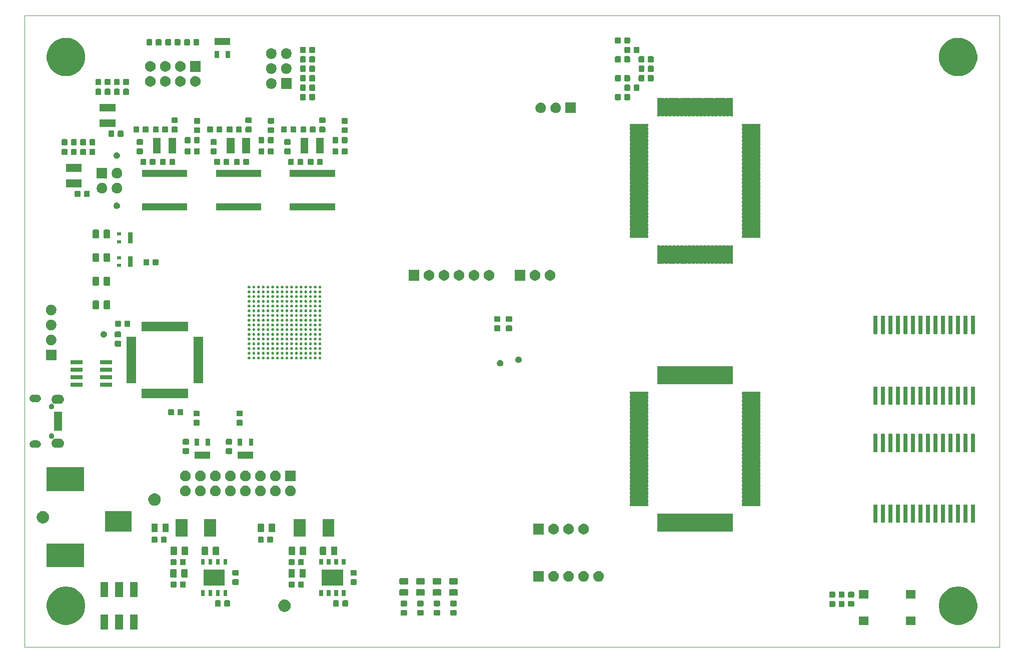
<source format=gbr>
G04 #@! TF.GenerationSoftware,KiCad,Pcbnew,5.1.6-c6e7f7d~87~ubuntu18.04.1*
G04 #@! TF.CreationDate,2020-08-16T18:02:23-07:00*
G04 #@! TF.ProjectId,spla-board,73706c61-2d62-46f6-9172-642e6b696361,10*
G04 #@! TF.SameCoordinates,Original*
G04 #@! TF.FileFunction,Soldermask,Top*
G04 #@! TF.FilePolarity,Negative*
%FSLAX46Y46*%
G04 Gerber Fmt 4.6, Leading zero omitted, Abs format (unit mm)*
G04 Created by KiCad (PCBNEW 5.1.6-c6e7f7d~87~ubuntu18.04.1) date 2020-08-16 18:02:23*
%MOMM*%
%LPD*%
G01*
G04 APERTURE LIST*
G04 #@! TA.AperFunction,Profile*
%ADD10C,0.050000*%
G04 #@! TD*
%ADD11C,0.100000*%
G04 APERTURE END LIST*
D10*
X53000000Y-155000000D02*
X53000000Y-48000000D01*
X218000000Y-48000000D02*
X218000000Y-155000000D01*
X53000000Y-48000000D02*
X218000000Y-48000000D01*
X53000000Y-155000000D02*
X218000000Y-155000000D01*
D11*
G36*
X67151000Y-152051000D02*
G01*
X65849000Y-152051000D01*
X65849000Y-149449000D01*
X67151000Y-149449000D01*
X67151000Y-152051000D01*
G37*
G36*
X72151000Y-152051000D02*
G01*
X70849000Y-152051000D01*
X70849000Y-149449000D01*
X72151000Y-149449000D01*
X72151000Y-152051000D01*
G37*
G36*
X69651000Y-152051000D02*
G01*
X68349000Y-152051000D01*
X68349000Y-149449000D01*
X69651000Y-149449000D01*
X69651000Y-152051000D01*
G37*
G36*
X60634239Y-144811467D02*
G01*
X60948282Y-144873934D01*
X61539926Y-145119001D01*
X61851011Y-145326862D01*
X62062614Y-145468250D01*
X62072392Y-145474784D01*
X62525216Y-145927608D01*
X62880999Y-146460074D01*
X63126066Y-147051718D01*
X63156582Y-147205134D01*
X63251000Y-147679803D01*
X63251000Y-148320197D01*
X63188533Y-148634239D01*
X63126066Y-148948282D01*
X62880999Y-149539926D01*
X62525216Y-150072392D01*
X62072392Y-150525216D01*
X61539926Y-150880999D01*
X60948282Y-151126066D01*
X60634239Y-151188533D01*
X60320197Y-151251000D01*
X59679803Y-151251000D01*
X59365761Y-151188533D01*
X59051718Y-151126066D01*
X58460074Y-150880999D01*
X57927608Y-150525216D01*
X57474784Y-150072392D01*
X57119001Y-149539926D01*
X56873934Y-148948282D01*
X56811467Y-148634239D01*
X56749000Y-148320197D01*
X56749000Y-147679803D01*
X56843418Y-147205134D01*
X56873934Y-147051718D01*
X57119001Y-146460074D01*
X57474784Y-145927608D01*
X57927608Y-145474784D01*
X57937387Y-145468250D01*
X58148989Y-145326862D01*
X58460074Y-145119001D01*
X59051718Y-144873934D01*
X59365761Y-144811467D01*
X59679803Y-144749000D01*
X60320197Y-144749000D01*
X60634239Y-144811467D01*
G37*
G36*
X203801000Y-151251000D02*
G01*
X202149000Y-151251000D01*
X202149000Y-149849000D01*
X203801000Y-149849000D01*
X203801000Y-151251000D01*
G37*
G36*
X195851000Y-151251000D02*
G01*
X194199000Y-151251000D01*
X194199000Y-149849000D01*
X195851000Y-149849000D01*
X195851000Y-151251000D01*
G37*
G36*
X211634239Y-144811467D02*
G01*
X211948282Y-144873934D01*
X212539926Y-145119001D01*
X212851011Y-145326862D01*
X213062614Y-145468250D01*
X213072392Y-145474784D01*
X213525216Y-145927608D01*
X213880999Y-146460074D01*
X214126066Y-147051718D01*
X214156582Y-147205134D01*
X214251000Y-147679803D01*
X214251000Y-148320197D01*
X214188533Y-148634239D01*
X214126066Y-148948282D01*
X213880999Y-149539926D01*
X213525216Y-150072392D01*
X213072392Y-150525216D01*
X212539926Y-150880999D01*
X211948282Y-151126066D01*
X211634239Y-151188533D01*
X211320197Y-151251000D01*
X210679803Y-151251000D01*
X210365761Y-151188533D01*
X210051718Y-151126066D01*
X209460074Y-150880999D01*
X208927608Y-150525216D01*
X208474784Y-150072392D01*
X208119001Y-149539926D01*
X207873934Y-148948282D01*
X207811467Y-148634239D01*
X207749000Y-148320197D01*
X207749000Y-147679803D01*
X207843418Y-147205134D01*
X207873934Y-147051718D01*
X208119001Y-146460074D01*
X208474784Y-145927608D01*
X208927608Y-145474784D01*
X208937387Y-145468250D01*
X209148989Y-145326862D01*
X209460074Y-145119001D01*
X210051718Y-144873934D01*
X210365761Y-144811467D01*
X210679803Y-144749000D01*
X211320197Y-144749000D01*
X211634239Y-144811467D01*
G37*
G36*
X125979591Y-148703085D02*
G01*
X126013569Y-148713393D01*
X126044890Y-148730134D01*
X126072339Y-148752661D01*
X126094866Y-148780110D01*
X126111607Y-148811431D01*
X126121915Y-148845409D01*
X126126000Y-148886890D01*
X126126000Y-149488110D01*
X126121915Y-149529591D01*
X126111607Y-149563569D01*
X126094866Y-149594890D01*
X126072339Y-149622339D01*
X126044890Y-149644866D01*
X126013569Y-149661607D01*
X125979591Y-149671915D01*
X125938110Y-149676000D01*
X125261890Y-149676000D01*
X125220409Y-149671915D01*
X125186431Y-149661607D01*
X125155110Y-149644866D01*
X125127661Y-149622339D01*
X125105134Y-149594890D01*
X125088393Y-149563569D01*
X125078085Y-149529591D01*
X125074000Y-149488110D01*
X125074000Y-148886890D01*
X125078085Y-148845409D01*
X125088393Y-148811431D01*
X125105134Y-148780110D01*
X125127661Y-148752661D01*
X125155110Y-148730134D01*
X125186431Y-148713393D01*
X125220409Y-148703085D01*
X125261890Y-148699000D01*
X125938110Y-148699000D01*
X125979591Y-148703085D01*
G37*
G36*
X120379591Y-148703085D02*
G01*
X120413569Y-148713393D01*
X120444890Y-148730134D01*
X120472339Y-148752661D01*
X120494866Y-148780110D01*
X120511607Y-148811431D01*
X120521915Y-148845409D01*
X120526000Y-148886890D01*
X120526000Y-149488110D01*
X120521915Y-149529591D01*
X120511607Y-149563569D01*
X120494866Y-149594890D01*
X120472339Y-149622339D01*
X120444890Y-149644866D01*
X120413569Y-149661607D01*
X120379591Y-149671915D01*
X120338110Y-149676000D01*
X119661890Y-149676000D01*
X119620409Y-149671915D01*
X119586431Y-149661607D01*
X119555110Y-149644866D01*
X119527661Y-149622339D01*
X119505134Y-149594890D01*
X119488393Y-149563569D01*
X119478085Y-149529591D01*
X119474000Y-149488110D01*
X119474000Y-148886890D01*
X119478085Y-148845409D01*
X119488393Y-148811431D01*
X119505134Y-148780110D01*
X119527661Y-148752661D01*
X119555110Y-148730134D01*
X119586431Y-148713393D01*
X119620409Y-148703085D01*
X119661890Y-148699000D01*
X120338110Y-148699000D01*
X120379591Y-148703085D01*
G37*
G36*
X117579591Y-148703085D02*
G01*
X117613569Y-148713393D01*
X117644890Y-148730134D01*
X117672339Y-148752661D01*
X117694866Y-148780110D01*
X117711607Y-148811431D01*
X117721915Y-148845409D01*
X117726000Y-148886890D01*
X117726000Y-149488110D01*
X117721915Y-149529591D01*
X117711607Y-149563569D01*
X117694866Y-149594890D01*
X117672339Y-149622339D01*
X117644890Y-149644866D01*
X117613569Y-149661607D01*
X117579591Y-149671915D01*
X117538110Y-149676000D01*
X116861890Y-149676000D01*
X116820409Y-149671915D01*
X116786431Y-149661607D01*
X116755110Y-149644866D01*
X116727661Y-149622339D01*
X116705134Y-149594890D01*
X116688393Y-149563569D01*
X116678085Y-149529591D01*
X116674000Y-149488110D01*
X116674000Y-148886890D01*
X116678085Y-148845409D01*
X116688393Y-148811431D01*
X116705134Y-148780110D01*
X116727661Y-148752661D01*
X116755110Y-148730134D01*
X116786431Y-148713393D01*
X116820409Y-148703085D01*
X116861890Y-148699000D01*
X117538110Y-148699000D01*
X117579591Y-148703085D01*
G37*
G36*
X123179591Y-148703085D02*
G01*
X123213569Y-148713393D01*
X123244890Y-148730134D01*
X123272339Y-148752661D01*
X123294866Y-148780110D01*
X123311607Y-148811431D01*
X123321915Y-148845409D01*
X123326000Y-148886890D01*
X123326000Y-149488110D01*
X123321915Y-149529591D01*
X123311607Y-149563569D01*
X123294866Y-149594890D01*
X123272339Y-149622339D01*
X123244890Y-149644866D01*
X123213569Y-149661607D01*
X123179591Y-149671915D01*
X123138110Y-149676000D01*
X122461890Y-149676000D01*
X122420409Y-149671915D01*
X122386431Y-149661607D01*
X122355110Y-149644866D01*
X122327661Y-149622339D01*
X122305134Y-149594890D01*
X122288393Y-149563569D01*
X122278085Y-149529591D01*
X122274000Y-149488110D01*
X122274000Y-148886890D01*
X122278085Y-148845409D01*
X122288393Y-148811431D01*
X122305134Y-148780110D01*
X122327661Y-148752661D01*
X122355110Y-148730134D01*
X122386431Y-148713393D01*
X122420409Y-148703085D01*
X122461890Y-148699000D01*
X123138110Y-148699000D01*
X123179591Y-148703085D01*
G37*
G36*
X97306564Y-146989389D02*
G01*
X97457042Y-147051719D01*
X97497835Y-147068616D01*
X97669973Y-147183635D01*
X97816365Y-147330027D01*
X97851827Y-147383099D01*
X97931385Y-147502167D01*
X98010611Y-147693436D01*
X98051000Y-147896484D01*
X98051000Y-148103516D01*
X98010611Y-148306564D01*
X97931385Y-148497833D01*
X97931384Y-148497835D01*
X97816365Y-148669973D01*
X97669973Y-148816365D01*
X97497835Y-148931384D01*
X97497834Y-148931385D01*
X97497833Y-148931385D01*
X97306564Y-149010611D01*
X97103516Y-149051000D01*
X96896484Y-149051000D01*
X96693436Y-149010611D01*
X96502167Y-148931385D01*
X96502166Y-148931385D01*
X96502165Y-148931384D01*
X96330027Y-148816365D01*
X96183635Y-148669973D01*
X96068616Y-148497835D01*
X96068615Y-148497833D01*
X95989389Y-148306564D01*
X95949000Y-148103516D01*
X95949000Y-147896484D01*
X95989389Y-147693436D01*
X96068615Y-147502167D01*
X96148174Y-147383099D01*
X96183635Y-147330027D01*
X96330027Y-147183635D01*
X96502165Y-147068616D01*
X96542958Y-147051719D01*
X96693436Y-146989389D01*
X96896484Y-146949000D01*
X97103516Y-146949000D01*
X97306564Y-146989389D01*
G37*
G36*
X190054591Y-147178085D02*
G01*
X190088569Y-147188393D01*
X190119890Y-147205134D01*
X190147339Y-147227661D01*
X190169866Y-147255110D01*
X190186607Y-147286431D01*
X190196915Y-147320409D01*
X190201000Y-147361890D01*
X190201000Y-148038110D01*
X190196915Y-148079591D01*
X190186607Y-148113569D01*
X190169866Y-148144890D01*
X190147339Y-148172339D01*
X190119890Y-148194866D01*
X190088569Y-148211607D01*
X190054591Y-148221915D01*
X190013110Y-148226000D01*
X189411890Y-148226000D01*
X189370409Y-148221915D01*
X189336431Y-148211607D01*
X189305110Y-148194866D01*
X189277661Y-148172339D01*
X189255134Y-148144890D01*
X189238393Y-148113569D01*
X189228085Y-148079591D01*
X189224000Y-148038110D01*
X189224000Y-147361890D01*
X189228085Y-147320409D01*
X189238393Y-147286431D01*
X189255134Y-147255110D01*
X189277661Y-147227661D01*
X189305110Y-147205134D01*
X189336431Y-147188393D01*
X189370409Y-147178085D01*
X189411890Y-147174000D01*
X190013110Y-147174000D01*
X190054591Y-147178085D01*
G37*
G36*
X191629591Y-147178085D02*
G01*
X191663569Y-147188393D01*
X191694890Y-147205134D01*
X191722339Y-147227661D01*
X191744866Y-147255110D01*
X191761607Y-147286431D01*
X191771915Y-147320409D01*
X191776000Y-147361890D01*
X191776000Y-148038110D01*
X191771915Y-148079591D01*
X191761607Y-148113569D01*
X191744866Y-148144890D01*
X191722339Y-148172339D01*
X191694890Y-148194866D01*
X191663569Y-148211607D01*
X191629591Y-148221915D01*
X191588110Y-148226000D01*
X190986890Y-148226000D01*
X190945409Y-148221915D01*
X190911431Y-148211607D01*
X190880110Y-148194866D01*
X190852661Y-148172339D01*
X190830134Y-148144890D01*
X190813393Y-148113569D01*
X190803085Y-148079591D01*
X190799000Y-148038110D01*
X190799000Y-147361890D01*
X190803085Y-147320409D01*
X190813393Y-147286431D01*
X190830134Y-147255110D01*
X190852661Y-147227661D01*
X190880110Y-147205134D01*
X190911431Y-147188393D01*
X190945409Y-147178085D01*
X190986890Y-147174000D01*
X191588110Y-147174000D01*
X191629591Y-147178085D01*
G37*
G36*
X193279591Y-147190585D02*
G01*
X193313569Y-147200893D01*
X193344890Y-147217634D01*
X193372339Y-147240161D01*
X193394866Y-147267610D01*
X193411607Y-147298931D01*
X193421915Y-147332909D01*
X193426000Y-147374390D01*
X193426000Y-147975610D01*
X193421915Y-148017091D01*
X193411607Y-148051069D01*
X193394866Y-148082390D01*
X193372339Y-148109839D01*
X193344890Y-148132366D01*
X193313569Y-148149107D01*
X193279591Y-148159415D01*
X193238110Y-148163500D01*
X192561890Y-148163500D01*
X192520409Y-148159415D01*
X192486431Y-148149107D01*
X192455110Y-148132366D01*
X192427661Y-148109839D01*
X192405134Y-148082390D01*
X192388393Y-148051069D01*
X192378085Y-148017091D01*
X192374000Y-147975610D01*
X192374000Y-147374390D01*
X192378085Y-147332909D01*
X192388393Y-147298931D01*
X192405134Y-147267610D01*
X192427661Y-147240161D01*
X192455110Y-147217634D01*
X192486431Y-147200893D01*
X192520409Y-147190585D01*
X192561890Y-147186500D01*
X193238110Y-147186500D01*
X193279591Y-147190585D01*
G37*
G36*
X107629591Y-147078085D02*
G01*
X107663569Y-147088393D01*
X107694890Y-147105134D01*
X107722339Y-147127661D01*
X107744866Y-147155110D01*
X107761607Y-147186431D01*
X107771915Y-147220409D01*
X107776000Y-147261890D01*
X107776000Y-147938110D01*
X107771915Y-147979591D01*
X107761607Y-148013569D01*
X107744866Y-148044890D01*
X107722339Y-148072339D01*
X107694890Y-148094866D01*
X107663569Y-148111607D01*
X107629591Y-148121915D01*
X107588110Y-148126000D01*
X106986890Y-148126000D01*
X106945409Y-148121915D01*
X106911431Y-148111607D01*
X106880110Y-148094866D01*
X106852661Y-148072339D01*
X106830134Y-148044890D01*
X106813393Y-148013569D01*
X106803085Y-147979591D01*
X106799000Y-147938110D01*
X106799000Y-147261890D01*
X106803085Y-147220409D01*
X106813393Y-147186431D01*
X106830134Y-147155110D01*
X106852661Y-147127661D01*
X106880110Y-147105134D01*
X106911431Y-147088393D01*
X106945409Y-147078085D01*
X106986890Y-147074000D01*
X107588110Y-147074000D01*
X107629591Y-147078085D01*
G37*
G36*
X106054591Y-147078085D02*
G01*
X106088569Y-147088393D01*
X106119890Y-147105134D01*
X106147339Y-147127661D01*
X106169866Y-147155110D01*
X106186607Y-147186431D01*
X106196915Y-147220409D01*
X106201000Y-147261890D01*
X106201000Y-147938110D01*
X106196915Y-147979591D01*
X106186607Y-148013569D01*
X106169866Y-148044890D01*
X106147339Y-148072339D01*
X106119890Y-148094866D01*
X106088569Y-148111607D01*
X106054591Y-148121915D01*
X106013110Y-148126000D01*
X105411890Y-148126000D01*
X105370409Y-148121915D01*
X105336431Y-148111607D01*
X105305110Y-148094866D01*
X105277661Y-148072339D01*
X105255134Y-148044890D01*
X105238393Y-148013569D01*
X105228085Y-147979591D01*
X105224000Y-147938110D01*
X105224000Y-147261890D01*
X105228085Y-147220409D01*
X105238393Y-147186431D01*
X105255134Y-147155110D01*
X105277661Y-147127661D01*
X105305110Y-147105134D01*
X105336431Y-147088393D01*
X105370409Y-147078085D01*
X105411890Y-147074000D01*
X106013110Y-147074000D01*
X106054591Y-147078085D01*
G37*
G36*
X86054591Y-147078085D02*
G01*
X86088569Y-147088393D01*
X86119890Y-147105134D01*
X86147339Y-147127661D01*
X86169866Y-147155110D01*
X86186607Y-147186431D01*
X86196915Y-147220409D01*
X86201000Y-147261890D01*
X86201000Y-147938110D01*
X86196915Y-147979591D01*
X86186607Y-148013569D01*
X86169866Y-148044890D01*
X86147339Y-148072339D01*
X86119890Y-148094866D01*
X86088569Y-148111607D01*
X86054591Y-148121915D01*
X86013110Y-148126000D01*
X85411890Y-148126000D01*
X85370409Y-148121915D01*
X85336431Y-148111607D01*
X85305110Y-148094866D01*
X85277661Y-148072339D01*
X85255134Y-148044890D01*
X85238393Y-148013569D01*
X85228085Y-147979591D01*
X85224000Y-147938110D01*
X85224000Y-147261890D01*
X85228085Y-147220409D01*
X85238393Y-147186431D01*
X85255134Y-147155110D01*
X85277661Y-147127661D01*
X85305110Y-147105134D01*
X85336431Y-147088393D01*
X85370409Y-147078085D01*
X85411890Y-147074000D01*
X86013110Y-147074000D01*
X86054591Y-147078085D01*
G37*
G36*
X87629591Y-147078085D02*
G01*
X87663569Y-147088393D01*
X87694890Y-147105134D01*
X87722339Y-147127661D01*
X87744866Y-147155110D01*
X87761607Y-147186431D01*
X87771915Y-147220409D01*
X87776000Y-147261890D01*
X87776000Y-147938110D01*
X87771915Y-147979591D01*
X87761607Y-148013569D01*
X87744866Y-148044890D01*
X87722339Y-148072339D01*
X87694890Y-148094866D01*
X87663569Y-148111607D01*
X87629591Y-148121915D01*
X87588110Y-148126000D01*
X86986890Y-148126000D01*
X86945409Y-148121915D01*
X86911431Y-148111607D01*
X86880110Y-148094866D01*
X86852661Y-148072339D01*
X86830134Y-148044890D01*
X86813393Y-148013569D01*
X86803085Y-147979591D01*
X86799000Y-147938110D01*
X86799000Y-147261890D01*
X86803085Y-147220409D01*
X86813393Y-147186431D01*
X86830134Y-147155110D01*
X86852661Y-147127661D01*
X86880110Y-147105134D01*
X86911431Y-147088393D01*
X86945409Y-147078085D01*
X86986890Y-147074000D01*
X87588110Y-147074000D01*
X87629591Y-147078085D01*
G37*
G36*
X123179591Y-147128085D02*
G01*
X123213569Y-147138393D01*
X123244890Y-147155134D01*
X123272339Y-147177661D01*
X123294866Y-147205110D01*
X123311607Y-147236431D01*
X123321915Y-147270409D01*
X123326000Y-147311890D01*
X123326000Y-147913110D01*
X123321915Y-147954591D01*
X123311607Y-147988569D01*
X123294866Y-148019890D01*
X123272339Y-148047339D01*
X123244890Y-148069866D01*
X123213569Y-148086607D01*
X123179591Y-148096915D01*
X123138110Y-148101000D01*
X122461890Y-148101000D01*
X122420409Y-148096915D01*
X122386431Y-148086607D01*
X122355110Y-148069866D01*
X122327661Y-148047339D01*
X122305134Y-148019890D01*
X122288393Y-147988569D01*
X122278085Y-147954591D01*
X122274000Y-147913110D01*
X122274000Y-147311890D01*
X122278085Y-147270409D01*
X122288393Y-147236431D01*
X122305134Y-147205110D01*
X122327661Y-147177661D01*
X122355110Y-147155134D01*
X122386431Y-147138393D01*
X122420409Y-147128085D01*
X122461890Y-147124000D01*
X123138110Y-147124000D01*
X123179591Y-147128085D01*
G37*
G36*
X117579591Y-147128085D02*
G01*
X117613569Y-147138393D01*
X117644890Y-147155134D01*
X117672339Y-147177661D01*
X117694866Y-147205110D01*
X117711607Y-147236431D01*
X117721915Y-147270409D01*
X117726000Y-147311890D01*
X117726000Y-147913110D01*
X117721915Y-147954591D01*
X117711607Y-147988569D01*
X117694866Y-148019890D01*
X117672339Y-148047339D01*
X117644890Y-148069866D01*
X117613569Y-148086607D01*
X117579591Y-148096915D01*
X117538110Y-148101000D01*
X116861890Y-148101000D01*
X116820409Y-148096915D01*
X116786431Y-148086607D01*
X116755110Y-148069866D01*
X116727661Y-148047339D01*
X116705134Y-148019890D01*
X116688393Y-147988569D01*
X116678085Y-147954591D01*
X116674000Y-147913110D01*
X116674000Y-147311890D01*
X116678085Y-147270409D01*
X116688393Y-147236431D01*
X116705134Y-147205110D01*
X116727661Y-147177661D01*
X116755110Y-147155134D01*
X116786431Y-147138393D01*
X116820409Y-147128085D01*
X116861890Y-147124000D01*
X117538110Y-147124000D01*
X117579591Y-147128085D01*
G37*
G36*
X120379591Y-147128085D02*
G01*
X120413569Y-147138393D01*
X120444890Y-147155134D01*
X120472339Y-147177661D01*
X120494866Y-147205110D01*
X120511607Y-147236431D01*
X120521915Y-147270409D01*
X120526000Y-147311890D01*
X120526000Y-147913110D01*
X120521915Y-147954591D01*
X120511607Y-147988569D01*
X120494866Y-148019890D01*
X120472339Y-148047339D01*
X120444890Y-148069866D01*
X120413569Y-148086607D01*
X120379591Y-148096915D01*
X120338110Y-148101000D01*
X119661890Y-148101000D01*
X119620409Y-148096915D01*
X119586431Y-148086607D01*
X119555110Y-148069866D01*
X119527661Y-148047339D01*
X119505134Y-148019890D01*
X119488393Y-147988569D01*
X119478085Y-147954591D01*
X119474000Y-147913110D01*
X119474000Y-147311890D01*
X119478085Y-147270409D01*
X119488393Y-147236431D01*
X119505134Y-147205110D01*
X119527661Y-147177661D01*
X119555110Y-147155134D01*
X119586431Y-147138393D01*
X119620409Y-147128085D01*
X119661890Y-147124000D01*
X120338110Y-147124000D01*
X120379591Y-147128085D01*
G37*
G36*
X125979591Y-147128085D02*
G01*
X126013569Y-147138393D01*
X126044890Y-147155134D01*
X126072339Y-147177661D01*
X126094866Y-147205110D01*
X126111607Y-147236431D01*
X126121915Y-147270409D01*
X126126000Y-147311890D01*
X126126000Y-147913110D01*
X126121915Y-147954591D01*
X126111607Y-147988569D01*
X126094866Y-148019890D01*
X126072339Y-148047339D01*
X126044890Y-148069866D01*
X126013569Y-148086607D01*
X125979591Y-148096915D01*
X125938110Y-148101000D01*
X125261890Y-148101000D01*
X125220409Y-148096915D01*
X125186431Y-148086607D01*
X125155110Y-148069866D01*
X125127661Y-148047339D01*
X125105134Y-148019890D01*
X125088393Y-147988569D01*
X125078085Y-147954591D01*
X125074000Y-147913110D01*
X125074000Y-147311890D01*
X125078085Y-147270409D01*
X125088393Y-147236431D01*
X125105134Y-147205110D01*
X125127661Y-147177661D01*
X125155110Y-147155134D01*
X125186431Y-147138393D01*
X125220409Y-147128085D01*
X125261890Y-147124000D01*
X125938110Y-147124000D01*
X125979591Y-147128085D01*
G37*
G36*
X203801000Y-146751000D02*
G01*
X202149000Y-146751000D01*
X202149000Y-145349000D01*
X203801000Y-145349000D01*
X203801000Y-146751000D01*
G37*
G36*
X195851000Y-146751000D02*
G01*
X194199000Y-146751000D01*
X194199000Y-145349000D01*
X195851000Y-145349000D01*
X195851000Y-146751000D01*
G37*
G36*
X190054591Y-145578085D02*
G01*
X190088569Y-145588393D01*
X190119890Y-145605134D01*
X190147339Y-145627661D01*
X190169866Y-145655110D01*
X190186607Y-145686431D01*
X190196915Y-145720409D01*
X190201000Y-145761890D01*
X190201000Y-146438110D01*
X190196915Y-146479591D01*
X190186607Y-146513569D01*
X190169866Y-146544890D01*
X190147339Y-146572339D01*
X190119890Y-146594866D01*
X190088569Y-146611607D01*
X190054591Y-146621915D01*
X190013110Y-146626000D01*
X189411890Y-146626000D01*
X189370409Y-146621915D01*
X189336431Y-146611607D01*
X189305110Y-146594866D01*
X189277661Y-146572339D01*
X189255134Y-146544890D01*
X189238393Y-146513569D01*
X189228085Y-146479591D01*
X189224000Y-146438110D01*
X189224000Y-145761890D01*
X189228085Y-145720409D01*
X189238393Y-145686431D01*
X189255134Y-145655110D01*
X189277661Y-145627661D01*
X189305110Y-145605134D01*
X189336431Y-145588393D01*
X189370409Y-145578085D01*
X189411890Y-145574000D01*
X190013110Y-145574000D01*
X190054591Y-145578085D01*
G37*
G36*
X191629591Y-145578085D02*
G01*
X191663569Y-145588393D01*
X191694890Y-145605134D01*
X191722339Y-145627661D01*
X191744866Y-145655110D01*
X191761607Y-145686431D01*
X191771915Y-145720409D01*
X191776000Y-145761890D01*
X191776000Y-146438110D01*
X191771915Y-146479591D01*
X191761607Y-146513569D01*
X191744866Y-146544890D01*
X191722339Y-146572339D01*
X191694890Y-146594866D01*
X191663569Y-146611607D01*
X191629591Y-146621915D01*
X191588110Y-146626000D01*
X190986890Y-146626000D01*
X190945409Y-146621915D01*
X190911431Y-146611607D01*
X190880110Y-146594866D01*
X190852661Y-146572339D01*
X190830134Y-146544890D01*
X190813393Y-146513569D01*
X190803085Y-146479591D01*
X190799000Y-146438110D01*
X190799000Y-145761890D01*
X190803085Y-145720409D01*
X190813393Y-145686431D01*
X190830134Y-145655110D01*
X190852661Y-145627661D01*
X190880110Y-145605134D01*
X190911431Y-145588393D01*
X190945409Y-145578085D01*
X190986890Y-145574000D01*
X191588110Y-145574000D01*
X191629591Y-145578085D01*
G37*
G36*
X193279591Y-145615585D02*
G01*
X193313569Y-145625893D01*
X193344890Y-145642634D01*
X193372339Y-145665161D01*
X193394866Y-145692610D01*
X193411607Y-145723931D01*
X193421915Y-145757909D01*
X193426000Y-145799390D01*
X193426000Y-146400610D01*
X193421915Y-146442091D01*
X193411607Y-146476069D01*
X193394866Y-146507390D01*
X193372339Y-146534839D01*
X193344890Y-146557366D01*
X193313569Y-146574107D01*
X193279591Y-146584415D01*
X193238110Y-146588500D01*
X192561890Y-146588500D01*
X192520409Y-146584415D01*
X192486431Y-146574107D01*
X192455110Y-146557366D01*
X192427661Y-146534839D01*
X192405134Y-146507390D01*
X192388393Y-146476069D01*
X192378085Y-146442091D01*
X192374000Y-146400610D01*
X192374000Y-145799390D01*
X192378085Y-145757909D01*
X192388393Y-145723931D01*
X192405134Y-145692610D01*
X192427661Y-145665161D01*
X192455110Y-145642634D01*
X192486431Y-145625893D01*
X192520409Y-145615585D01*
X192561890Y-145611500D01*
X193238110Y-145611500D01*
X193279591Y-145615585D01*
G37*
G36*
X69651000Y-146551000D02*
G01*
X68349000Y-146551000D01*
X68349000Y-143949000D01*
X69651000Y-143949000D01*
X69651000Y-146551000D01*
G37*
G36*
X72151000Y-146551000D02*
G01*
X70849000Y-146551000D01*
X70849000Y-143949000D01*
X72151000Y-143949000D01*
X72151000Y-146551000D01*
G37*
G36*
X67151000Y-146551000D02*
G01*
X65849000Y-146551000D01*
X65849000Y-143949000D01*
X67151000Y-143949000D01*
X67151000Y-146551000D01*
G37*
G36*
X87311000Y-146351000D02*
G01*
X86699000Y-146351000D01*
X86699000Y-145349000D01*
X87311000Y-145349000D01*
X87311000Y-146351000D01*
G37*
G36*
X86041000Y-146351000D02*
G01*
X85429000Y-146351000D01*
X85429000Y-145349000D01*
X86041000Y-145349000D01*
X86041000Y-146351000D01*
G37*
G36*
X84771000Y-146351000D02*
G01*
X84159000Y-146351000D01*
X84159000Y-145349000D01*
X84771000Y-145349000D01*
X84771000Y-146351000D01*
G37*
G36*
X83501000Y-146351000D02*
G01*
X82889000Y-146351000D01*
X82889000Y-145349000D01*
X83501000Y-145349000D01*
X83501000Y-146351000D01*
G37*
G36*
X104771000Y-146351000D02*
G01*
X104159000Y-146351000D01*
X104159000Y-145349000D01*
X104771000Y-145349000D01*
X104771000Y-146351000D01*
G37*
G36*
X107311000Y-146351000D02*
G01*
X106699000Y-146351000D01*
X106699000Y-145349000D01*
X107311000Y-145349000D01*
X107311000Y-146351000D01*
G37*
G36*
X106041000Y-146351000D02*
G01*
X105429000Y-146351000D01*
X105429000Y-145349000D01*
X106041000Y-145349000D01*
X106041000Y-146351000D01*
G37*
G36*
X103501000Y-146351000D02*
G01*
X102889000Y-146351000D01*
X102889000Y-145349000D01*
X103501000Y-145349000D01*
X103501000Y-146351000D01*
G37*
G36*
X120584468Y-145203565D02*
G01*
X120623138Y-145215296D01*
X120658777Y-145234346D01*
X120690017Y-145259983D01*
X120715654Y-145291223D01*
X120734704Y-145326862D01*
X120746435Y-145365532D01*
X120751000Y-145411888D01*
X120751000Y-146063112D01*
X120746435Y-146109468D01*
X120734704Y-146148138D01*
X120715654Y-146183777D01*
X120690017Y-146215017D01*
X120658777Y-146240654D01*
X120623138Y-146259704D01*
X120584468Y-146271435D01*
X120538112Y-146276000D01*
X119461888Y-146276000D01*
X119415532Y-146271435D01*
X119376862Y-146259704D01*
X119341223Y-146240654D01*
X119309983Y-146215017D01*
X119284346Y-146183777D01*
X119265296Y-146148138D01*
X119253565Y-146109468D01*
X119249000Y-146063112D01*
X119249000Y-145411888D01*
X119253565Y-145365532D01*
X119265296Y-145326862D01*
X119284346Y-145291223D01*
X119309983Y-145259983D01*
X119341223Y-145234346D01*
X119376862Y-145215296D01*
X119415532Y-145203565D01*
X119461888Y-145199000D01*
X120538112Y-145199000D01*
X120584468Y-145203565D01*
G37*
G36*
X117784468Y-145203565D02*
G01*
X117823138Y-145215296D01*
X117858777Y-145234346D01*
X117890017Y-145259983D01*
X117915654Y-145291223D01*
X117934704Y-145326862D01*
X117946435Y-145365532D01*
X117951000Y-145411888D01*
X117951000Y-146063112D01*
X117946435Y-146109468D01*
X117934704Y-146148138D01*
X117915654Y-146183777D01*
X117890017Y-146215017D01*
X117858777Y-146240654D01*
X117823138Y-146259704D01*
X117784468Y-146271435D01*
X117738112Y-146276000D01*
X116661888Y-146276000D01*
X116615532Y-146271435D01*
X116576862Y-146259704D01*
X116541223Y-146240654D01*
X116509983Y-146215017D01*
X116484346Y-146183777D01*
X116465296Y-146148138D01*
X116453565Y-146109468D01*
X116449000Y-146063112D01*
X116449000Y-145411888D01*
X116453565Y-145365532D01*
X116465296Y-145326862D01*
X116484346Y-145291223D01*
X116509983Y-145259983D01*
X116541223Y-145234346D01*
X116576862Y-145215296D01*
X116615532Y-145203565D01*
X116661888Y-145199000D01*
X117738112Y-145199000D01*
X117784468Y-145203565D01*
G37*
G36*
X123384468Y-145203565D02*
G01*
X123423138Y-145215296D01*
X123458777Y-145234346D01*
X123490017Y-145259983D01*
X123515654Y-145291223D01*
X123534704Y-145326862D01*
X123546435Y-145365532D01*
X123551000Y-145411888D01*
X123551000Y-146063112D01*
X123546435Y-146109468D01*
X123534704Y-146148138D01*
X123515654Y-146183777D01*
X123490017Y-146215017D01*
X123458777Y-146240654D01*
X123423138Y-146259704D01*
X123384468Y-146271435D01*
X123338112Y-146276000D01*
X122261888Y-146276000D01*
X122215532Y-146271435D01*
X122176862Y-146259704D01*
X122141223Y-146240654D01*
X122109983Y-146215017D01*
X122084346Y-146183777D01*
X122065296Y-146148138D01*
X122053565Y-146109468D01*
X122049000Y-146063112D01*
X122049000Y-145411888D01*
X122053565Y-145365532D01*
X122065296Y-145326862D01*
X122084346Y-145291223D01*
X122109983Y-145259983D01*
X122141223Y-145234346D01*
X122176862Y-145215296D01*
X122215532Y-145203565D01*
X122261888Y-145199000D01*
X123338112Y-145199000D01*
X123384468Y-145203565D01*
G37*
G36*
X126184468Y-145203565D02*
G01*
X126223138Y-145215296D01*
X126258777Y-145234346D01*
X126290017Y-145259983D01*
X126315654Y-145291223D01*
X126334704Y-145326862D01*
X126346435Y-145365532D01*
X126351000Y-145411888D01*
X126351000Y-146063112D01*
X126346435Y-146109468D01*
X126334704Y-146148138D01*
X126315654Y-146183777D01*
X126290017Y-146215017D01*
X126258777Y-146240654D01*
X126223138Y-146259704D01*
X126184468Y-146271435D01*
X126138112Y-146276000D01*
X125061888Y-146276000D01*
X125015532Y-146271435D01*
X124976862Y-146259704D01*
X124941223Y-146240654D01*
X124909983Y-146215017D01*
X124884346Y-146183777D01*
X124865296Y-146148138D01*
X124853565Y-146109468D01*
X124849000Y-146063112D01*
X124849000Y-145411888D01*
X124853565Y-145365532D01*
X124865296Y-145326862D01*
X124884346Y-145291223D01*
X124909983Y-145259983D01*
X124941223Y-145234346D01*
X124976862Y-145215296D01*
X125015532Y-145203565D01*
X125061888Y-145199000D01*
X126138112Y-145199000D01*
X126184468Y-145203565D01*
G37*
G36*
X80129591Y-143878085D02*
G01*
X80163569Y-143888393D01*
X80194890Y-143905134D01*
X80222339Y-143927661D01*
X80244866Y-143955110D01*
X80261607Y-143986431D01*
X80271915Y-144020409D01*
X80276000Y-144061890D01*
X80276000Y-144738110D01*
X80271915Y-144779591D01*
X80261607Y-144813569D01*
X80244866Y-144844890D01*
X80222339Y-144872339D01*
X80194890Y-144894866D01*
X80163569Y-144911607D01*
X80129591Y-144921915D01*
X80088110Y-144926000D01*
X79486890Y-144926000D01*
X79445409Y-144921915D01*
X79411431Y-144911607D01*
X79380110Y-144894866D01*
X79352661Y-144872339D01*
X79330134Y-144844890D01*
X79313393Y-144813569D01*
X79303085Y-144779591D01*
X79299000Y-144738110D01*
X79299000Y-144061890D01*
X79303085Y-144020409D01*
X79313393Y-143986431D01*
X79330134Y-143955110D01*
X79352661Y-143927661D01*
X79380110Y-143905134D01*
X79411431Y-143888393D01*
X79445409Y-143878085D01*
X79486890Y-143874000D01*
X80088110Y-143874000D01*
X80129591Y-143878085D01*
G37*
G36*
X78554591Y-143878085D02*
G01*
X78588569Y-143888393D01*
X78619890Y-143905134D01*
X78647339Y-143927661D01*
X78669866Y-143955110D01*
X78686607Y-143986431D01*
X78696915Y-144020409D01*
X78701000Y-144061890D01*
X78701000Y-144738110D01*
X78696915Y-144779591D01*
X78686607Y-144813569D01*
X78669866Y-144844890D01*
X78647339Y-144872339D01*
X78619890Y-144894866D01*
X78588569Y-144911607D01*
X78554591Y-144921915D01*
X78513110Y-144926000D01*
X77911890Y-144926000D01*
X77870409Y-144921915D01*
X77836431Y-144911607D01*
X77805110Y-144894866D01*
X77777661Y-144872339D01*
X77755134Y-144844890D01*
X77738393Y-144813569D01*
X77728085Y-144779591D01*
X77724000Y-144738110D01*
X77724000Y-144061890D01*
X77728085Y-144020409D01*
X77738393Y-143986431D01*
X77755134Y-143955110D01*
X77777661Y-143927661D01*
X77805110Y-143905134D01*
X77836431Y-143888393D01*
X77870409Y-143878085D01*
X77911890Y-143874000D01*
X78513110Y-143874000D01*
X78554591Y-143878085D01*
G37*
G36*
X100129591Y-143878085D02*
G01*
X100163569Y-143888393D01*
X100194890Y-143905134D01*
X100222339Y-143927661D01*
X100244866Y-143955110D01*
X100261607Y-143986431D01*
X100271915Y-144020409D01*
X100276000Y-144061890D01*
X100276000Y-144738110D01*
X100271915Y-144779591D01*
X100261607Y-144813569D01*
X100244866Y-144844890D01*
X100222339Y-144872339D01*
X100194890Y-144894866D01*
X100163569Y-144911607D01*
X100129591Y-144921915D01*
X100088110Y-144926000D01*
X99486890Y-144926000D01*
X99445409Y-144921915D01*
X99411431Y-144911607D01*
X99380110Y-144894866D01*
X99352661Y-144872339D01*
X99330134Y-144844890D01*
X99313393Y-144813569D01*
X99303085Y-144779591D01*
X99299000Y-144738110D01*
X99299000Y-144061890D01*
X99303085Y-144020409D01*
X99313393Y-143986431D01*
X99330134Y-143955110D01*
X99352661Y-143927661D01*
X99380110Y-143905134D01*
X99411431Y-143888393D01*
X99445409Y-143878085D01*
X99486890Y-143874000D01*
X100088110Y-143874000D01*
X100129591Y-143878085D01*
G37*
G36*
X98554591Y-143878085D02*
G01*
X98588569Y-143888393D01*
X98619890Y-143905134D01*
X98647339Y-143927661D01*
X98669866Y-143955110D01*
X98686607Y-143986431D01*
X98696915Y-144020409D01*
X98701000Y-144061890D01*
X98701000Y-144738110D01*
X98696915Y-144779591D01*
X98686607Y-144813569D01*
X98669866Y-144844890D01*
X98647339Y-144872339D01*
X98619890Y-144894866D01*
X98588569Y-144911607D01*
X98554591Y-144921915D01*
X98513110Y-144926000D01*
X97911890Y-144926000D01*
X97870409Y-144921915D01*
X97836431Y-144911607D01*
X97805110Y-144894866D01*
X97777661Y-144872339D01*
X97755134Y-144844890D01*
X97738393Y-144813569D01*
X97728085Y-144779591D01*
X97724000Y-144738110D01*
X97724000Y-144061890D01*
X97728085Y-144020409D01*
X97738393Y-143986431D01*
X97755134Y-143955110D01*
X97777661Y-143927661D01*
X97805110Y-143905134D01*
X97836431Y-143888393D01*
X97870409Y-143878085D01*
X97911890Y-143874000D01*
X98513110Y-143874000D01*
X98554591Y-143878085D01*
G37*
G36*
X106901000Y-144551000D02*
G01*
X103299000Y-144551000D01*
X103299000Y-141849000D01*
X106901000Y-141849000D01*
X106901000Y-144551000D01*
G37*
G36*
X86901000Y-144551000D02*
G01*
X83299000Y-144551000D01*
X83299000Y-141849000D01*
X86901000Y-141849000D01*
X86901000Y-144551000D01*
G37*
G36*
X89079591Y-143503085D02*
G01*
X89113569Y-143513393D01*
X89144890Y-143530134D01*
X89172339Y-143552661D01*
X89194866Y-143580110D01*
X89211607Y-143611431D01*
X89221915Y-143645409D01*
X89226000Y-143686890D01*
X89226000Y-144288110D01*
X89221915Y-144329591D01*
X89211607Y-144363569D01*
X89194866Y-144394890D01*
X89172339Y-144422339D01*
X89144890Y-144444866D01*
X89113569Y-144461607D01*
X89079591Y-144471915D01*
X89038110Y-144476000D01*
X88361890Y-144476000D01*
X88320409Y-144471915D01*
X88286431Y-144461607D01*
X88255110Y-144444866D01*
X88227661Y-144422339D01*
X88205134Y-144394890D01*
X88188393Y-144363569D01*
X88178085Y-144329591D01*
X88174000Y-144288110D01*
X88174000Y-143686890D01*
X88178085Y-143645409D01*
X88188393Y-143611431D01*
X88205134Y-143580110D01*
X88227661Y-143552661D01*
X88255110Y-143530134D01*
X88286431Y-143513393D01*
X88320409Y-143503085D01*
X88361890Y-143499000D01*
X89038110Y-143499000D01*
X89079591Y-143503085D01*
G37*
G36*
X109079591Y-143503085D02*
G01*
X109113569Y-143513393D01*
X109144890Y-143530134D01*
X109172339Y-143552661D01*
X109194866Y-143580110D01*
X109211607Y-143611431D01*
X109221915Y-143645409D01*
X109226000Y-143686890D01*
X109226000Y-144288110D01*
X109221915Y-144329591D01*
X109211607Y-144363569D01*
X109194866Y-144394890D01*
X109172339Y-144422339D01*
X109144890Y-144444866D01*
X109113569Y-144461607D01*
X109079591Y-144471915D01*
X109038110Y-144476000D01*
X108361890Y-144476000D01*
X108320409Y-144471915D01*
X108286431Y-144461607D01*
X108255110Y-144444866D01*
X108227661Y-144422339D01*
X108205134Y-144394890D01*
X108188393Y-144363569D01*
X108178085Y-144329591D01*
X108174000Y-144288110D01*
X108174000Y-143686890D01*
X108178085Y-143645409D01*
X108188393Y-143611431D01*
X108205134Y-143580110D01*
X108227661Y-143552661D01*
X108255110Y-143530134D01*
X108286431Y-143513393D01*
X108320409Y-143503085D01*
X108361890Y-143499000D01*
X109038110Y-143499000D01*
X109079591Y-143503085D01*
G37*
G36*
X120584468Y-143328565D02*
G01*
X120623138Y-143340296D01*
X120658777Y-143359346D01*
X120690017Y-143384983D01*
X120715654Y-143416223D01*
X120734704Y-143451862D01*
X120746435Y-143490532D01*
X120751000Y-143536888D01*
X120751000Y-144188112D01*
X120746435Y-144234468D01*
X120734704Y-144273138D01*
X120715654Y-144308777D01*
X120690017Y-144340017D01*
X120658777Y-144365654D01*
X120623138Y-144384704D01*
X120584468Y-144396435D01*
X120538112Y-144401000D01*
X119461888Y-144401000D01*
X119415532Y-144396435D01*
X119376862Y-144384704D01*
X119341223Y-144365654D01*
X119309983Y-144340017D01*
X119284346Y-144308777D01*
X119265296Y-144273138D01*
X119253565Y-144234468D01*
X119249000Y-144188112D01*
X119249000Y-143536888D01*
X119253565Y-143490532D01*
X119265296Y-143451862D01*
X119284346Y-143416223D01*
X119309983Y-143384983D01*
X119341223Y-143359346D01*
X119376862Y-143340296D01*
X119415532Y-143328565D01*
X119461888Y-143324000D01*
X120538112Y-143324000D01*
X120584468Y-143328565D01*
G37*
G36*
X126184468Y-143328565D02*
G01*
X126223138Y-143340296D01*
X126258777Y-143359346D01*
X126290017Y-143384983D01*
X126315654Y-143416223D01*
X126334704Y-143451862D01*
X126346435Y-143490532D01*
X126351000Y-143536888D01*
X126351000Y-144188112D01*
X126346435Y-144234468D01*
X126334704Y-144273138D01*
X126315654Y-144308777D01*
X126290017Y-144340017D01*
X126258777Y-144365654D01*
X126223138Y-144384704D01*
X126184468Y-144396435D01*
X126138112Y-144401000D01*
X125061888Y-144401000D01*
X125015532Y-144396435D01*
X124976862Y-144384704D01*
X124941223Y-144365654D01*
X124909983Y-144340017D01*
X124884346Y-144308777D01*
X124865296Y-144273138D01*
X124853565Y-144234468D01*
X124849000Y-144188112D01*
X124849000Y-143536888D01*
X124853565Y-143490532D01*
X124865296Y-143451862D01*
X124884346Y-143416223D01*
X124909983Y-143384983D01*
X124941223Y-143359346D01*
X124976862Y-143340296D01*
X125015532Y-143328565D01*
X125061888Y-143324000D01*
X126138112Y-143324000D01*
X126184468Y-143328565D01*
G37*
G36*
X123384468Y-143328565D02*
G01*
X123423138Y-143340296D01*
X123458777Y-143359346D01*
X123490017Y-143384983D01*
X123515654Y-143416223D01*
X123534704Y-143451862D01*
X123546435Y-143490532D01*
X123551000Y-143536888D01*
X123551000Y-144188112D01*
X123546435Y-144234468D01*
X123534704Y-144273138D01*
X123515654Y-144308777D01*
X123490017Y-144340017D01*
X123458777Y-144365654D01*
X123423138Y-144384704D01*
X123384468Y-144396435D01*
X123338112Y-144401000D01*
X122261888Y-144401000D01*
X122215532Y-144396435D01*
X122176862Y-144384704D01*
X122141223Y-144365654D01*
X122109983Y-144340017D01*
X122084346Y-144308777D01*
X122065296Y-144273138D01*
X122053565Y-144234468D01*
X122049000Y-144188112D01*
X122049000Y-143536888D01*
X122053565Y-143490532D01*
X122065296Y-143451862D01*
X122084346Y-143416223D01*
X122109983Y-143384983D01*
X122141223Y-143359346D01*
X122176862Y-143340296D01*
X122215532Y-143328565D01*
X122261888Y-143324000D01*
X123338112Y-143324000D01*
X123384468Y-143328565D01*
G37*
G36*
X117784468Y-143328565D02*
G01*
X117823138Y-143340296D01*
X117858777Y-143359346D01*
X117890017Y-143384983D01*
X117915654Y-143416223D01*
X117934704Y-143451862D01*
X117946435Y-143490532D01*
X117951000Y-143536888D01*
X117951000Y-144188112D01*
X117946435Y-144234468D01*
X117934704Y-144273138D01*
X117915654Y-144308777D01*
X117890017Y-144340017D01*
X117858777Y-144365654D01*
X117823138Y-144384704D01*
X117784468Y-144396435D01*
X117738112Y-144401000D01*
X116661888Y-144401000D01*
X116615532Y-144396435D01*
X116576862Y-144384704D01*
X116541223Y-144365654D01*
X116509983Y-144340017D01*
X116484346Y-144308777D01*
X116465296Y-144273138D01*
X116453565Y-144234468D01*
X116449000Y-144188112D01*
X116449000Y-143536888D01*
X116453565Y-143490532D01*
X116465296Y-143451862D01*
X116484346Y-143416223D01*
X116509983Y-143384983D01*
X116541223Y-143359346D01*
X116576862Y-143340296D01*
X116615532Y-143328565D01*
X116661888Y-143324000D01*
X117738112Y-143324000D01*
X117784468Y-143328565D01*
G37*
G36*
X150273512Y-142103927D02*
G01*
X150422812Y-142133624D01*
X150586784Y-142201544D01*
X150734354Y-142300147D01*
X150859853Y-142425646D01*
X150958456Y-142573216D01*
X151026376Y-142737188D01*
X151055261Y-142882408D01*
X151058960Y-142901000D01*
X151061000Y-142911259D01*
X151061000Y-143088741D01*
X151026376Y-143262812D01*
X150958456Y-143426784D01*
X150859853Y-143574354D01*
X150734354Y-143699853D01*
X150586784Y-143798456D01*
X150422812Y-143866376D01*
X150273512Y-143896073D01*
X150248742Y-143901000D01*
X150071258Y-143901000D01*
X150046488Y-143896073D01*
X149897188Y-143866376D01*
X149733216Y-143798456D01*
X149585646Y-143699853D01*
X149460147Y-143574354D01*
X149361544Y-143426784D01*
X149293624Y-143262812D01*
X149259000Y-143088741D01*
X149259000Y-142911259D01*
X149261041Y-142901000D01*
X149264739Y-142882408D01*
X149293624Y-142737188D01*
X149361544Y-142573216D01*
X149460147Y-142425646D01*
X149585646Y-142300147D01*
X149733216Y-142201544D01*
X149897188Y-142133624D01*
X150046488Y-142103927D01*
X150071258Y-142099000D01*
X150248742Y-142099000D01*
X150273512Y-142103927D01*
G37*
G36*
X140901000Y-143901000D02*
G01*
X139099000Y-143901000D01*
X139099000Y-142099000D01*
X140901000Y-142099000D01*
X140901000Y-143901000D01*
G37*
G36*
X142653512Y-142103927D02*
G01*
X142802812Y-142133624D01*
X142966784Y-142201544D01*
X143114354Y-142300147D01*
X143239853Y-142425646D01*
X143338456Y-142573216D01*
X143406376Y-142737188D01*
X143435261Y-142882408D01*
X143438960Y-142901000D01*
X143441000Y-142911259D01*
X143441000Y-143088741D01*
X143406376Y-143262812D01*
X143338456Y-143426784D01*
X143239853Y-143574354D01*
X143114354Y-143699853D01*
X142966784Y-143798456D01*
X142802812Y-143866376D01*
X142653512Y-143896073D01*
X142628742Y-143901000D01*
X142451258Y-143901000D01*
X142426488Y-143896073D01*
X142277188Y-143866376D01*
X142113216Y-143798456D01*
X141965646Y-143699853D01*
X141840147Y-143574354D01*
X141741544Y-143426784D01*
X141673624Y-143262812D01*
X141639000Y-143088741D01*
X141639000Y-142911259D01*
X141641041Y-142901000D01*
X141644739Y-142882408D01*
X141673624Y-142737188D01*
X141741544Y-142573216D01*
X141840147Y-142425646D01*
X141965646Y-142300147D01*
X142113216Y-142201544D01*
X142277188Y-142133624D01*
X142426488Y-142103927D01*
X142451258Y-142099000D01*
X142628742Y-142099000D01*
X142653512Y-142103927D01*
G37*
G36*
X145193512Y-142103927D02*
G01*
X145342812Y-142133624D01*
X145506784Y-142201544D01*
X145654354Y-142300147D01*
X145779853Y-142425646D01*
X145878456Y-142573216D01*
X145946376Y-142737188D01*
X145975261Y-142882408D01*
X145978960Y-142901000D01*
X145981000Y-142911259D01*
X145981000Y-143088741D01*
X145946376Y-143262812D01*
X145878456Y-143426784D01*
X145779853Y-143574354D01*
X145654354Y-143699853D01*
X145506784Y-143798456D01*
X145342812Y-143866376D01*
X145193512Y-143896073D01*
X145168742Y-143901000D01*
X144991258Y-143901000D01*
X144966488Y-143896073D01*
X144817188Y-143866376D01*
X144653216Y-143798456D01*
X144505646Y-143699853D01*
X144380147Y-143574354D01*
X144281544Y-143426784D01*
X144213624Y-143262812D01*
X144179000Y-143088741D01*
X144179000Y-142911259D01*
X144181041Y-142901000D01*
X144184739Y-142882408D01*
X144213624Y-142737188D01*
X144281544Y-142573216D01*
X144380147Y-142425646D01*
X144505646Y-142300147D01*
X144653216Y-142201544D01*
X144817188Y-142133624D01*
X144966488Y-142103927D01*
X144991258Y-142099000D01*
X145168742Y-142099000D01*
X145193512Y-142103927D01*
G37*
G36*
X147733512Y-142103927D02*
G01*
X147882812Y-142133624D01*
X148046784Y-142201544D01*
X148194354Y-142300147D01*
X148319853Y-142425646D01*
X148418456Y-142573216D01*
X148486376Y-142737188D01*
X148515261Y-142882408D01*
X148518960Y-142901000D01*
X148521000Y-142911259D01*
X148521000Y-143088741D01*
X148486376Y-143262812D01*
X148418456Y-143426784D01*
X148319853Y-143574354D01*
X148194354Y-143699853D01*
X148046784Y-143798456D01*
X147882812Y-143866376D01*
X147733512Y-143896073D01*
X147708742Y-143901000D01*
X147531258Y-143901000D01*
X147506488Y-143896073D01*
X147357188Y-143866376D01*
X147193216Y-143798456D01*
X147045646Y-143699853D01*
X146920147Y-143574354D01*
X146821544Y-143426784D01*
X146753624Y-143262812D01*
X146719000Y-143088741D01*
X146719000Y-142911259D01*
X146721041Y-142901000D01*
X146724739Y-142882408D01*
X146753624Y-142737188D01*
X146821544Y-142573216D01*
X146920147Y-142425646D01*
X147045646Y-142300147D01*
X147193216Y-142201544D01*
X147357188Y-142133624D01*
X147506488Y-142103927D01*
X147531258Y-142099000D01*
X147708742Y-142099000D01*
X147733512Y-142103927D01*
G37*
G36*
X80446968Y-141753565D02*
G01*
X80485638Y-141765296D01*
X80521277Y-141784346D01*
X80552517Y-141809983D01*
X80578154Y-141841223D01*
X80597204Y-141876862D01*
X80608935Y-141915532D01*
X80613500Y-141961888D01*
X80613500Y-143038112D01*
X80608935Y-143084468D01*
X80597204Y-143123138D01*
X80578154Y-143158777D01*
X80552517Y-143190017D01*
X80521277Y-143215654D01*
X80485638Y-143234704D01*
X80446968Y-143246435D01*
X80400612Y-143251000D01*
X79749388Y-143251000D01*
X79703032Y-143246435D01*
X79664362Y-143234704D01*
X79628723Y-143215654D01*
X79597483Y-143190017D01*
X79571846Y-143158777D01*
X79552796Y-143123138D01*
X79541065Y-143084468D01*
X79536500Y-143038112D01*
X79536500Y-141961888D01*
X79541065Y-141915532D01*
X79552796Y-141876862D01*
X79571846Y-141841223D01*
X79597483Y-141809983D01*
X79628723Y-141784346D01*
X79664362Y-141765296D01*
X79703032Y-141753565D01*
X79749388Y-141749000D01*
X80400612Y-141749000D01*
X80446968Y-141753565D01*
G37*
G36*
X100446968Y-141753565D02*
G01*
X100485638Y-141765296D01*
X100521277Y-141784346D01*
X100552517Y-141809983D01*
X100578154Y-141841223D01*
X100597204Y-141876862D01*
X100608935Y-141915532D01*
X100613500Y-141961888D01*
X100613500Y-143038112D01*
X100608935Y-143084468D01*
X100597204Y-143123138D01*
X100578154Y-143158777D01*
X100552517Y-143190017D01*
X100521277Y-143215654D01*
X100485638Y-143234704D01*
X100446968Y-143246435D01*
X100400612Y-143251000D01*
X99749388Y-143251000D01*
X99703032Y-143246435D01*
X99664362Y-143234704D01*
X99628723Y-143215654D01*
X99597483Y-143190017D01*
X99571846Y-143158777D01*
X99552796Y-143123138D01*
X99541065Y-143084468D01*
X99536500Y-143038112D01*
X99536500Y-141961888D01*
X99541065Y-141915532D01*
X99552796Y-141876862D01*
X99571846Y-141841223D01*
X99597483Y-141809983D01*
X99628723Y-141784346D01*
X99664362Y-141765296D01*
X99703032Y-141753565D01*
X99749388Y-141749000D01*
X100400612Y-141749000D01*
X100446968Y-141753565D01*
G37*
G36*
X78571968Y-141753565D02*
G01*
X78610638Y-141765296D01*
X78646277Y-141784346D01*
X78677517Y-141809983D01*
X78703154Y-141841223D01*
X78722204Y-141876862D01*
X78733935Y-141915532D01*
X78738500Y-141961888D01*
X78738500Y-143038112D01*
X78733935Y-143084468D01*
X78722204Y-143123138D01*
X78703154Y-143158777D01*
X78677517Y-143190017D01*
X78646277Y-143215654D01*
X78610638Y-143234704D01*
X78571968Y-143246435D01*
X78525612Y-143251000D01*
X77874388Y-143251000D01*
X77828032Y-143246435D01*
X77789362Y-143234704D01*
X77753723Y-143215654D01*
X77722483Y-143190017D01*
X77696846Y-143158777D01*
X77677796Y-143123138D01*
X77666065Y-143084468D01*
X77661500Y-143038112D01*
X77661500Y-141961888D01*
X77666065Y-141915532D01*
X77677796Y-141876862D01*
X77696846Y-141841223D01*
X77722483Y-141809983D01*
X77753723Y-141784346D01*
X77789362Y-141765296D01*
X77828032Y-141753565D01*
X77874388Y-141749000D01*
X78525612Y-141749000D01*
X78571968Y-141753565D01*
G37*
G36*
X98571968Y-141753565D02*
G01*
X98610638Y-141765296D01*
X98646277Y-141784346D01*
X98677517Y-141809983D01*
X98703154Y-141841223D01*
X98722204Y-141876862D01*
X98733935Y-141915532D01*
X98738500Y-141961888D01*
X98738500Y-143038112D01*
X98733935Y-143084468D01*
X98722204Y-143123138D01*
X98703154Y-143158777D01*
X98677517Y-143190017D01*
X98646277Y-143215654D01*
X98610638Y-143234704D01*
X98571968Y-143246435D01*
X98525612Y-143251000D01*
X97874388Y-143251000D01*
X97828032Y-143246435D01*
X97789362Y-143234704D01*
X97753723Y-143215654D01*
X97722483Y-143190017D01*
X97696846Y-143158777D01*
X97677796Y-143123138D01*
X97666065Y-143084468D01*
X97661500Y-143038112D01*
X97661500Y-141961888D01*
X97666065Y-141915532D01*
X97677796Y-141876862D01*
X97696846Y-141841223D01*
X97722483Y-141809983D01*
X97753723Y-141784346D01*
X97789362Y-141765296D01*
X97828032Y-141753565D01*
X97874388Y-141749000D01*
X98525612Y-141749000D01*
X98571968Y-141753565D01*
G37*
G36*
X109079591Y-141928085D02*
G01*
X109113569Y-141938393D01*
X109144890Y-141955134D01*
X109172339Y-141977661D01*
X109194866Y-142005110D01*
X109211607Y-142036431D01*
X109221915Y-142070409D01*
X109226000Y-142111890D01*
X109226000Y-142713110D01*
X109221915Y-142754591D01*
X109211607Y-142788569D01*
X109194866Y-142819890D01*
X109172339Y-142847339D01*
X109144890Y-142869866D01*
X109113569Y-142886607D01*
X109079591Y-142896915D01*
X109038110Y-142901000D01*
X108361890Y-142901000D01*
X108320409Y-142896915D01*
X108286431Y-142886607D01*
X108255110Y-142869866D01*
X108227661Y-142847339D01*
X108205134Y-142819890D01*
X108188393Y-142788569D01*
X108178085Y-142754591D01*
X108174000Y-142713110D01*
X108174000Y-142111890D01*
X108178085Y-142070409D01*
X108188393Y-142036431D01*
X108205134Y-142005110D01*
X108227661Y-141977661D01*
X108255110Y-141955134D01*
X108286431Y-141938393D01*
X108320409Y-141928085D01*
X108361890Y-141924000D01*
X109038110Y-141924000D01*
X109079591Y-141928085D01*
G37*
G36*
X89079591Y-141928085D02*
G01*
X89113569Y-141938393D01*
X89144890Y-141955134D01*
X89172339Y-141977661D01*
X89194866Y-142005110D01*
X89211607Y-142036431D01*
X89221915Y-142070409D01*
X89226000Y-142111890D01*
X89226000Y-142713110D01*
X89221915Y-142754591D01*
X89211607Y-142788569D01*
X89194866Y-142819890D01*
X89172339Y-142847339D01*
X89144890Y-142869866D01*
X89113569Y-142886607D01*
X89079591Y-142896915D01*
X89038110Y-142901000D01*
X88361890Y-142901000D01*
X88320409Y-142896915D01*
X88286431Y-142886607D01*
X88255110Y-142869866D01*
X88227661Y-142847339D01*
X88205134Y-142819890D01*
X88188393Y-142788569D01*
X88178085Y-142754591D01*
X88174000Y-142713110D01*
X88174000Y-142111890D01*
X88178085Y-142070409D01*
X88188393Y-142036431D01*
X88205134Y-142005110D01*
X88227661Y-141977661D01*
X88255110Y-141955134D01*
X88286431Y-141938393D01*
X88320409Y-141928085D01*
X88361890Y-141924000D01*
X89038110Y-141924000D01*
X89079591Y-141928085D01*
G37*
G36*
X63051000Y-141451000D02*
G01*
X56749000Y-141451000D01*
X56749000Y-137449000D01*
X63051000Y-137449000D01*
X63051000Y-141451000D01*
G37*
G36*
X98554591Y-140078085D02*
G01*
X98588569Y-140088393D01*
X98619890Y-140105134D01*
X98647339Y-140127661D01*
X98669866Y-140155110D01*
X98686607Y-140186431D01*
X98696915Y-140220409D01*
X98701000Y-140261890D01*
X98701000Y-140938110D01*
X98696915Y-140979591D01*
X98686607Y-141013569D01*
X98669866Y-141044890D01*
X98647339Y-141072339D01*
X98619890Y-141094866D01*
X98588569Y-141111607D01*
X98554591Y-141121915D01*
X98513110Y-141126000D01*
X97911890Y-141126000D01*
X97870409Y-141121915D01*
X97836431Y-141111607D01*
X97805110Y-141094866D01*
X97777661Y-141072339D01*
X97755134Y-141044890D01*
X97738393Y-141013569D01*
X97728085Y-140979591D01*
X97724000Y-140938110D01*
X97724000Y-140261890D01*
X97728085Y-140220409D01*
X97738393Y-140186431D01*
X97755134Y-140155110D01*
X97777661Y-140127661D01*
X97805110Y-140105134D01*
X97836431Y-140088393D01*
X97870409Y-140078085D01*
X97911890Y-140074000D01*
X98513110Y-140074000D01*
X98554591Y-140078085D01*
G37*
G36*
X78554591Y-140078085D02*
G01*
X78588569Y-140088393D01*
X78619890Y-140105134D01*
X78647339Y-140127661D01*
X78669866Y-140155110D01*
X78686607Y-140186431D01*
X78696915Y-140220409D01*
X78701000Y-140261890D01*
X78701000Y-140938110D01*
X78696915Y-140979591D01*
X78686607Y-141013569D01*
X78669866Y-141044890D01*
X78647339Y-141072339D01*
X78619890Y-141094866D01*
X78588569Y-141111607D01*
X78554591Y-141121915D01*
X78513110Y-141126000D01*
X77911890Y-141126000D01*
X77870409Y-141121915D01*
X77836431Y-141111607D01*
X77805110Y-141094866D01*
X77777661Y-141072339D01*
X77755134Y-141044890D01*
X77738393Y-141013569D01*
X77728085Y-140979591D01*
X77724000Y-140938110D01*
X77724000Y-140261890D01*
X77728085Y-140220409D01*
X77738393Y-140186431D01*
X77755134Y-140155110D01*
X77777661Y-140127661D01*
X77805110Y-140105134D01*
X77836431Y-140088393D01*
X77870409Y-140078085D01*
X77911890Y-140074000D01*
X78513110Y-140074000D01*
X78554591Y-140078085D01*
G37*
G36*
X80129591Y-140078085D02*
G01*
X80163569Y-140088393D01*
X80194890Y-140105134D01*
X80222339Y-140127661D01*
X80244866Y-140155110D01*
X80261607Y-140186431D01*
X80271915Y-140220409D01*
X80276000Y-140261890D01*
X80276000Y-140938110D01*
X80271915Y-140979591D01*
X80261607Y-141013569D01*
X80244866Y-141044890D01*
X80222339Y-141072339D01*
X80194890Y-141094866D01*
X80163569Y-141111607D01*
X80129591Y-141121915D01*
X80088110Y-141126000D01*
X79486890Y-141126000D01*
X79445409Y-141121915D01*
X79411431Y-141111607D01*
X79380110Y-141094866D01*
X79352661Y-141072339D01*
X79330134Y-141044890D01*
X79313393Y-141013569D01*
X79303085Y-140979591D01*
X79299000Y-140938110D01*
X79299000Y-140261890D01*
X79303085Y-140220409D01*
X79313393Y-140186431D01*
X79330134Y-140155110D01*
X79352661Y-140127661D01*
X79380110Y-140105134D01*
X79411431Y-140088393D01*
X79445409Y-140078085D01*
X79486890Y-140074000D01*
X80088110Y-140074000D01*
X80129591Y-140078085D01*
G37*
G36*
X100129591Y-140078085D02*
G01*
X100163569Y-140088393D01*
X100194890Y-140105134D01*
X100222339Y-140127661D01*
X100244866Y-140155110D01*
X100261607Y-140186431D01*
X100271915Y-140220409D01*
X100276000Y-140261890D01*
X100276000Y-140938110D01*
X100271915Y-140979591D01*
X100261607Y-141013569D01*
X100244866Y-141044890D01*
X100222339Y-141072339D01*
X100194890Y-141094866D01*
X100163569Y-141111607D01*
X100129591Y-141121915D01*
X100088110Y-141126000D01*
X99486890Y-141126000D01*
X99445409Y-141121915D01*
X99411431Y-141111607D01*
X99380110Y-141094866D01*
X99352661Y-141072339D01*
X99330134Y-141044890D01*
X99313393Y-141013569D01*
X99303085Y-140979591D01*
X99299000Y-140938110D01*
X99299000Y-140261890D01*
X99303085Y-140220409D01*
X99313393Y-140186431D01*
X99330134Y-140155110D01*
X99352661Y-140127661D01*
X99380110Y-140105134D01*
X99411431Y-140088393D01*
X99445409Y-140078085D01*
X99486890Y-140074000D01*
X100088110Y-140074000D01*
X100129591Y-140078085D01*
G37*
G36*
X87311000Y-141051000D02*
G01*
X86699000Y-141051000D01*
X86699000Y-140049000D01*
X87311000Y-140049000D01*
X87311000Y-141051000D01*
G37*
G36*
X86041000Y-141051000D02*
G01*
X85429000Y-141051000D01*
X85429000Y-140049000D01*
X86041000Y-140049000D01*
X86041000Y-141051000D01*
G37*
G36*
X84771000Y-141051000D02*
G01*
X84159000Y-141051000D01*
X84159000Y-140049000D01*
X84771000Y-140049000D01*
X84771000Y-141051000D01*
G37*
G36*
X83501000Y-141051000D02*
G01*
X82889000Y-141051000D01*
X82889000Y-140049000D01*
X83501000Y-140049000D01*
X83501000Y-141051000D01*
G37*
G36*
X107311000Y-141051000D02*
G01*
X106699000Y-141051000D01*
X106699000Y-140049000D01*
X107311000Y-140049000D01*
X107311000Y-141051000D01*
G37*
G36*
X106041000Y-141051000D02*
G01*
X105429000Y-141051000D01*
X105429000Y-140049000D01*
X106041000Y-140049000D01*
X106041000Y-141051000D01*
G37*
G36*
X103501000Y-141051000D02*
G01*
X102889000Y-141051000D01*
X102889000Y-140049000D01*
X103501000Y-140049000D01*
X103501000Y-141051000D01*
G37*
G36*
X104771000Y-141051000D02*
G01*
X104159000Y-141051000D01*
X104159000Y-140049000D01*
X104771000Y-140049000D01*
X104771000Y-141051000D01*
G37*
G36*
X83899468Y-137953565D02*
G01*
X83938138Y-137965296D01*
X83973777Y-137984346D01*
X84005017Y-138009983D01*
X84030654Y-138041223D01*
X84049704Y-138076862D01*
X84061435Y-138115532D01*
X84066000Y-138161888D01*
X84066000Y-139238112D01*
X84061435Y-139284468D01*
X84049704Y-139323138D01*
X84030654Y-139358777D01*
X84005017Y-139390017D01*
X83973777Y-139415654D01*
X83938138Y-139434704D01*
X83899468Y-139446435D01*
X83853112Y-139451000D01*
X83201888Y-139451000D01*
X83155532Y-139446435D01*
X83116862Y-139434704D01*
X83081223Y-139415654D01*
X83049983Y-139390017D01*
X83024346Y-139358777D01*
X83005296Y-139323138D01*
X82993565Y-139284468D01*
X82989000Y-139238112D01*
X82989000Y-138161888D01*
X82993565Y-138115532D01*
X83005296Y-138076862D01*
X83024346Y-138041223D01*
X83049983Y-138009983D01*
X83081223Y-137984346D01*
X83116862Y-137965296D01*
X83155532Y-137953565D01*
X83201888Y-137949000D01*
X83853112Y-137949000D01*
X83899468Y-137953565D01*
G37*
G36*
X80509468Y-137953565D02*
G01*
X80548138Y-137965296D01*
X80583777Y-137984346D01*
X80615017Y-138009983D01*
X80640654Y-138041223D01*
X80659704Y-138076862D01*
X80671435Y-138115532D01*
X80676000Y-138161888D01*
X80676000Y-139238112D01*
X80671435Y-139284468D01*
X80659704Y-139323138D01*
X80640654Y-139358777D01*
X80615017Y-139390017D01*
X80583777Y-139415654D01*
X80548138Y-139434704D01*
X80509468Y-139446435D01*
X80463112Y-139451000D01*
X79811888Y-139451000D01*
X79765532Y-139446435D01*
X79726862Y-139434704D01*
X79691223Y-139415654D01*
X79659983Y-139390017D01*
X79634346Y-139358777D01*
X79615296Y-139323138D01*
X79603565Y-139284468D01*
X79599000Y-139238112D01*
X79599000Y-138161888D01*
X79603565Y-138115532D01*
X79615296Y-138076862D01*
X79634346Y-138041223D01*
X79659983Y-138009983D01*
X79691223Y-137984346D01*
X79726862Y-137965296D01*
X79765532Y-137953565D01*
X79811888Y-137949000D01*
X80463112Y-137949000D01*
X80509468Y-137953565D01*
G37*
G36*
X100509468Y-137953565D02*
G01*
X100548138Y-137965296D01*
X100583777Y-137984346D01*
X100615017Y-138009983D01*
X100640654Y-138041223D01*
X100659704Y-138076862D01*
X100671435Y-138115532D01*
X100676000Y-138161888D01*
X100676000Y-139238112D01*
X100671435Y-139284468D01*
X100659704Y-139323138D01*
X100640654Y-139358777D01*
X100615017Y-139390017D01*
X100583777Y-139415654D01*
X100548138Y-139434704D01*
X100509468Y-139446435D01*
X100463112Y-139451000D01*
X99811888Y-139451000D01*
X99765532Y-139446435D01*
X99726862Y-139434704D01*
X99691223Y-139415654D01*
X99659983Y-139390017D01*
X99634346Y-139358777D01*
X99615296Y-139323138D01*
X99603565Y-139284468D01*
X99599000Y-139238112D01*
X99599000Y-138161888D01*
X99603565Y-138115532D01*
X99615296Y-138076862D01*
X99634346Y-138041223D01*
X99659983Y-138009983D01*
X99691223Y-137984346D01*
X99726862Y-137965296D01*
X99765532Y-137953565D01*
X99811888Y-137949000D01*
X100463112Y-137949000D01*
X100509468Y-137953565D01*
G37*
G36*
X98634468Y-137953565D02*
G01*
X98673138Y-137965296D01*
X98708777Y-137984346D01*
X98740017Y-138009983D01*
X98765654Y-138041223D01*
X98784704Y-138076862D01*
X98796435Y-138115532D01*
X98801000Y-138161888D01*
X98801000Y-139238112D01*
X98796435Y-139284468D01*
X98784704Y-139323138D01*
X98765654Y-139358777D01*
X98740017Y-139390017D01*
X98708777Y-139415654D01*
X98673138Y-139434704D01*
X98634468Y-139446435D01*
X98588112Y-139451000D01*
X97936888Y-139451000D01*
X97890532Y-139446435D01*
X97851862Y-139434704D01*
X97816223Y-139415654D01*
X97784983Y-139390017D01*
X97759346Y-139358777D01*
X97740296Y-139323138D01*
X97728565Y-139284468D01*
X97724000Y-139238112D01*
X97724000Y-138161888D01*
X97728565Y-138115532D01*
X97740296Y-138076862D01*
X97759346Y-138041223D01*
X97784983Y-138009983D01*
X97816223Y-137984346D01*
X97851862Y-137965296D01*
X97890532Y-137953565D01*
X97936888Y-137949000D01*
X98588112Y-137949000D01*
X98634468Y-137953565D01*
G37*
G36*
X85774468Y-137953565D02*
G01*
X85813138Y-137965296D01*
X85848777Y-137984346D01*
X85880017Y-138009983D01*
X85905654Y-138041223D01*
X85924704Y-138076862D01*
X85936435Y-138115532D01*
X85941000Y-138161888D01*
X85941000Y-139238112D01*
X85936435Y-139284468D01*
X85924704Y-139323138D01*
X85905654Y-139358777D01*
X85880017Y-139390017D01*
X85848777Y-139415654D01*
X85813138Y-139434704D01*
X85774468Y-139446435D01*
X85728112Y-139451000D01*
X85076888Y-139451000D01*
X85030532Y-139446435D01*
X84991862Y-139434704D01*
X84956223Y-139415654D01*
X84924983Y-139390017D01*
X84899346Y-139358777D01*
X84880296Y-139323138D01*
X84868565Y-139284468D01*
X84864000Y-139238112D01*
X84864000Y-138161888D01*
X84868565Y-138115532D01*
X84880296Y-138076862D01*
X84899346Y-138041223D01*
X84924983Y-138009983D01*
X84956223Y-137984346D01*
X84991862Y-137965296D01*
X85030532Y-137953565D01*
X85076888Y-137949000D01*
X85728112Y-137949000D01*
X85774468Y-137953565D01*
G37*
G36*
X103899468Y-137953565D02*
G01*
X103938138Y-137965296D01*
X103973777Y-137984346D01*
X104005017Y-138009983D01*
X104030654Y-138041223D01*
X104049704Y-138076862D01*
X104061435Y-138115532D01*
X104066000Y-138161888D01*
X104066000Y-139238112D01*
X104061435Y-139284468D01*
X104049704Y-139323138D01*
X104030654Y-139358777D01*
X104005017Y-139390017D01*
X103973777Y-139415654D01*
X103938138Y-139434704D01*
X103899468Y-139446435D01*
X103853112Y-139451000D01*
X103201888Y-139451000D01*
X103155532Y-139446435D01*
X103116862Y-139434704D01*
X103081223Y-139415654D01*
X103049983Y-139390017D01*
X103024346Y-139358777D01*
X103005296Y-139323138D01*
X102993565Y-139284468D01*
X102989000Y-139238112D01*
X102989000Y-138161888D01*
X102993565Y-138115532D01*
X103005296Y-138076862D01*
X103024346Y-138041223D01*
X103049983Y-138009983D01*
X103081223Y-137984346D01*
X103116862Y-137965296D01*
X103155532Y-137953565D01*
X103201888Y-137949000D01*
X103853112Y-137949000D01*
X103899468Y-137953565D01*
G37*
G36*
X105774468Y-137953565D02*
G01*
X105813138Y-137965296D01*
X105848777Y-137984346D01*
X105880017Y-138009983D01*
X105905654Y-138041223D01*
X105924704Y-138076862D01*
X105936435Y-138115532D01*
X105941000Y-138161888D01*
X105941000Y-139238112D01*
X105936435Y-139284468D01*
X105924704Y-139323138D01*
X105905654Y-139358777D01*
X105880017Y-139390017D01*
X105848777Y-139415654D01*
X105813138Y-139434704D01*
X105774468Y-139446435D01*
X105728112Y-139451000D01*
X105076888Y-139451000D01*
X105030532Y-139446435D01*
X104991862Y-139434704D01*
X104956223Y-139415654D01*
X104924983Y-139390017D01*
X104899346Y-139358777D01*
X104880296Y-139323138D01*
X104868565Y-139284468D01*
X104864000Y-139238112D01*
X104864000Y-138161888D01*
X104868565Y-138115532D01*
X104880296Y-138076862D01*
X104899346Y-138041223D01*
X104924983Y-138009983D01*
X104956223Y-137984346D01*
X104991862Y-137965296D01*
X105030532Y-137953565D01*
X105076888Y-137949000D01*
X105728112Y-137949000D01*
X105774468Y-137953565D01*
G37*
G36*
X78634468Y-137953565D02*
G01*
X78673138Y-137965296D01*
X78708777Y-137984346D01*
X78740017Y-138009983D01*
X78765654Y-138041223D01*
X78784704Y-138076862D01*
X78796435Y-138115532D01*
X78801000Y-138161888D01*
X78801000Y-139238112D01*
X78796435Y-139284468D01*
X78784704Y-139323138D01*
X78765654Y-139358777D01*
X78740017Y-139390017D01*
X78708777Y-139415654D01*
X78673138Y-139434704D01*
X78634468Y-139446435D01*
X78588112Y-139451000D01*
X77936888Y-139451000D01*
X77890532Y-139446435D01*
X77851862Y-139434704D01*
X77816223Y-139415654D01*
X77784983Y-139390017D01*
X77759346Y-139358777D01*
X77740296Y-139323138D01*
X77728565Y-139284468D01*
X77724000Y-139238112D01*
X77724000Y-138161888D01*
X77728565Y-138115532D01*
X77740296Y-138076862D01*
X77759346Y-138041223D01*
X77784983Y-138009983D01*
X77816223Y-137984346D01*
X77851862Y-137965296D01*
X77890532Y-137953565D01*
X77936888Y-137949000D01*
X78588112Y-137949000D01*
X78634468Y-137953565D01*
G37*
G36*
X75342091Y-136278085D02*
G01*
X75376069Y-136288393D01*
X75407390Y-136305134D01*
X75434839Y-136327661D01*
X75457366Y-136355110D01*
X75474107Y-136386431D01*
X75484415Y-136420409D01*
X75488500Y-136461890D01*
X75488500Y-137138110D01*
X75484415Y-137179591D01*
X75474107Y-137213569D01*
X75457366Y-137244890D01*
X75434839Y-137272339D01*
X75407390Y-137294866D01*
X75376069Y-137311607D01*
X75342091Y-137321915D01*
X75300610Y-137326000D01*
X74699390Y-137326000D01*
X74657909Y-137321915D01*
X74623931Y-137311607D01*
X74592610Y-137294866D01*
X74565161Y-137272339D01*
X74542634Y-137244890D01*
X74525893Y-137213569D01*
X74515585Y-137179591D01*
X74511500Y-137138110D01*
X74511500Y-136461890D01*
X74515585Y-136420409D01*
X74525893Y-136386431D01*
X74542634Y-136355110D01*
X74565161Y-136327661D01*
X74592610Y-136305134D01*
X74623931Y-136288393D01*
X74657909Y-136278085D01*
X74699390Y-136274000D01*
X75300610Y-136274000D01*
X75342091Y-136278085D01*
G37*
G36*
X76917091Y-136278085D02*
G01*
X76951069Y-136288393D01*
X76982390Y-136305134D01*
X77009839Y-136327661D01*
X77032366Y-136355110D01*
X77049107Y-136386431D01*
X77059415Y-136420409D01*
X77063500Y-136461890D01*
X77063500Y-137138110D01*
X77059415Y-137179591D01*
X77049107Y-137213569D01*
X77032366Y-137244890D01*
X77009839Y-137272339D01*
X76982390Y-137294866D01*
X76951069Y-137311607D01*
X76917091Y-137321915D01*
X76875610Y-137326000D01*
X76274390Y-137326000D01*
X76232909Y-137321915D01*
X76198931Y-137311607D01*
X76167610Y-137294866D01*
X76140161Y-137272339D01*
X76117634Y-137244890D01*
X76100893Y-137213569D01*
X76090585Y-137179591D01*
X76086500Y-137138110D01*
X76086500Y-136461890D01*
X76090585Y-136420409D01*
X76100893Y-136386431D01*
X76117634Y-136355110D01*
X76140161Y-136327661D01*
X76167610Y-136305134D01*
X76198931Y-136288393D01*
X76232909Y-136278085D01*
X76274390Y-136274000D01*
X76875610Y-136274000D01*
X76917091Y-136278085D01*
G37*
G36*
X93342091Y-136278085D02*
G01*
X93376069Y-136288393D01*
X93407390Y-136305134D01*
X93434839Y-136327661D01*
X93457366Y-136355110D01*
X93474107Y-136386431D01*
X93484415Y-136420409D01*
X93488500Y-136461890D01*
X93488500Y-137138110D01*
X93484415Y-137179591D01*
X93474107Y-137213569D01*
X93457366Y-137244890D01*
X93434839Y-137272339D01*
X93407390Y-137294866D01*
X93376069Y-137311607D01*
X93342091Y-137321915D01*
X93300610Y-137326000D01*
X92699390Y-137326000D01*
X92657909Y-137321915D01*
X92623931Y-137311607D01*
X92592610Y-137294866D01*
X92565161Y-137272339D01*
X92542634Y-137244890D01*
X92525893Y-137213569D01*
X92515585Y-137179591D01*
X92511500Y-137138110D01*
X92511500Y-136461890D01*
X92515585Y-136420409D01*
X92525893Y-136386431D01*
X92542634Y-136355110D01*
X92565161Y-136327661D01*
X92592610Y-136305134D01*
X92623931Y-136288393D01*
X92657909Y-136278085D01*
X92699390Y-136274000D01*
X93300610Y-136274000D01*
X93342091Y-136278085D01*
G37*
G36*
X94917091Y-136278085D02*
G01*
X94951069Y-136288393D01*
X94982390Y-136305134D01*
X95009839Y-136327661D01*
X95032366Y-136355110D01*
X95049107Y-136386431D01*
X95059415Y-136420409D01*
X95063500Y-136461890D01*
X95063500Y-137138110D01*
X95059415Y-137179591D01*
X95049107Y-137213569D01*
X95032366Y-137244890D01*
X95009839Y-137272339D01*
X94982390Y-137294866D01*
X94951069Y-137311607D01*
X94917091Y-137321915D01*
X94875610Y-137326000D01*
X94274390Y-137326000D01*
X94232909Y-137321915D01*
X94198931Y-137311607D01*
X94167610Y-137294866D01*
X94140161Y-137272339D01*
X94117634Y-137244890D01*
X94100893Y-137213569D01*
X94090585Y-137179591D01*
X94086500Y-137138110D01*
X94086500Y-136461890D01*
X94090585Y-136420409D01*
X94100893Y-136386431D01*
X94117634Y-136355110D01*
X94140161Y-136327661D01*
X94167610Y-136305134D01*
X94198931Y-136288393D01*
X94232909Y-136278085D01*
X94274390Y-136274000D01*
X94875610Y-136274000D01*
X94917091Y-136278085D01*
G37*
G36*
X100576000Y-136246000D02*
G01*
X98571000Y-136246000D01*
X98571000Y-133354000D01*
X100576000Y-133354000D01*
X100576000Y-136246000D01*
G37*
G36*
X80576000Y-136246000D02*
G01*
X78571000Y-136246000D01*
X78571000Y-133354000D01*
X80576000Y-133354000D01*
X80576000Y-136246000D01*
G37*
G36*
X105429000Y-136246000D02*
G01*
X103424000Y-136246000D01*
X103424000Y-133354000D01*
X105429000Y-133354000D01*
X105429000Y-136246000D01*
G37*
G36*
X85429000Y-136246000D02*
G01*
X83424000Y-136246000D01*
X83424000Y-133354000D01*
X85429000Y-133354000D01*
X85429000Y-136246000D01*
G37*
G36*
X140901000Y-135901000D02*
G01*
X139099000Y-135901000D01*
X139099000Y-134099000D01*
X140901000Y-134099000D01*
X140901000Y-135901000D01*
G37*
G36*
X147733512Y-134103927D02*
G01*
X147882812Y-134133624D01*
X148046784Y-134201544D01*
X148194354Y-134300147D01*
X148319853Y-134425646D01*
X148418456Y-134573216D01*
X148486376Y-134737188D01*
X148521000Y-134911259D01*
X148521000Y-135088741D01*
X148486376Y-135262812D01*
X148418456Y-135426784D01*
X148319853Y-135574354D01*
X148194354Y-135699853D01*
X148046784Y-135798456D01*
X147882812Y-135866376D01*
X147733512Y-135896073D01*
X147708742Y-135901000D01*
X147531258Y-135901000D01*
X147506488Y-135896073D01*
X147357188Y-135866376D01*
X147193216Y-135798456D01*
X147045646Y-135699853D01*
X146920147Y-135574354D01*
X146821544Y-135426784D01*
X146753624Y-135262812D01*
X146719000Y-135088741D01*
X146719000Y-134911259D01*
X146753624Y-134737188D01*
X146821544Y-134573216D01*
X146920147Y-134425646D01*
X147045646Y-134300147D01*
X147193216Y-134201544D01*
X147357188Y-134133624D01*
X147506488Y-134103927D01*
X147531258Y-134099000D01*
X147708742Y-134099000D01*
X147733512Y-134103927D01*
G37*
G36*
X145193512Y-134103927D02*
G01*
X145342812Y-134133624D01*
X145506784Y-134201544D01*
X145654354Y-134300147D01*
X145779853Y-134425646D01*
X145878456Y-134573216D01*
X145946376Y-134737188D01*
X145981000Y-134911259D01*
X145981000Y-135088741D01*
X145946376Y-135262812D01*
X145878456Y-135426784D01*
X145779853Y-135574354D01*
X145654354Y-135699853D01*
X145506784Y-135798456D01*
X145342812Y-135866376D01*
X145193512Y-135896073D01*
X145168742Y-135901000D01*
X144991258Y-135901000D01*
X144966488Y-135896073D01*
X144817188Y-135866376D01*
X144653216Y-135798456D01*
X144505646Y-135699853D01*
X144380147Y-135574354D01*
X144281544Y-135426784D01*
X144213624Y-135262812D01*
X144179000Y-135088741D01*
X144179000Y-134911259D01*
X144213624Y-134737188D01*
X144281544Y-134573216D01*
X144380147Y-134425646D01*
X144505646Y-134300147D01*
X144653216Y-134201544D01*
X144817188Y-134133624D01*
X144966488Y-134103927D01*
X144991258Y-134099000D01*
X145168742Y-134099000D01*
X145193512Y-134103927D01*
G37*
G36*
X142653512Y-134103927D02*
G01*
X142802812Y-134133624D01*
X142966784Y-134201544D01*
X143114354Y-134300147D01*
X143239853Y-134425646D01*
X143338456Y-134573216D01*
X143406376Y-134737188D01*
X143441000Y-134911259D01*
X143441000Y-135088741D01*
X143406376Y-135262812D01*
X143338456Y-135426784D01*
X143239853Y-135574354D01*
X143114354Y-135699853D01*
X142966784Y-135798456D01*
X142802812Y-135866376D01*
X142653512Y-135896073D01*
X142628742Y-135901000D01*
X142451258Y-135901000D01*
X142426488Y-135896073D01*
X142277188Y-135866376D01*
X142113216Y-135798456D01*
X141965646Y-135699853D01*
X141840147Y-135574354D01*
X141741544Y-135426784D01*
X141673624Y-135262812D01*
X141639000Y-135088741D01*
X141639000Y-134911259D01*
X141673624Y-134737188D01*
X141741544Y-134573216D01*
X141840147Y-134425646D01*
X141965646Y-134300147D01*
X142113216Y-134201544D01*
X142277188Y-134133624D01*
X142426488Y-134103927D01*
X142451258Y-134099000D01*
X142628742Y-134099000D01*
X142653512Y-134103927D01*
G37*
G36*
X95246968Y-134053565D02*
G01*
X95285638Y-134065296D01*
X95321277Y-134084346D01*
X95352517Y-134109983D01*
X95378154Y-134141223D01*
X95397204Y-134176862D01*
X95408935Y-134215532D01*
X95413500Y-134261888D01*
X95413500Y-135338112D01*
X95408935Y-135384468D01*
X95397204Y-135423138D01*
X95378154Y-135458777D01*
X95352517Y-135490017D01*
X95321277Y-135515654D01*
X95285638Y-135534704D01*
X95246968Y-135546435D01*
X95200612Y-135551000D01*
X94549388Y-135551000D01*
X94503032Y-135546435D01*
X94464362Y-135534704D01*
X94428723Y-135515654D01*
X94397483Y-135490017D01*
X94371846Y-135458777D01*
X94352796Y-135423138D01*
X94341065Y-135384468D01*
X94336500Y-135338112D01*
X94336500Y-134261888D01*
X94341065Y-134215532D01*
X94352796Y-134176862D01*
X94371846Y-134141223D01*
X94397483Y-134109983D01*
X94428723Y-134084346D01*
X94464362Y-134065296D01*
X94503032Y-134053565D01*
X94549388Y-134049000D01*
X95200612Y-134049000D01*
X95246968Y-134053565D01*
G37*
G36*
X77246968Y-134053565D02*
G01*
X77285638Y-134065296D01*
X77321277Y-134084346D01*
X77352517Y-134109983D01*
X77378154Y-134141223D01*
X77397204Y-134176862D01*
X77408935Y-134215532D01*
X77413500Y-134261888D01*
X77413500Y-135338112D01*
X77408935Y-135384468D01*
X77397204Y-135423138D01*
X77378154Y-135458777D01*
X77352517Y-135490017D01*
X77321277Y-135515654D01*
X77285638Y-135534704D01*
X77246968Y-135546435D01*
X77200612Y-135551000D01*
X76549388Y-135551000D01*
X76503032Y-135546435D01*
X76464362Y-135534704D01*
X76428723Y-135515654D01*
X76397483Y-135490017D01*
X76371846Y-135458777D01*
X76352796Y-135423138D01*
X76341065Y-135384468D01*
X76336500Y-135338112D01*
X76336500Y-134261888D01*
X76341065Y-134215532D01*
X76352796Y-134176862D01*
X76371846Y-134141223D01*
X76397483Y-134109983D01*
X76428723Y-134084346D01*
X76464362Y-134065296D01*
X76503032Y-134053565D01*
X76549388Y-134049000D01*
X77200612Y-134049000D01*
X77246968Y-134053565D01*
G37*
G36*
X93371968Y-134053565D02*
G01*
X93410638Y-134065296D01*
X93446277Y-134084346D01*
X93477517Y-134109983D01*
X93503154Y-134141223D01*
X93522204Y-134176862D01*
X93533935Y-134215532D01*
X93538500Y-134261888D01*
X93538500Y-135338112D01*
X93533935Y-135384468D01*
X93522204Y-135423138D01*
X93503154Y-135458777D01*
X93477517Y-135490017D01*
X93446277Y-135515654D01*
X93410638Y-135534704D01*
X93371968Y-135546435D01*
X93325612Y-135551000D01*
X92674388Y-135551000D01*
X92628032Y-135546435D01*
X92589362Y-135534704D01*
X92553723Y-135515654D01*
X92522483Y-135490017D01*
X92496846Y-135458777D01*
X92477796Y-135423138D01*
X92466065Y-135384468D01*
X92461500Y-135338112D01*
X92461500Y-134261888D01*
X92466065Y-134215532D01*
X92477796Y-134176862D01*
X92496846Y-134141223D01*
X92522483Y-134109983D01*
X92553723Y-134084346D01*
X92589362Y-134065296D01*
X92628032Y-134053565D01*
X92674388Y-134049000D01*
X93325612Y-134049000D01*
X93371968Y-134053565D01*
G37*
G36*
X75371968Y-134053565D02*
G01*
X75410638Y-134065296D01*
X75446277Y-134084346D01*
X75477517Y-134109983D01*
X75503154Y-134141223D01*
X75522204Y-134176862D01*
X75533935Y-134215532D01*
X75538500Y-134261888D01*
X75538500Y-135338112D01*
X75533935Y-135384468D01*
X75522204Y-135423138D01*
X75503154Y-135458777D01*
X75477517Y-135490017D01*
X75446277Y-135515654D01*
X75410638Y-135534704D01*
X75371968Y-135546435D01*
X75325612Y-135551000D01*
X74674388Y-135551000D01*
X74628032Y-135546435D01*
X74589362Y-135534704D01*
X74553723Y-135515654D01*
X74522483Y-135490017D01*
X74496846Y-135458777D01*
X74477796Y-135423138D01*
X74466065Y-135384468D01*
X74461500Y-135338112D01*
X74461500Y-134261888D01*
X74466065Y-134215532D01*
X74477796Y-134176862D01*
X74496846Y-134141223D01*
X74522483Y-134109983D01*
X74553723Y-134084346D01*
X74589362Y-134065296D01*
X74628032Y-134053565D01*
X74674388Y-134049000D01*
X75325612Y-134049000D01*
X75371968Y-134053565D01*
G37*
G36*
X160525170Y-132375803D02*
G01*
X160536875Y-132379354D01*
X160547665Y-132385121D01*
X160561688Y-132396630D01*
X160570704Y-132405645D01*
X160591078Y-132419259D01*
X160613717Y-132428635D01*
X160637751Y-132433415D01*
X160662255Y-132433415D01*
X160686288Y-132428634D01*
X160708926Y-132419256D01*
X160729301Y-132405642D01*
X160738317Y-132396626D01*
X160752335Y-132385121D01*
X160763125Y-132379354D01*
X160774830Y-132375803D01*
X160793138Y-132374000D01*
X161156862Y-132374000D01*
X161175170Y-132375803D01*
X161186875Y-132379354D01*
X161197665Y-132385121D01*
X161211688Y-132396630D01*
X161220704Y-132405645D01*
X161241078Y-132419259D01*
X161263717Y-132428635D01*
X161287751Y-132433415D01*
X161312255Y-132433415D01*
X161336288Y-132428634D01*
X161358926Y-132419256D01*
X161379301Y-132405642D01*
X161388317Y-132396626D01*
X161402335Y-132385121D01*
X161413125Y-132379354D01*
X161424830Y-132375803D01*
X161443138Y-132374000D01*
X161806862Y-132374000D01*
X161825170Y-132375803D01*
X161836875Y-132379354D01*
X161847665Y-132385121D01*
X161861688Y-132396630D01*
X161870704Y-132405645D01*
X161891078Y-132419259D01*
X161913717Y-132428635D01*
X161937751Y-132433415D01*
X161962255Y-132433415D01*
X161986288Y-132428634D01*
X162008926Y-132419256D01*
X162029301Y-132405642D01*
X162038317Y-132396626D01*
X162052335Y-132385121D01*
X162063125Y-132379354D01*
X162074830Y-132375803D01*
X162093138Y-132374000D01*
X162456862Y-132374000D01*
X162475170Y-132375803D01*
X162486875Y-132379354D01*
X162497665Y-132385121D01*
X162511688Y-132396630D01*
X162520704Y-132405645D01*
X162541078Y-132419259D01*
X162563717Y-132428635D01*
X162587751Y-132433415D01*
X162612255Y-132433415D01*
X162636288Y-132428634D01*
X162658926Y-132419256D01*
X162679301Y-132405642D01*
X162688317Y-132396626D01*
X162702335Y-132385121D01*
X162713125Y-132379354D01*
X162724830Y-132375803D01*
X162743138Y-132374000D01*
X163106862Y-132374000D01*
X163125170Y-132375803D01*
X163136875Y-132379354D01*
X163147665Y-132385121D01*
X163161688Y-132396630D01*
X163170704Y-132405645D01*
X163191078Y-132419259D01*
X163213717Y-132428635D01*
X163237751Y-132433415D01*
X163262255Y-132433415D01*
X163286288Y-132428634D01*
X163308926Y-132419256D01*
X163329301Y-132405642D01*
X163338317Y-132396626D01*
X163352335Y-132385121D01*
X163363125Y-132379354D01*
X163374830Y-132375803D01*
X163393138Y-132374000D01*
X163756862Y-132374000D01*
X163775170Y-132375803D01*
X163786875Y-132379354D01*
X163797665Y-132385121D01*
X163811688Y-132396630D01*
X163820704Y-132405645D01*
X163841078Y-132419259D01*
X163863717Y-132428635D01*
X163887751Y-132433415D01*
X163912255Y-132433415D01*
X163936288Y-132428634D01*
X163958926Y-132419256D01*
X163979301Y-132405642D01*
X163988317Y-132396626D01*
X164002335Y-132385121D01*
X164013125Y-132379354D01*
X164024830Y-132375803D01*
X164043138Y-132374000D01*
X164406862Y-132374000D01*
X164425170Y-132375803D01*
X164436875Y-132379354D01*
X164447665Y-132385121D01*
X164461688Y-132396630D01*
X164470704Y-132405645D01*
X164491078Y-132419259D01*
X164513717Y-132428635D01*
X164537751Y-132433415D01*
X164562255Y-132433415D01*
X164586288Y-132428634D01*
X164608926Y-132419256D01*
X164629301Y-132405642D01*
X164638317Y-132396626D01*
X164652335Y-132385121D01*
X164663125Y-132379354D01*
X164674830Y-132375803D01*
X164693138Y-132374000D01*
X165056862Y-132374000D01*
X165075170Y-132375803D01*
X165086875Y-132379354D01*
X165097665Y-132385121D01*
X165111688Y-132396630D01*
X165120704Y-132405645D01*
X165141078Y-132419259D01*
X165163717Y-132428635D01*
X165187751Y-132433415D01*
X165212255Y-132433415D01*
X165236288Y-132428634D01*
X165258926Y-132419256D01*
X165279301Y-132405642D01*
X165288317Y-132396626D01*
X165302335Y-132385121D01*
X165313125Y-132379354D01*
X165324830Y-132375803D01*
X165343138Y-132374000D01*
X165706862Y-132374000D01*
X165725170Y-132375803D01*
X165736875Y-132379354D01*
X165747665Y-132385121D01*
X165761688Y-132396630D01*
X165770704Y-132405645D01*
X165791078Y-132419259D01*
X165813717Y-132428635D01*
X165837751Y-132433415D01*
X165862255Y-132433415D01*
X165886288Y-132428634D01*
X165908926Y-132419256D01*
X165929301Y-132405642D01*
X165938317Y-132396626D01*
X165952335Y-132385121D01*
X165963125Y-132379354D01*
X165974830Y-132375803D01*
X165993138Y-132374000D01*
X166356862Y-132374000D01*
X166375170Y-132375803D01*
X166386875Y-132379354D01*
X166397665Y-132385121D01*
X166411688Y-132396630D01*
X166420704Y-132405645D01*
X166441078Y-132419259D01*
X166463717Y-132428635D01*
X166487751Y-132433415D01*
X166512255Y-132433415D01*
X166536288Y-132428634D01*
X166558926Y-132419256D01*
X166579301Y-132405642D01*
X166588317Y-132396626D01*
X166602335Y-132385121D01*
X166613125Y-132379354D01*
X166624830Y-132375803D01*
X166643138Y-132374000D01*
X167006862Y-132374000D01*
X167025170Y-132375803D01*
X167036875Y-132379354D01*
X167047665Y-132385121D01*
X167061688Y-132396630D01*
X167070704Y-132405645D01*
X167091078Y-132419259D01*
X167113717Y-132428635D01*
X167137751Y-132433415D01*
X167162255Y-132433415D01*
X167186288Y-132428634D01*
X167208926Y-132419256D01*
X167229301Y-132405642D01*
X167238317Y-132396626D01*
X167252335Y-132385121D01*
X167263125Y-132379354D01*
X167274830Y-132375803D01*
X167293138Y-132374000D01*
X167656862Y-132374000D01*
X167675170Y-132375803D01*
X167686875Y-132379354D01*
X167697665Y-132385121D01*
X167711688Y-132396630D01*
X167720704Y-132405645D01*
X167741078Y-132419259D01*
X167763717Y-132428635D01*
X167787751Y-132433415D01*
X167812255Y-132433415D01*
X167836288Y-132428634D01*
X167858926Y-132419256D01*
X167879301Y-132405642D01*
X167888317Y-132396626D01*
X167902335Y-132385121D01*
X167913125Y-132379354D01*
X167924830Y-132375803D01*
X167943138Y-132374000D01*
X168306862Y-132374000D01*
X168325170Y-132375803D01*
X168336875Y-132379354D01*
X168347665Y-132385121D01*
X168361688Y-132396630D01*
X168370704Y-132405645D01*
X168391078Y-132419259D01*
X168413717Y-132428635D01*
X168437751Y-132433415D01*
X168462255Y-132433415D01*
X168486288Y-132428634D01*
X168508926Y-132419256D01*
X168529301Y-132405642D01*
X168538317Y-132396626D01*
X168552335Y-132385121D01*
X168563125Y-132379354D01*
X168574830Y-132375803D01*
X168593138Y-132374000D01*
X168956862Y-132374000D01*
X168975170Y-132375803D01*
X168986875Y-132379354D01*
X168997665Y-132385121D01*
X169011688Y-132396630D01*
X169020704Y-132405645D01*
X169041078Y-132419259D01*
X169063717Y-132428635D01*
X169087751Y-132433415D01*
X169112255Y-132433415D01*
X169136288Y-132428634D01*
X169158926Y-132419256D01*
X169179301Y-132405642D01*
X169188317Y-132396626D01*
X169202335Y-132385121D01*
X169213125Y-132379354D01*
X169224830Y-132375803D01*
X169243138Y-132374000D01*
X169606862Y-132374000D01*
X169625170Y-132375803D01*
X169636875Y-132379354D01*
X169647665Y-132385121D01*
X169661688Y-132396630D01*
X169670704Y-132405645D01*
X169691078Y-132419259D01*
X169713717Y-132428635D01*
X169737751Y-132433415D01*
X169762255Y-132433415D01*
X169786288Y-132428634D01*
X169808926Y-132419256D01*
X169829301Y-132405642D01*
X169838317Y-132396626D01*
X169852335Y-132385121D01*
X169863125Y-132379354D01*
X169874830Y-132375803D01*
X169893138Y-132374000D01*
X170256862Y-132374000D01*
X170275170Y-132375803D01*
X170286875Y-132379354D01*
X170297665Y-132385121D01*
X170311688Y-132396630D01*
X170320704Y-132405645D01*
X170341078Y-132419259D01*
X170363717Y-132428635D01*
X170387751Y-132433415D01*
X170412255Y-132433415D01*
X170436288Y-132428634D01*
X170458926Y-132419256D01*
X170479301Y-132405642D01*
X170488317Y-132396626D01*
X170502335Y-132385121D01*
X170513125Y-132379354D01*
X170524830Y-132375803D01*
X170543138Y-132374000D01*
X170906862Y-132374000D01*
X170925170Y-132375803D01*
X170936875Y-132379354D01*
X170947665Y-132385121D01*
X170961688Y-132396630D01*
X170970704Y-132405645D01*
X170991078Y-132419259D01*
X171013717Y-132428635D01*
X171037751Y-132433415D01*
X171062255Y-132433415D01*
X171086288Y-132428634D01*
X171108926Y-132419256D01*
X171129301Y-132405642D01*
X171138317Y-132396626D01*
X171152335Y-132385121D01*
X171163125Y-132379354D01*
X171174830Y-132375803D01*
X171193138Y-132374000D01*
X171556862Y-132374000D01*
X171575170Y-132375803D01*
X171586875Y-132379354D01*
X171597665Y-132385121D01*
X171611688Y-132396630D01*
X171620704Y-132405645D01*
X171641078Y-132419259D01*
X171663717Y-132428635D01*
X171687751Y-132433415D01*
X171712255Y-132433415D01*
X171736288Y-132428634D01*
X171758926Y-132419256D01*
X171779301Y-132405642D01*
X171788317Y-132396626D01*
X171802335Y-132385121D01*
X171813125Y-132379354D01*
X171824830Y-132375803D01*
X171843138Y-132374000D01*
X172206862Y-132374000D01*
X172225170Y-132375803D01*
X172236875Y-132379354D01*
X172247665Y-132385121D01*
X172261688Y-132396630D01*
X172270704Y-132405645D01*
X172291078Y-132419259D01*
X172313717Y-132428635D01*
X172337751Y-132433415D01*
X172362255Y-132433415D01*
X172386288Y-132428634D01*
X172408926Y-132419256D01*
X172429301Y-132405642D01*
X172438317Y-132396626D01*
X172452335Y-132385121D01*
X172463125Y-132379354D01*
X172474830Y-132375803D01*
X172493138Y-132374000D01*
X172856862Y-132374000D01*
X172875170Y-132375803D01*
X172886875Y-132379354D01*
X172897665Y-132385121D01*
X172907119Y-132392881D01*
X172914879Y-132402335D01*
X172920646Y-132413125D01*
X172924197Y-132424830D01*
X172926000Y-132443138D01*
X172926000Y-135406862D01*
X172924197Y-135425170D01*
X172920646Y-135436875D01*
X172914879Y-135447665D01*
X172907119Y-135457119D01*
X172897665Y-135464879D01*
X172886875Y-135470646D01*
X172875170Y-135474197D01*
X172856862Y-135476000D01*
X172493138Y-135476000D01*
X172474830Y-135474197D01*
X172463125Y-135470646D01*
X172452335Y-135464879D01*
X172438312Y-135453370D01*
X172429296Y-135444355D01*
X172408922Y-135430741D01*
X172386283Y-135421365D01*
X172362249Y-135416585D01*
X172337745Y-135416585D01*
X172313712Y-135421366D01*
X172291074Y-135430744D01*
X172270699Y-135444358D01*
X172261683Y-135453374D01*
X172247665Y-135464879D01*
X172236875Y-135470646D01*
X172225170Y-135474197D01*
X172206862Y-135476000D01*
X171843138Y-135476000D01*
X171824830Y-135474197D01*
X171813125Y-135470646D01*
X171802335Y-135464879D01*
X171788312Y-135453370D01*
X171779296Y-135444355D01*
X171758922Y-135430741D01*
X171736283Y-135421365D01*
X171712249Y-135416585D01*
X171687745Y-135416585D01*
X171663712Y-135421366D01*
X171641074Y-135430744D01*
X171620699Y-135444358D01*
X171611683Y-135453374D01*
X171597665Y-135464879D01*
X171586875Y-135470646D01*
X171575170Y-135474197D01*
X171556862Y-135476000D01*
X171193138Y-135476000D01*
X171174830Y-135474197D01*
X171163125Y-135470646D01*
X171152335Y-135464879D01*
X171138312Y-135453370D01*
X171129296Y-135444355D01*
X171108922Y-135430741D01*
X171086283Y-135421365D01*
X171062249Y-135416585D01*
X171037745Y-135416585D01*
X171013712Y-135421366D01*
X170991074Y-135430744D01*
X170970699Y-135444358D01*
X170961683Y-135453374D01*
X170947665Y-135464879D01*
X170936875Y-135470646D01*
X170925170Y-135474197D01*
X170906862Y-135476000D01*
X170543138Y-135476000D01*
X170524830Y-135474197D01*
X170513125Y-135470646D01*
X170502335Y-135464879D01*
X170488312Y-135453370D01*
X170479296Y-135444355D01*
X170458922Y-135430741D01*
X170436283Y-135421365D01*
X170412249Y-135416585D01*
X170387745Y-135416585D01*
X170363712Y-135421366D01*
X170341074Y-135430744D01*
X170320699Y-135444358D01*
X170311683Y-135453374D01*
X170297665Y-135464879D01*
X170286875Y-135470646D01*
X170275170Y-135474197D01*
X170256862Y-135476000D01*
X169893138Y-135476000D01*
X169874830Y-135474197D01*
X169863125Y-135470646D01*
X169852335Y-135464879D01*
X169838312Y-135453370D01*
X169829296Y-135444355D01*
X169808922Y-135430741D01*
X169786283Y-135421365D01*
X169762249Y-135416585D01*
X169737745Y-135416585D01*
X169713712Y-135421366D01*
X169691074Y-135430744D01*
X169670699Y-135444358D01*
X169661683Y-135453374D01*
X169647665Y-135464879D01*
X169636875Y-135470646D01*
X169625170Y-135474197D01*
X169606862Y-135476000D01*
X169243138Y-135476000D01*
X169224830Y-135474197D01*
X169213125Y-135470646D01*
X169202335Y-135464879D01*
X169188312Y-135453370D01*
X169179296Y-135444355D01*
X169158922Y-135430741D01*
X169136283Y-135421365D01*
X169112249Y-135416585D01*
X169087745Y-135416585D01*
X169063712Y-135421366D01*
X169041074Y-135430744D01*
X169020699Y-135444358D01*
X169011683Y-135453374D01*
X168997665Y-135464879D01*
X168986875Y-135470646D01*
X168975170Y-135474197D01*
X168956862Y-135476000D01*
X168593138Y-135476000D01*
X168574830Y-135474197D01*
X168563125Y-135470646D01*
X168552335Y-135464879D01*
X168538312Y-135453370D01*
X168529296Y-135444355D01*
X168508922Y-135430741D01*
X168486283Y-135421365D01*
X168462249Y-135416585D01*
X168437745Y-135416585D01*
X168413712Y-135421366D01*
X168391074Y-135430744D01*
X168370699Y-135444358D01*
X168361683Y-135453374D01*
X168347665Y-135464879D01*
X168336875Y-135470646D01*
X168325170Y-135474197D01*
X168306862Y-135476000D01*
X167943138Y-135476000D01*
X167924830Y-135474197D01*
X167913125Y-135470646D01*
X167902335Y-135464879D01*
X167888312Y-135453370D01*
X167879296Y-135444355D01*
X167858922Y-135430741D01*
X167836283Y-135421365D01*
X167812249Y-135416585D01*
X167787745Y-135416585D01*
X167763712Y-135421366D01*
X167741074Y-135430744D01*
X167720699Y-135444358D01*
X167711683Y-135453374D01*
X167697665Y-135464879D01*
X167686875Y-135470646D01*
X167675170Y-135474197D01*
X167656862Y-135476000D01*
X167293138Y-135476000D01*
X167274830Y-135474197D01*
X167263125Y-135470646D01*
X167252335Y-135464879D01*
X167238312Y-135453370D01*
X167229296Y-135444355D01*
X167208922Y-135430741D01*
X167186283Y-135421365D01*
X167162249Y-135416585D01*
X167137745Y-135416585D01*
X167113712Y-135421366D01*
X167091074Y-135430744D01*
X167070699Y-135444358D01*
X167061683Y-135453374D01*
X167047665Y-135464879D01*
X167036875Y-135470646D01*
X167025170Y-135474197D01*
X167006862Y-135476000D01*
X166643138Y-135476000D01*
X166624830Y-135474197D01*
X166613125Y-135470646D01*
X166602335Y-135464879D01*
X166588312Y-135453370D01*
X166579296Y-135444355D01*
X166558922Y-135430741D01*
X166536283Y-135421365D01*
X166512249Y-135416585D01*
X166487745Y-135416585D01*
X166463712Y-135421366D01*
X166441074Y-135430744D01*
X166420699Y-135444358D01*
X166411683Y-135453374D01*
X166397665Y-135464879D01*
X166386875Y-135470646D01*
X166375170Y-135474197D01*
X166356862Y-135476000D01*
X165993138Y-135476000D01*
X165974830Y-135474197D01*
X165963125Y-135470646D01*
X165952335Y-135464879D01*
X165938312Y-135453370D01*
X165929296Y-135444355D01*
X165908922Y-135430741D01*
X165886283Y-135421365D01*
X165862249Y-135416585D01*
X165837745Y-135416585D01*
X165813712Y-135421366D01*
X165791074Y-135430744D01*
X165770699Y-135444358D01*
X165761683Y-135453374D01*
X165747665Y-135464879D01*
X165736875Y-135470646D01*
X165725170Y-135474197D01*
X165706862Y-135476000D01*
X165343138Y-135476000D01*
X165324830Y-135474197D01*
X165313125Y-135470646D01*
X165302335Y-135464879D01*
X165288312Y-135453370D01*
X165279296Y-135444355D01*
X165258922Y-135430741D01*
X165236283Y-135421365D01*
X165212249Y-135416585D01*
X165187745Y-135416585D01*
X165163712Y-135421366D01*
X165141074Y-135430744D01*
X165120699Y-135444358D01*
X165111683Y-135453374D01*
X165097665Y-135464879D01*
X165086875Y-135470646D01*
X165075170Y-135474197D01*
X165056862Y-135476000D01*
X164693138Y-135476000D01*
X164674830Y-135474197D01*
X164663125Y-135470646D01*
X164652335Y-135464879D01*
X164638312Y-135453370D01*
X164629296Y-135444355D01*
X164608922Y-135430741D01*
X164586283Y-135421365D01*
X164562249Y-135416585D01*
X164537745Y-135416585D01*
X164513712Y-135421366D01*
X164491074Y-135430744D01*
X164470699Y-135444358D01*
X164461683Y-135453374D01*
X164447665Y-135464879D01*
X164436875Y-135470646D01*
X164425170Y-135474197D01*
X164406862Y-135476000D01*
X164043138Y-135476000D01*
X164024830Y-135474197D01*
X164013125Y-135470646D01*
X164002335Y-135464879D01*
X163988312Y-135453370D01*
X163979296Y-135444355D01*
X163958922Y-135430741D01*
X163936283Y-135421365D01*
X163912249Y-135416585D01*
X163887745Y-135416585D01*
X163863712Y-135421366D01*
X163841074Y-135430744D01*
X163820699Y-135444358D01*
X163811683Y-135453374D01*
X163797665Y-135464879D01*
X163786875Y-135470646D01*
X163775170Y-135474197D01*
X163756862Y-135476000D01*
X163393138Y-135476000D01*
X163374830Y-135474197D01*
X163363125Y-135470646D01*
X163352335Y-135464879D01*
X163338312Y-135453370D01*
X163329296Y-135444355D01*
X163308922Y-135430741D01*
X163286283Y-135421365D01*
X163262249Y-135416585D01*
X163237745Y-135416585D01*
X163213712Y-135421366D01*
X163191074Y-135430744D01*
X163170699Y-135444358D01*
X163161683Y-135453374D01*
X163147665Y-135464879D01*
X163136875Y-135470646D01*
X163125170Y-135474197D01*
X163106862Y-135476000D01*
X162743138Y-135476000D01*
X162724830Y-135474197D01*
X162713125Y-135470646D01*
X162702335Y-135464879D01*
X162688312Y-135453370D01*
X162679296Y-135444355D01*
X162658922Y-135430741D01*
X162636283Y-135421365D01*
X162612249Y-135416585D01*
X162587745Y-135416585D01*
X162563712Y-135421366D01*
X162541074Y-135430744D01*
X162520699Y-135444358D01*
X162511683Y-135453374D01*
X162497665Y-135464879D01*
X162486875Y-135470646D01*
X162475170Y-135474197D01*
X162456862Y-135476000D01*
X162093138Y-135476000D01*
X162074830Y-135474197D01*
X162063125Y-135470646D01*
X162052335Y-135464879D01*
X162038312Y-135453370D01*
X162029296Y-135444355D01*
X162008922Y-135430741D01*
X161986283Y-135421365D01*
X161962249Y-135416585D01*
X161937745Y-135416585D01*
X161913712Y-135421366D01*
X161891074Y-135430744D01*
X161870699Y-135444358D01*
X161861683Y-135453374D01*
X161847665Y-135464879D01*
X161836875Y-135470646D01*
X161825170Y-135474197D01*
X161806862Y-135476000D01*
X161443138Y-135476000D01*
X161424830Y-135474197D01*
X161413125Y-135470646D01*
X161402335Y-135464879D01*
X161388312Y-135453370D01*
X161379296Y-135444355D01*
X161358922Y-135430741D01*
X161336283Y-135421365D01*
X161312249Y-135416585D01*
X161287745Y-135416585D01*
X161263712Y-135421366D01*
X161241074Y-135430744D01*
X161220699Y-135444358D01*
X161211683Y-135453374D01*
X161197665Y-135464879D01*
X161186875Y-135470646D01*
X161175170Y-135474197D01*
X161156862Y-135476000D01*
X160793138Y-135476000D01*
X160774830Y-135474197D01*
X160763125Y-135470646D01*
X160752335Y-135464879D01*
X160738312Y-135453370D01*
X160729296Y-135444355D01*
X160708922Y-135430741D01*
X160686283Y-135421365D01*
X160662249Y-135416585D01*
X160637745Y-135416585D01*
X160613712Y-135421366D01*
X160591074Y-135430744D01*
X160570699Y-135444358D01*
X160561683Y-135453374D01*
X160547665Y-135464879D01*
X160536875Y-135470646D01*
X160525170Y-135474197D01*
X160506862Y-135476000D01*
X160143138Y-135476000D01*
X160124830Y-135474197D01*
X160113125Y-135470646D01*
X160102335Y-135464879D01*
X160092881Y-135457119D01*
X160085121Y-135447665D01*
X160079354Y-135436875D01*
X160075803Y-135425170D01*
X160074000Y-135406862D01*
X160074000Y-132443138D01*
X160075803Y-132424830D01*
X160079354Y-132413125D01*
X160085121Y-132402335D01*
X160092881Y-132392881D01*
X160102335Y-132385121D01*
X160113125Y-132379354D01*
X160124830Y-132375803D01*
X160143138Y-132374000D01*
X160506862Y-132374000D01*
X160525170Y-132375803D01*
G37*
G36*
X71151000Y-135401000D02*
G01*
X66649000Y-135401000D01*
X66649000Y-131999000D01*
X71151000Y-131999000D01*
X71151000Y-135401000D01*
G37*
G36*
X56406564Y-131989389D02*
G01*
X56597833Y-132068615D01*
X56597835Y-132068616D01*
X56769973Y-132183635D01*
X56916365Y-132330027D01*
X57013244Y-132475016D01*
X57031385Y-132502167D01*
X57110611Y-132693436D01*
X57151000Y-132896484D01*
X57151000Y-133103516D01*
X57110611Y-133306564D01*
X57090962Y-133354000D01*
X57031384Y-133497835D01*
X56916365Y-133669973D01*
X56769973Y-133816365D01*
X56597835Y-133931384D01*
X56597834Y-133931385D01*
X56597833Y-133931385D01*
X56406564Y-134010611D01*
X56203516Y-134051000D01*
X55996484Y-134051000D01*
X55793436Y-134010611D01*
X55602167Y-133931385D01*
X55602166Y-133931385D01*
X55602165Y-133931384D01*
X55430027Y-133816365D01*
X55283635Y-133669973D01*
X55168616Y-133497835D01*
X55109038Y-133354000D01*
X55089389Y-133306564D01*
X55049000Y-133103516D01*
X55049000Y-132896484D01*
X55089389Y-132693436D01*
X55168615Y-132502167D01*
X55186757Y-132475016D01*
X55283635Y-132330027D01*
X55430027Y-132183635D01*
X55602165Y-132068616D01*
X55602167Y-132068615D01*
X55793436Y-131989389D01*
X55996484Y-131949000D01*
X56203516Y-131949000D01*
X56406564Y-131989389D01*
G37*
G36*
X201069928Y-130851764D02*
G01*
X201091009Y-130858160D01*
X201110445Y-130868548D01*
X201127476Y-130882524D01*
X201141452Y-130899555D01*
X201151840Y-130918991D01*
X201158236Y-130940072D01*
X201161000Y-130968140D01*
X201161000Y-133831860D01*
X201158236Y-133859928D01*
X201151840Y-133881009D01*
X201141452Y-133900445D01*
X201127476Y-133917476D01*
X201110445Y-133931452D01*
X201091009Y-133941840D01*
X201069928Y-133948236D01*
X201041860Y-133951000D01*
X200578140Y-133951000D01*
X200550072Y-133948236D01*
X200528991Y-133941840D01*
X200509555Y-133931452D01*
X200492524Y-133917476D01*
X200478548Y-133900445D01*
X200468160Y-133881009D01*
X200461764Y-133859928D01*
X200459000Y-133831860D01*
X200459000Y-130968140D01*
X200461764Y-130940072D01*
X200468160Y-130918991D01*
X200478548Y-130899555D01*
X200492524Y-130882524D01*
X200509555Y-130868548D01*
X200528991Y-130858160D01*
X200550072Y-130851764D01*
X200578140Y-130849000D01*
X201041860Y-130849000D01*
X201069928Y-130851764D01*
G37*
G36*
X199799928Y-130851764D02*
G01*
X199821009Y-130858160D01*
X199840445Y-130868548D01*
X199857476Y-130882524D01*
X199871452Y-130899555D01*
X199881840Y-130918991D01*
X199888236Y-130940072D01*
X199891000Y-130968140D01*
X199891000Y-133831860D01*
X199888236Y-133859928D01*
X199881840Y-133881009D01*
X199871452Y-133900445D01*
X199857476Y-133917476D01*
X199840445Y-133931452D01*
X199821009Y-133941840D01*
X199799928Y-133948236D01*
X199771860Y-133951000D01*
X199308140Y-133951000D01*
X199280072Y-133948236D01*
X199258991Y-133941840D01*
X199239555Y-133931452D01*
X199222524Y-133917476D01*
X199208548Y-133900445D01*
X199198160Y-133881009D01*
X199191764Y-133859928D01*
X199189000Y-133831860D01*
X199189000Y-130968140D01*
X199191764Y-130940072D01*
X199198160Y-130918991D01*
X199208548Y-130899555D01*
X199222524Y-130882524D01*
X199239555Y-130868548D01*
X199258991Y-130858160D01*
X199280072Y-130851764D01*
X199308140Y-130849000D01*
X199771860Y-130849000D01*
X199799928Y-130851764D01*
G37*
G36*
X197259928Y-130851764D02*
G01*
X197281009Y-130858160D01*
X197300445Y-130868548D01*
X197317476Y-130882524D01*
X197331452Y-130899555D01*
X197341840Y-130918991D01*
X197348236Y-130940072D01*
X197351000Y-130968140D01*
X197351000Y-133831860D01*
X197348236Y-133859928D01*
X197341840Y-133881009D01*
X197331452Y-133900445D01*
X197317476Y-133917476D01*
X197300445Y-133931452D01*
X197281009Y-133941840D01*
X197259928Y-133948236D01*
X197231860Y-133951000D01*
X196768140Y-133951000D01*
X196740072Y-133948236D01*
X196718991Y-133941840D01*
X196699555Y-133931452D01*
X196682524Y-133917476D01*
X196668548Y-133900445D01*
X196658160Y-133881009D01*
X196651764Y-133859928D01*
X196649000Y-133831860D01*
X196649000Y-130968140D01*
X196651764Y-130940072D01*
X196658160Y-130918991D01*
X196668548Y-130899555D01*
X196682524Y-130882524D01*
X196699555Y-130868548D01*
X196718991Y-130858160D01*
X196740072Y-130851764D01*
X196768140Y-130849000D01*
X197231860Y-130849000D01*
X197259928Y-130851764D01*
G37*
G36*
X202339928Y-130851764D02*
G01*
X202361009Y-130858160D01*
X202380445Y-130868548D01*
X202397476Y-130882524D01*
X202411452Y-130899555D01*
X202421840Y-130918991D01*
X202428236Y-130940072D01*
X202431000Y-130968140D01*
X202431000Y-133831860D01*
X202428236Y-133859928D01*
X202421840Y-133881009D01*
X202411452Y-133900445D01*
X202397476Y-133917476D01*
X202380445Y-133931452D01*
X202361009Y-133941840D01*
X202339928Y-133948236D01*
X202311860Y-133951000D01*
X201848140Y-133951000D01*
X201820072Y-133948236D01*
X201798991Y-133941840D01*
X201779555Y-133931452D01*
X201762524Y-133917476D01*
X201748548Y-133900445D01*
X201738160Y-133881009D01*
X201731764Y-133859928D01*
X201729000Y-133831860D01*
X201729000Y-130968140D01*
X201731764Y-130940072D01*
X201738160Y-130918991D01*
X201748548Y-130899555D01*
X201762524Y-130882524D01*
X201779555Y-130868548D01*
X201798991Y-130858160D01*
X201820072Y-130851764D01*
X201848140Y-130849000D01*
X202311860Y-130849000D01*
X202339928Y-130851764D01*
G37*
G36*
X198529928Y-130851764D02*
G01*
X198551009Y-130858160D01*
X198570445Y-130868548D01*
X198587476Y-130882524D01*
X198601452Y-130899555D01*
X198611840Y-130918991D01*
X198618236Y-130940072D01*
X198621000Y-130968140D01*
X198621000Y-133831860D01*
X198618236Y-133859928D01*
X198611840Y-133881009D01*
X198601452Y-133900445D01*
X198587476Y-133917476D01*
X198570445Y-133931452D01*
X198551009Y-133941840D01*
X198529928Y-133948236D01*
X198501860Y-133951000D01*
X198038140Y-133951000D01*
X198010072Y-133948236D01*
X197988991Y-133941840D01*
X197969555Y-133931452D01*
X197952524Y-133917476D01*
X197938548Y-133900445D01*
X197928160Y-133881009D01*
X197921764Y-133859928D01*
X197919000Y-133831860D01*
X197919000Y-130968140D01*
X197921764Y-130940072D01*
X197928160Y-130918991D01*
X197938548Y-130899555D01*
X197952524Y-130882524D01*
X197969555Y-130868548D01*
X197988991Y-130858160D01*
X198010072Y-130851764D01*
X198038140Y-130849000D01*
X198501860Y-130849000D01*
X198529928Y-130851764D01*
G37*
G36*
X213769928Y-130851764D02*
G01*
X213791009Y-130858160D01*
X213810445Y-130868548D01*
X213827476Y-130882524D01*
X213841452Y-130899555D01*
X213851840Y-130918991D01*
X213858236Y-130940072D01*
X213861000Y-130968140D01*
X213861000Y-133831860D01*
X213858236Y-133859928D01*
X213851840Y-133881009D01*
X213841452Y-133900445D01*
X213827476Y-133917476D01*
X213810445Y-133931452D01*
X213791009Y-133941840D01*
X213769928Y-133948236D01*
X213741860Y-133951000D01*
X213278140Y-133951000D01*
X213250072Y-133948236D01*
X213228991Y-133941840D01*
X213209555Y-133931452D01*
X213192524Y-133917476D01*
X213178548Y-133900445D01*
X213168160Y-133881009D01*
X213161764Y-133859928D01*
X213159000Y-133831860D01*
X213159000Y-130968140D01*
X213161764Y-130940072D01*
X213168160Y-130918991D01*
X213178548Y-130899555D01*
X213192524Y-130882524D01*
X213209555Y-130868548D01*
X213228991Y-130858160D01*
X213250072Y-130851764D01*
X213278140Y-130849000D01*
X213741860Y-130849000D01*
X213769928Y-130851764D01*
G37*
G36*
X212499928Y-130851764D02*
G01*
X212521009Y-130858160D01*
X212540445Y-130868548D01*
X212557476Y-130882524D01*
X212571452Y-130899555D01*
X212581840Y-130918991D01*
X212588236Y-130940072D01*
X212591000Y-130968140D01*
X212591000Y-133831860D01*
X212588236Y-133859928D01*
X212581840Y-133881009D01*
X212571452Y-133900445D01*
X212557476Y-133917476D01*
X212540445Y-133931452D01*
X212521009Y-133941840D01*
X212499928Y-133948236D01*
X212471860Y-133951000D01*
X212008140Y-133951000D01*
X211980072Y-133948236D01*
X211958991Y-133941840D01*
X211939555Y-133931452D01*
X211922524Y-133917476D01*
X211908548Y-133900445D01*
X211898160Y-133881009D01*
X211891764Y-133859928D01*
X211889000Y-133831860D01*
X211889000Y-130968140D01*
X211891764Y-130940072D01*
X211898160Y-130918991D01*
X211908548Y-130899555D01*
X211922524Y-130882524D01*
X211939555Y-130868548D01*
X211958991Y-130858160D01*
X211980072Y-130851764D01*
X212008140Y-130849000D01*
X212471860Y-130849000D01*
X212499928Y-130851764D01*
G37*
G36*
X211229928Y-130851764D02*
G01*
X211251009Y-130858160D01*
X211270445Y-130868548D01*
X211287476Y-130882524D01*
X211301452Y-130899555D01*
X211311840Y-130918991D01*
X211318236Y-130940072D01*
X211321000Y-130968140D01*
X211321000Y-133831860D01*
X211318236Y-133859928D01*
X211311840Y-133881009D01*
X211301452Y-133900445D01*
X211287476Y-133917476D01*
X211270445Y-133931452D01*
X211251009Y-133941840D01*
X211229928Y-133948236D01*
X211201860Y-133951000D01*
X210738140Y-133951000D01*
X210710072Y-133948236D01*
X210688991Y-133941840D01*
X210669555Y-133931452D01*
X210652524Y-133917476D01*
X210638548Y-133900445D01*
X210628160Y-133881009D01*
X210621764Y-133859928D01*
X210619000Y-133831860D01*
X210619000Y-130968140D01*
X210621764Y-130940072D01*
X210628160Y-130918991D01*
X210638548Y-130899555D01*
X210652524Y-130882524D01*
X210669555Y-130868548D01*
X210688991Y-130858160D01*
X210710072Y-130851764D01*
X210738140Y-130849000D01*
X211201860Y-130849000D01*
X211229928Y-130851764D01*
G37*
G36*
X209959928Y-130851764D02*
G01*
X209981009Y-130858160D01*
X210000445Y-130868548D01*
X210017476Y-130882524D01*
X210031452Y-130899555D01*
X210041840Y-130918991D01*
X210048236Y-130940072D01*
X210051000Y-130968140D01*
X210051000Y-133831860D01*
X210048236Y-133859928D01*
X210041840Y-133881009D01*
X210031452Y-133900445D01*
X210017476Y-133917476D01*
X210000445Y-133931452D01*
X209981009Y-133941840D01*
X209959928Y-133948236D01*
X209931860Y-133951000D01*
X209468140Y-133951000D01*
X209440072Y-133948236D01*
X209418991Y-133941840D01*
X209399555Y-133931452D01*
X209382524Y-133917476D01*
X209368548Y-133900445D01*
X209358160Y-133881009D01*
X209351764Y-133859928D01*
X209349000Y-133831860D01*
X209349000Y-130968140D01*
X209351764Y-130940072D01*
X209358160Y-130918991D01*
X209368548Y-130899555D01*
X209382524Y-130882524D01*
X209399555Y-130868548D01*
X209418991Y-130858160D01*
X209440072Y-130851764D01*
X209468140Y-130849000D01*
X209931860Y-130849000D01*
X209959928Y-130851764D01*
G37*
G36*
X208689928Y-130851764D02*
G01*
X208711009Y-130858160D01*
X208730445Y-130868548D01*
X208747476Y-130882524D01*
X208761452Y-130899555D01*
X208771840Y-130918991D01*
X208778236Y-130940072D01*
X208781000Y-130968140D01*
X208781000Y-133831860D01*
X208778236Y-133859928D01*
X208771840Y-133881009D01*
X208761452Y-133900445D01*
X208747476Y-133917476D01*
X208730445Y-133931452D01*
X208711009Y-133941840D01*
X208689928Y-133948236D01*
X208661860Y-133951000D01*
X208198140Y-133951000D01*
X208170072Y-133948236D01*
X208148991Y-133941840D01*
X208129555Y-133931452D01*
X208112524Y-133917476D01*
X208098548Y-133900445D01*
X208088160Y-133881009D01*
X208081764Y-133859928D01*
X208079000Y-133831860D01*
X208079000Y-130968140D01*
X208081764Y-130940072D01*
X208088160Y-130918991D01*
X208098548Y-130899555D01*
X208112524Y-130882524D01*
X208129555Y-130868548D01*
X208148991Y-130858160D01*
X208170072Y-130851764D01*
X208198140Y-130849000D01*
X208661860Y-130849000D01*
X208689928Y-130851764D01*
G37*
G36*
X207419928Y-130851764D02*
G01*
X207441009Y-130858160D01*
X207460445Y-130868548D01*
X207477476Y-130882524D01*
X207491452Y-130899555D01*
X207501840Y-130918991D01*
X207508236Y-130940072D01*
X207511000Y-130968140D01*
X207511000Y-133831860D01*
X207508236Y-133859928D01*
X207501840Y-133881009D01*
X207491452Y-133900445D01*
X207477476Y-133917476D01*
X207460445Y-133931452D01*
X207441009Y-133941840D01*
X207419928Y-133948236D01*
X207391860Y-133951000D01*
X206928140Y-133951000D01*
X206900072Y-133948236D01*
X206878991Y-133941840D01*
X206859555Y-133931452D01*
X206842524Y-133917476D01*
X206828548Y-133900445D01*
X206818160Y-133881009D01*
X206811764Y-133859928D01*
X206809000Y-133831860D01*
X206809000Y-130968140D01*
X206811764Y-130940072D01*
X206818160Y-130918991D01*
X206828548Y-130899555D01*
X206842524Y-130882524D01*
X206859555Y-130868548D01*
X206878991Y-130858160D01*
X206900072Y-130851764D01*
X206928140Y-130849000D01*
X207391860Y-130849000D01*
X207419928Y-130851764D01*
G37*
G36*
X206149928Y-130851764D02*
G01*
X206171009Y-130858160D01*
X206190445Y-130868548D01*
X206207476Y-130882524D01*
X206221452Y-130899555D01*
X206231840Y-130918991D01*
X206238236Y-130940072D01*
X206241000Y-130968140D01*
X206241000Y-133831860D01*
X206238236Y-133859928D01*
X206231840Y-133881009D01*
X206221452Y-133900445D01*
X206207476Y-133917476D01*
X206190445Y-133931452D01*
X206171009Y-133941840D01*
X206149928Y-133948236D01*
X206121860Y-133951000D01*
X205658140Y-133951000D01*
X205630072Y-133948236D01*
X205608991Y-133941840D01*
X205589555Y-133931452D01*
X205572524Y-133917476D01*
X205558548Y-133900445D01*
X205548160Y-133881009D01*
X205541764Y-133859928D01*
X205539000Y-133831860D01*
X205539000Y-130968140D01*
X205541764Y-130940072D01*
X205548160Y-130918991D01*
X205558548Y-130899555D01*
X205572524Y-130882524D01*
X205589555Y-130868548D01*
X205608991Y-130858160D01*
X205630072Y-130851764D01*
X205658140Y-130849000D01*
X206121860Y-130849000D01*
X206149928Y-130851764D01*
G37*
G36*
X204879928Y-130851764D02*
G01*
X204901009Y-130858160D01*
X204920445Y-130868548D01*
X204937476Y-130882524D01*
X204951452Y-130899555D01*
X204961840Y-130918991D01*
X204968236Y-130940072D01*
X204971000Y-130968140D01*
X204971000Y-133831860D01*
X204968236Y-133859928D01*
X204961840Y-133881009D01*
X204951452Y-133900445D01*
X204937476Y-133917476D01*
X204920445Y-133931452D01*
X204901009Y-133941840D01*
X204879928Y-133948236D01*
X204851860Y-133951000D01*
X204388140Y-133951000D01*
X204360072Y-133948236D01*
X204338991Y-133941840D01*
X204319555Y-133931452D01*
X204302524Y-133917476D01*
X204288548Y-133900445D01*
X204278160Y-133881009D01*
X204271764Y-133859928D01*
X204269000Y-133831860D01*
X204269000Y-130968140D01*
X204271764Y-130940072D01*
X204278160Y-130918991D01*
X204288548Y-130899555D01*
X204302524Y-130882524D01*
X204319555Y-130868548D01*
X204338991Y-130858160D01*
X204360072Y-130851764D01*
X204388140Y-130849000D01*
X204851860Y-130849000D01*
X204879928Y-130851764D01*
G37*
G36*
X203609928Y-130851764D02*
G01*
X203631009Y-130858160D01*
X203650445Y-130868548D01*
X203667476Y-130882524D01*
X203681452Y-130899555D01*
X203691840Y-130918991D01*
X203698236Y-130940072D01*
X203701000Y-130968140D01*
X203701000Y-133831860D01*
X203698236Y-133859928D01*
X203691840Y-133881009D01*
X203681452Y-133900445D01*
X203667476Y-133917476D01*
X203650445Y-133931452D01*
X203631009Y-133941840D01*
X203609928Y-133948236D01*
X203581860Y-133951000D01*
X203118140Y-133951000D01*
X203090072Y-133948236D01*
X203068991Y-133941840D01*
X203049555Y-133931452D01*
X203032524Y-133917476D01*
X203018548Y-133900445D01*
X203008160Y-133881009D01*
X203001764Y-133859928D01*
X202999000Y-133831860D01*
X202999000Y-130968140D01*
X203001764Y-130940072D01*
X203008160Y-130918991D01*
X203018548Y-130899555D01*
X203032524Y-130882524D01*
X203049555Y-130868548D01*
X203068991Y-130858160D01*
X203090072Y-130851764D01*
X203118140Y-130849000D01*
X203581860Y-130849000D01*
X203609928Y-130851764D01*
G37*
G36*
X177500170Y-111750803D02*
G01*
X177511875Y-111754354D01*
X177522665Y-111760121D01*
X177532119Y-111767881D01*
X177539879Y-111777335D01*
X177545646Y-111788125D01*
X177549197Y-111799830D01*
X177551000Y-111818138D01*
X177551000Y-112181862D01*
X177549197Y-112200170D01*
X177545646Y-112211875D01*
X177539879Y-112222665D01*
X177528370Y-112236688D01*
X177519355Y-112245704D01*
X177505741Y-112266078D01*
X177496365Y-112288717D01*
X177491585Y-112312751D01*
X177491585Y-112337255D01*
X177496366Y-112361288D01*
X177505744Y-112383926D01*
X177519358Y-112404301D01*
X177528374Y-112413317D01*
X177539879Y-112427335D01*
X177545646Y-112438125D01*
X177549197Y-112449830D01*
X177551000Y-112468138D01*
X177551000Y-112831862D01*
X177549197Y-112850170D01*
X177545646Y-112861875D01*
X177539879Y-112872665D01*
X177528370Y-112886688D01*
X177519355Y-112895704D01*
X177505741Y-112916078D01*
X177496365Y-112938717D01*
X177491585Y-112962751D01*
X177491585Y-112987255D01*
X177496366Y-113011288D01*
X177505744Y-113033926D01*
X177519358Y-113054301D01*
X177528374Y-113063317D01*
X177539879Y-113077335D01*
X177545646Y-113088125D01*
X177549197Y-113099830D01*
X177551000Y-113118138D01*
X177551000Y-113481862D01*
X177549197Y-113500170D01*
X177545646Y-113511875D01*
X177539879Y-113522665D01*
X177528370Y-113536688D01*
X177519355Y-113545704D01*
X177505741Y-113566078D01*
X177496365Y-113588717D01*
X177491585Y-113612751D01*
X177491585Y-113637255D01*
X177496366Y-113661288D01*
X177505744Y-113683926D01*
X177519358Y-113704301D01*
X177528374Y-113713317D01*
X177539879Y-113727335D01*
X177545646Y-113738125D01*
X177549197Y-113749830D01*
X177551000Y-113768138D01*
X177551000Y-114131862D01*
X177549197Y-114150170D01*
X177545646Y-114161875D01*
X177539879Y-114172665D01*
X177528370Y-114186688D01*
X177519355Y-114195704D01*
X177505741Y-114216078D01*
X177496365Y-114238717D01*
X177491585Y-114262751D01*
X177491585Y-114287255D01*
X177496366Y-114311288D01*
X177505744Y-114333926D01*
X177519358Y-114354301D01*
X177528374Y-114363317D01*
X177539879Y-114377335D01*
X177545646Y-114388125D01*
X177549197Y-114399830D01*
X177551000Y-114418138D01*
X177551000Y-114781862D01*
X177549197Y-114800170D01*
X177545646Y-114811875D01*
X177539879Y-114822665D01*
X177528370Y-114836688D01*
X177519355Y-114845704D01*
X177505741Y-114866078D01*
X177496365Y-114888717D01*
X177491585Y-114912751D01*
X177491585Y-114937255D01*
X177496366Y-114961288D01*
X177505744Y-114983926D01*
X177519358Y-115004301D01*
X177528374Y-115013317D01*
X177539879Y-115027335D01*
X177545646Y-115038125D01*
X177549197Y-115049830D01*
X177551000Y-115068138D01*
X177551000Y-115431862D01*
X177549197Y-115450170D01*
X177545646Y-115461875D01*
X177539879Y-115472665D01*
X177528370Y-115486688D01*
X177519355Y-115495704D01*
X177505741Y-115516078D01*
X177496365Y-115538717D01*
X177491585Y-115562751D01*
X177491585Y-115587255D01*
X177496366Y-115611288D01*
X177505744Y-115633926D01*
X177519358Y-115654301D01*
X177528374Y-115663317D01*
X177539879Y-115677335D01*
X177545646Y-115688125D01*
X177549197Y-115699830D01*
X177551000Y-115718138D01*
X177551000Y-116081862D01*
X177549197Y-116100170D01*
X177545646Y-116111875D01*
X177539879Y-116122665D01*
X177528370Y-116136688D01*
X177519355Y-116145704D01*
X177505741Y-116166078D01*
X177496365Y-116188717D01*
X177491585Y-116212751D01*
X177491585Y-116237255D01*
X177496366Y-116261288D01*
X177505744Y-116283926D01*
X177519358Y-116304301D01*
X177528374Y-116313317D01*
X177539879Y-116327335D01*
X177545646Y-116338125D01*
X177549197Y-116349830D01*
X177551000Y-116368138D01*
X177551000Y-116731862D01*
X177549197Y-116750170D01*
X177545646Y-116761875D01*
X177539879Y-116772665D01*
X177528370Y-116786688D01*
X177519355Y-116795704D01*
X177505741Y-116816078D01*
X177496365Y-116838717D01*
X177491585Y-116862751D01*
X177491585Y-116887255D01*
X177496366Y-116911288D01*
X177505744Y-116933926D01*
X177519358Y-116954301D01*
X177528374Y-116963317D01*
X177539879Y-116977335D01*
X177545646Y-116988125D01*
X177549197Y-116999830D01*
X177551000Y-117018138D01*
X177551000Y-117381862D01*
X177549197Y-117400170D01*
X177545646Y-117411875D01*
X177539879Y-117422665D01*
X177528370Y-117436688D01*
X177519355Y-117445704D01*
X177505741Y-117466078D01*
X177496365Y-117488717D01*
X177491585Y-117512751D01*
X177491585Y-117537255D01*
X177496366Y-117561288D01*
X177505744Y-117583926D01*
X177519358Y-117604301D01*
X177528374Y-117613317D01*
X177539879Y-117627335D01*
X177545646Y-117638125D01*
X177549197Y-117649830D01*
X177551000Y-117668138D01*
X177551000Y-118031862D01*
X177549197Y-118050170D01*
X177545646Y-118061875D01*
X177539879Y-118072665D01*
X177528370Y-118086688D01*
X177519355Y-118095704D01*
X177505741Y-118116078D01*
X177496365Y-118138717D01*
X177491585Y-118162751D01*
X177491585Y-118187255D01*
X177496366Y-118211288D01*
X177505744Y-118233926D01*
X177519358Y-118254301D01*
X177528374Y-118263317D01*
X177539879Y-118277335D01*
X177545646Y-118288125D01*
X177549197Y-118299830D01*
X177551000Y-118318138D01*
X177551000Y-118681862D01*
X177549197Y-118700170D01*
X177545646Y-118711875D01*
X177539879Y-118722665D01*
X177528370Y-118736688D01*
X177519355Y-118745704D01*
X177505741Y-118766078D01*
X177496365Y-118788717D01*
X177491585Y-118812751D01*
X177491585Y-118837255D01*
X177496366Y-118861288D01*
X177505744Y-118883926D01*
X177519358Y-118904301D01*
X177528374Y-118913317D01*
X177539879Y-118927335D01*
X177545646Y-118938125D01*
X177549197Y-118949830D01*
X177551000Y-118968138D01*
X177551000Y-119331862D01*
X177549197Y-119350170D01*
X177545646Y-119361875D01*
X177539879Y-119372665D01*
X177528370Y-119386688D01*
X177519355Y-119395704D01*
X177505741Y-119416078D01*
X177496365Y-119438717D01*
X177491585Y-119462751D01*
X177491585Y-119487255D01*
X177496366Y-119511288D01*
X177505744Y-119533926D01*
X177519358Y-119554301D01*
X177528374Y-119563317D01*
X177539879Y-119577335D01*
X177545646Y-119588125D01*
X177549197Y-119599830D01*
X177551000Y-119618138D01*
X177551000Y-119981862D01*
X177549197Y-120000170D01*
X177545646Y-120011875D01*
X177539879Y-120022665D01*
X177528370Y-120036688D01*
X177519355Y-120045704D01*
X177505741Y-120066078D01*
X177496365Y-120088717D01*
X177491585Y-120112751D01*
X177491585Y-120137255D01*
X177496366Y-120161288D01*
X177505744Y-120183926D01*
X177519358Y-120204301D01*
X177528374Y-120213317D01*
X177539879Y-120227335D01*
X177545646Y-120238125D01*
X177549197Y-120249830D01*
X177551000Y-120268138D01*
X177551000Y-120631862D01*
X177549197Y-120650170D01*
X177545646Y-120661875D01*
X177539879Y-120672665D01*
X177528370Y-120686688D01*
X177519355Y-120695704D01*
X177505741Y-120716078D01*
X177496365Y-120738717D01*
X177491585Y-120762751D01*
X177491585Y-120787255D01*
X177496366Y-120811288D01*
X177505744Y-120833926D01*
X177519358Y-120854301D01*
X177528374Y-120863317D01*
X177539879Y-120877335D01*
X177545646Y-120888125D01*
X177549197Y-120899830D01*
X177551000Y-120918138D01*
X177551000Y-121281862D01*
X177549197Y-121300170D01*
X177545646Y-121311875D01*
X177539879Y-121322665D01*
X177528370Y-121336688D01*
X177519355Y-121345704D01*
X177505741Y-121366078D01*
X177496365Y-121388717D01*
X177491585Y-121412751D01*
X177491585Y-121437255D01*
X177496366Y-121461288D01*
X177505744Y-121483926D01*
X177519358Y-121504301D01*
X177528374Y-121513317D01*
X177539879Y-121527335D01*
X177545646Y-121538125D01*
X177549197Y-121549830D01*
X177551000Y-121568138D01*
X177551000Y-121931862D01*
X177549197Y-121950170D01*
X177545646Y-121961875D01*
X177539879Y-121972665D01*
X177528370Y-121986688D01*
X177519355Y-121995704D01*
X177505741Y-122016078D01*
X177496365Y-122038717D01*
X177491585Y-122062751D01*
X177491585Y-122087255D01*
X177496366Y-122111288D01*
X177505744Y-122133926D01*
X177519358Y-122154301D01*
X177528374Y-122163317D01*
X177539879Y-122177335D01*
X177545646Y-122188125D01*
X177549197Y-122199830D01*
X177551000Y-122218138D01*
X177551000Y-122581862D01*
X177549197Y-122600170D01*
X177545646Y-122611875D01*
X177539879Y-122622665D01*
X177528370Y-122636688D01*
X177519355Y-122645704D01*
X177505741Y-122666078D01*
X177496365Y-122688717D01*
X177491585Y-122712751D01*
X177491585Y-122737255D01*
X177496366Y-122761288D01*
X177505744Y-122783926D01*
X177519358Y-122804301D01*
X177528374Y-122813317D01*
X177539879Y-122827335D01*
X177545646Y-122838125D01*
X177549197Y-122849830D01*
X177551000Y-122868138D01*
X177551000Y-123231862D01*
X177549197Y-123250170D01*
X177545646Y-123261875D01*
X177539879Y-123272665D01*
X177528370Y-123286688D01*
X177519355Y-123295704D01*
X177505741Y-123316078D01*
X177496365Y-123338717D01*
X177491585Y-123362751D01*
X177491585Y-123387255D01*
X177496366Y-123411288D01*
X177505744Y-123433926D01*
X177519358Y-123454301D01*
X177528374Y-123463317D01*
X177539879Y-123477335D01*
X177545646Y-123488125D01*
X177549197Y-123499830D01*
X177551000Y-123518138D01*
X177551000Y-123881862D01*
X177549197Y-123900170D01*
X177545646Y-123911875D01*
X177539879Y-123922665D01*
X177528370Y-123936688D01*
X177519355Y-123945704D01*
X177505741Y-123966078D01*
X177496365Y-123988717D01*
X177491585Y-124012751D01*
X177491585Y-124037255D01*
X177496366Y-124061288D01*
X177505744Y-124083926D01*
X177519358Y-124104301D01*
X177528374Y-124113317D01*
X177539879Y-124127335D01*
X177545646Y-124138125D01*
X177549197Y-124149830D01*
X177551000Y-124168138D01*
X177551000Y-124531862D01*
X177549197Y-124550170D01*
X177545646Y-124561875D01*
X177539879Y-124572665D01*
X177528370Y-124586688D01*
X177519355Y-124595704D01*
X177505741Y-124616078D01*
X177496365Y-124638717D01*
X177491585Y-124662751D01*
X177491585Y-124687255D01*
X177496366Y-124711288D01*
X177505744Y-124733926D01*
X177519358Y-124754301D01*
X177528374Y-124763317D01*
X177539879Y-124777335D01*
X177545646Y-124788125D01*
X177549197Y-124799830D01*
X177551000Y-124818138D01*
X177551000Y-125181862D01*
X177549197Y-125200170D01*
X177545646Y-125211875D01*
X177539879Y-125222665D01*
X177528370Y-125236688D01*
X177519355Y-125245704D01*
X177505741Y-125266078D01*
X177496365Y-125288717D01*
X177491585Y-125312751D01*
X177491585Y-125337255D01*
X177496366Y-125361288D01*
X177505744Y-125383926D01*
X177519358Y-125404301D01*
X177528374Y-125413317D01*
X177539879Y-125427335D01*
X177545646Y-125438125D01*
X177549197Y-125449830D01*
X177551000Y-125468138D01*
X177551000Y-125831862D01*
X177549197Y-125850170D01*
X177545646Y-125861875D01*
X177539879Y-125872665D01*
X177528370Y-125886688D01*
X177519355Y-125895704D01*
X177505741Y-125916078D01*
X177496365Y-125938717D01*
X177491585Y-125962751D01*
X177491585Y-125987255D01*
X177496366Y-126011288D01*
X177505744Y-126033926D01*
X177519358Y-126054301D01*
X177528374Y-126063317D01*
X177539879Y-126077335D01*
X177545646Y-126088125D01*
X177549197Y-126099830D01*
X177551000Y-126118138D01*
X177551000Y-126481862D01*
X177549197Y-126500170D01*
X177545646Y-126511875D01*
X177539879Y-126522665D01*
X177528370Y-126536688D01*
X177519355Y-126545704D01*
X177505741Y-126566078D01*
X177496365Y-126588717D01*
X177491585Y-126612751D01*
X177491585Y-126637255D01*
X177496366Y-126661288D01*
X177505744Y-126683926D01*
X177519358Y-126704301D01*
X177528374Y-126713317D01*
X177539879Y-126727335D01*
X177545646Y-126738125D01*
X177549197Y-126749830D01*
X177551000Y-126768138D01*
X177551000Y-127131862D01*
X177549197Y-127150170D01*
X177545646Y-127161875D01*
X177539879Y-127172665D01*
X177528370Y-127186688D01*
X177519355Y-127195704D01*
X177505741Y-127216078D01*
X177496365Y-127238717D01*
X177491585Y-127262751D01*
X177491585Y-127287255D01*
X177496366Y-127311288D01*
X177505744Y-127333926D01*
X177519358Y-127354301D01*
X177528374Y-127363317D01*
X177539879Y-127377335D01*
X177545646Y-127388125D01*
X177549197Y-127399830D01*
X177551000Y-127418138D01*
X177551000Y-127781862D01*
X177549197Y-127800170D01*
X177545646Y-127811875D01*
X177539879Y-127822665D01*
X177528370Y-127836688D01*
X177519355Y-127845704D01*
X177505741Y-127866078D01*
X177496365Y-127888717D01*
X177491585Y-127912751D01*
X177491585Y-127937255D01*
X177496366Y-127961288D01*
X177505744Y-127983926D01*
X177519358Y-128004301D01*
X177528374Y-128013317D01*
X177539879Y-128027335D01*
X177545646Y-128038125D01*
X177549197Y-128049830D01*
X177551000Y-128068138D01*
X177551000Y-128431862D01*
X177549197Y-128450170D01*
X177545646Y-128461875D01*
X177539879Y-128472665D01*
X177528370Y-128486688D01*
X177519355Y-128495704D01*
X177505741Y-128516078D01*
X177496365Y-128538717D01*
X177491585Y-128562751D01*
X177491585Y-128587255D01*
X177496366Y-128611288D01*
X177505744Y-128633926D01*
X177519358Y-128654301D01*
X177528374Y-128663317D01*
X177539879Y-128677335D01*
X177545646Y-128688125D01*
X177549197Y-128699830D01*
X177551000Y-128718138D01*
X177551000Y-129081862D01*
X177549197Y-129100170D01*
X177545646Y-129111875D01*
X177539879Y-129122665D01*
X177528370Y-129136688D01*
X177519355Y-129145704D01*
X177505741Y-129166078D01*
X177496365Y-129188717D01*
X177491585Y-129212751D01*
X177491585Y-129237255D01*
X177496366Y-129261288D01*
X177505744Y-129283926D01*
X177519358Y-129304301D01*
X177528374Y-129313317D01*
X177539879Y-129327335D01*
X177545646Y-129338125D01*
X177549197Y-129349830D01*
X177551000Y-129368138D01*
X177551000Y-129731862D01*
X177549197Y-129750170D01*
X177545646Y-129761875D01*
X177539879Y-129772665D01*
X177528370Y-129786688D01*
X177519355Y-129795704D01*
X177505741Y-129816078D01*
X177496365Y-129838717D01*
X177491585Y-129862751D01*
X177491585Y-129887255D01*
X177496366Y-129911288D01*
X177505744Y-129933926D01*
X177519358Y-129954301D01*
X177528374Y-129963317D01*
X177539879Y-129977335D01*
X177545646Y-129988125D01*
X177549197Y-129999830D01*
X177551000Y-130018138D01*
X177551000Y-130381862D01*
X177549197Y-130400170D01*
X177545646Y-130411875D01*
X177539879Y-130422665D01*
X177528370Y-130436688D01*
X177519355Y-130445704D01*
X177505741Y-130466078D01*
X177496365Y-130488717D01*
X177491585Y-130512751D01*
X177491585Y-130537255D01*
X177496366Y-130561288D01*
X177505744Y-130583926D01*
X177519358Y-130604301D01*
X177528374Y-130613317D01*
X177539879Y-130627335D01*
X177545646Y-130638125D01*
X177549197Y-130649830D01*
X177551000Y-130668138D01*
X177551000Y-131031862D01*
X177549197Y-131050170D01*
X177545646Y-131061875D01*
X177539879Y-131072665D01*
X177532119Y-131082119D01*
X177522665Y-131089879D01*
X177511875Y-131095646D01*
X177500170Y-131099197D01*
X177481862Y-131101000D01*
X174518138Y-131101000D01*
X174499830Y-131099197D01*
X174488125Y-131095646D01*
X174477335Y-131089879D01*
X174467881Y-131082119D01*
X174460121Y-131072665D01*
X174454354Y-131061875D01*
X174450803Y-131050170D01*
X174449000Y-131031862D01*
X174449000Y-130668138D01*
X174450803Y-130649830D01*
X174454354Y-130638125D01*
X174460121Y-130627335D01*
X174471630Y-130613312D01*
X174480645Y-130604296D01*
X174494259Y-130583922D01*
X174503635Y-130561283D01*
X174508415Y-130537249D01*
X174508415Y-130512745D01*
X174503634Y-130488712D01*
X174494256Y-130466074D01*
X174480642Y-130445699D01*
X174471626Y-130436683D01*
X174460121Y-130422665D01*
X174454354Y-130411875D01*
X174450803Y-130400170D01*
X174449000Y-130381862D01*
X174449000Y-130018138D01*
X174450803Y-129999830D01*
X174454354Y-129988125D01*
X174460121Y-129977335D01*
X174471630Y-129963312D01*
X174480645Y-129954296D01*
X174494259Y-129933922D01*
X174503635Y-129911283D01*
X174508415Y-129887249D01*
X174508415Y-129862745D01*
X174503634Y-129838712D01*
X174494256Y-129816074D01*
X174480642Y-129795699D01*
X174471626Y-129786683D01*
X174460121Y-129772665D01*
X174454354Y-129761875D01*
X174450803Y-129750170D01*
X174449000Y-129731862D01*
X174449000Y-129368138D01*
X174450803Y-129349830D01*
X174454354Y-129338125D01*
X174460121Y-129327335D01*
X174471630Y-129313312D01*
X174480645Y-129304296D01*
X174494259Y-129283922D01*
X174503635Y-129261283D01*
X174508415Y-129237249D01*
X174508415Y-129212745D01*
X174503634Y-129188712D01*
X174494256Y-129166074D01*
X174480642Y-129145699D01*
X174471626Y-129136683D01*
X174460121Y-129122665D01*
X174454354Y-129111875D01*
X174450803Y-129100170D01*
X174449000Y-129081862D01*
X174449000Y-128718138D01*
X174450803Y-128699830D01*
X174454354Y-128688125D01*
X174460121Y-128677335D01*
X174471630Y-128663312D01*
X174480645Y-128654296D01*
X174494259Y-128633922D01*
X174503635Y-128611283D01*
X174508415Y-128587249D01*
X174508415Y-128562745D01*
X174503634Y-128538712D01*
X174494256Y-128516074D01*
X174480642Y-128495699D01*
X174471626Y-128486683D01*
X174460121Y-128472665D01*
X174454354Y-128461875D01*
X174450803Y-128450170D01*
X174449000Y-128431862D01*
X174449000Y-128068138D01*
X174450803Y-128049830D01*
X174454354Y-128038125D01*
X174460121Y-128027335D01*
X174471630Y-128013312D01*
X174480645Y-128004296D01*
X174494259Y-127983922D01*
X174503635Y-127961283D01*
X174508415Y-127937249D01*
X174508415Y-127912745D01*
X174503634Y-127888712D01*
X174494256Y-127866074D01*
X174480642Y-127845699D01*
X174471626Y-127836683D01*
X174460121Y-127822665D01*
X174454354Y-127811875D01*
X174450803Y-127800170D01*
X174449000Y-127781862D01*
X174449000Y-127418138D01*
X174450803Y-127399830D01*
X174454354Y-127388125D01*
X174460121Y-127377335D01*
X174471630Y-127363312D01*
X174480645Y-127354296D01*
X174494259Y-127333922D01*
X174503635Y-127311283D01*
X174508415Y-127287249D01*
X174508415Y-127262745D01*
X174503634Y-127238712D01*
X174494256Y-127216074D01*
X174480642Y-127195699D01*
X174471626Y-127186683D01*
X174460121Y-127172665D01*
X174454354Y-127161875D01*
X174450803Y-127150170D01*
X174449000Y-127131862D01*
X174449000Y-126768138D01*
X174450803Y-126749830D01*
X174454354Y-126738125D01*
X174460121Y-126727335D01*
X174471630Y-126713312D01*
X174480645Y-126704296D01*
X174494259Y-126683922D01*
X174503635Y-126661283D01*
X174508415Y-126637249D01*
X174508415Y-126612745D01*
X174503634Y-126588712D01*
X174494256Y-126566074D01*
X174480642Y-126545699D01*
X174471626Y-126536683D01*
X174460121Y-126522665D01*
X174454354Y-126511875D01*
X174450803Y-126500170D01*
X174449000Y-126481862D01*
X174449000Y-126118138D01*
X174450803Y-126099830D01*
X174454354Y-126088125D01*
X174460121Y-126077335D01*
X174471630Y-126063312D01*
X174480645Y-126054296D01*
X174494259Y-126033922D01*
X174503635Y-126011283D01*
X174508415Y-125987249D01*
X174508415Y-125962745D01*
X174503634Y-125938712D01*
X174494256Y-125916074D01*
X174480642Y-125895699D01*
X174471626Y-125886683D01*
X174460121Y-125872665D01*
X174454354Y-125861875D01*
X174450803Y-125850170D01*
X174449000Y-125831862D01*
X174449000Y-125468138D01*
X174450803Y-125449830D01*
X174454354Y-125438125D01*
X174460121Y-125427335D01*
X174471630Y-125413312D01*
X174480645Y-125404296D01*
X174494259Y-125383922D01*
X174503635Y-125361283D01*
X174508415Y-125337249D01*
X174508415Y-125312745D01*
X174503634Y-125288712D01*
X174494256Y-125266074D01*
X174480642Y-125245699D01*
X174471626Y-125236683D01*
X174460121Y-125222665D01*
X174454354Y-125211875D01*
X174450803Y-125200170D01*
X174449000Y-125181862D01*
X174449000Y-124818138D01*
X174450803Y-124799830D01*
X174454354Y-124788125D01*
X174460121Y-124777335D01*
X174471630Y-124763312D01*
X174480645Y-124754296D01*
X174494259Y-124733922D01*
X174503635Y-124711283D01*
X174508415Y-124687249D01*
X174508415Y-124662745D01*
X174503634Y-124638712D01*
X174494256Y-124616074D01*
X174480642Y-124595699D01*
X174471626Y-124586683D01*
X174460121Y-124572665D01*
X174454354Y-124561875D01*
X174450803Y-124550170D01*
X174449000Y-124531862D01*
X174449000Y-124168138D01*
X174450803Y-124149830D01*
X174454354Y-124138125D01*
X174460121Y-124127335D01*
X174471630Y-124113312D01*
X174480645Y-124104296D01*
X174494259Y-124083922D01*
X174503635Y-124061283D01*
X174508415Y-124037249D01*
X174508415Y-124012745D01*
X174503634Y-123988712D01*
X174494256Y-123966074D01*
X174480642Y-123945699D01*
X174471626Y-123936683D01*
X174460121Y-123922665D01*
X174454354Y-123911875D01*
X174450803Y-123900170D01*
X174449000Y-123881862D01*
X174449000Y-123518138D01*
X174450803Y-123499830D01*
X174454354Y-123488125D01*
X174460121Y-123477335D01*
X174471630Y-123463312D01*
X174480645Y-123454296D01*
X174494259Y-123433922D01*
X174503635Y-123411283D01*
X174508415Y-123387249D01*
X174508415Y-123362745D01*
X174503634Y-123338712D01*
X174494256Y-123316074D01*
X174480642Y-123295699D01*
X174471626Y-123286683D01*
X174460121Y-123272665D01*
X174454354Y-123261875D01*
X174450803Y-123250170D01*
X174449000Y-123231862D01*
X174449000Y-122868138D01*
X174450803Y-122849830D01*
X174454354Y-122838125D01*
X174460121Y-122827335D01*
X174471630Y-122813312D01*
X174480645Y-122804296D01*
X174494259Y-122783922D01*
X174503635Y-122761283D01*
X174508415Y-122737249D01*
X174508415Y-122712745D01*
X174503634Y-122688712D01*
X174494256Y-122666074D01*
X174480642Y-122645699D01*
X174471626Y-122636683D01*
X174460121Y-122622665D01*
X174454354Y-122611875D01*
X174450803Y-122600170D01*
X174449000Y-122581862D01*
X174449000Y-122218138D01*
X174450803Y-122199830D01*
X174454354Y-122188125D01*
X174460121Y-122177335D01*
X174471630Y-122163312D01*
X174480645Y-122154296D01*
X174494259Y-122133922D01*
X174503635Y-122111283D01*
X174508415Y-122087249D01*
X174508415Y-122062745D01*
X174503634Y-122038712D01*
X174494256Y-122016074D01*
X174480642Y-121995699D01*
X174471626Y-121986683D01*
X174460121Y-121972665D01*
X174454354Y-121961875D01*
X174450803Y-121950170D01*
X174449000Y-121931862D01*
X174449000Y-121568138D01*
X174450803Y-121549830D01*
X174454354Y-121538125D01*
X174460121Y-121527335D01*
X174471630Y-121513312D01*
X174480645Y-121504296D01*
X174494259Y-121483922D01*
X174503635Y-121461283D01*
X174508415Y-121437249D01*
X174508415Y-121412745D01*
X174503634Y-121388712D01*
X174494256Y-121366074D01*
X174480642Y-121345699D01*
X174471626Y-121336683D01*
X174460121Y-121322665D01*
X174454354Y-121311875D01*
X174450803Y-121300170D01*
X174449000Y-121281862D01*
X174449000Y-120918138D01*
X174450803Y-120899830D01*
X174454354Y-120888125D01*
X174460121Y-120877335D01*
X174471630Y-120863312D01*
X174480645Y-120854296D01*
X174494259Y-120833922D01*
X174503635Y-120811283D01*
X174508415Y-120787249D01*
X174508415Y-120762745D01*
X174503634Y-120738712D01*
X174494256Y-120716074D01*
X174480642Y-120695699D01*
X174471626Y-120686683D01*
X174460121Y-120672665D01*
X174454354Y-120661875D01*
X174450803Y-120650170D01*
X174449000Y-120631862D01*
X174449000Y-120268138D01*
X174450803Y-120249830D01*
X174454354Y-120238125D01*
X174460121Y-120227335D01*
X174471630Y-120213312D01*
X174480645Y-120204296D01*
X174494259Y-120183922D01*
X174503635Y-120161283D01*
X174508415Y-120137249D01*
X174508415Y-120112745D01*
X174503634Y-120088712D01*
X174494256Y-120066074D01*
X174480642Y-120045699D01*
X174471626Y-120036683D01*
X174460121Y-120022665D01*
X174454354Y-120011875D01*
X174450803Y-120000170D01*
X174449000Y-119981862D01*
X174449000Y-119618138D01*
X174450803Y-119599830D01*
X174454354Y-119588125D01*
X174460121Y-119577335D01*
X174471630Y-119563312D01*
X174480645Y-119554296D01*
X174494259Y-119533922D01*
X174503635Y-119511283D01*
X174508415Y-119487249D01*
X174508415Y-119462745D01*
X174503634Y-119438712D01*
X174494256Y-119416074D01*
X174480642Y-119395699D01*
X174471626Y-119386683D01*
X174460121Y-119372665D01*
X174454354Y-119361875D01*
X174450803Y-119350170D01*
X174449000Y-119331862D01*
X174449000Y-118968138D01*
X174450803Y-118949830D01*
X174454354Y-118938125D01*
X174460121Y-118927335D01*
X174471630Y-118913312D01*
X174480645Y-118904296D01*
X174494259Y-118883922D01*
X174503635Y-118861283D01*
X174508415Y-118837249D01*
X174508415Y-118812745D01*
X174503634Y-118788712D01*
X174494256Y-118766074D01*
X174480642Y-118745699D01*
X174471626Y-118736683D01*
X174460121Y-118722665D01*
X174454354Y-118711875D01*
X174450803Y-118700170D01*
X174449000Y-118681862D01*
X174449000Y-118318138D01*
X174450803Y-118299830D01*
X174454354Y-118288125D01*
X174460121Y-118277335D01*
X174471630Y-118263312D01*
X174480645Y-118254296D01*
X174494259Y-118233922D01*
X174503635Y-118211283D01*
X174508415Y-118187249D01*
X174508415Y-118162745D01*
X174503634Y-118138712D01*
X174494256Y-118116074D01*
X174480642Y-118095699D01*
X174471626Y-118086683D01*
X174460121Y-118072665D01*
X174454354Y-118061875D01*
X174450803Y-118050170D01*
X174449000Y-118031862D01*
X174449000Y-117668138D01*
X174450803Y-117649830D01*
X174454354Y-117638125D01*
X174460121Y-117627335D01*
X174471630Y-117613312D01*
X174480645Y-117604296D01*
X174494259Y-117583922D01*
X174503635Y-117561283D01*
X174508415Y-117537249D01*
X174508415Y-117512745D01*
X174503634Y-117488712D01*
X174494256Y-117466074D01*
X174480642Y-117445699D01*
X174471626Y-117436683D01*
X174460121Y-117422665D01*
X174454354Y-117411875D01*
X174450803Y-117400170D01*
X174449000Y-117381862D01*
X174449000Y-117018138D01*
X174450803Y-116999830D01*
X174454354Y-116988125D01*
X174460121Y-116977335D01*
X174471630Y-116963312D01*
X174480645Y-116954296D01*
X174494259Y-116933922D01*
X174503635Y-116911283D01*
X174508415Y-116887249D01*
X174508415Y-116862745D01*
X174503634Y-116838712D01*
X174494256Y-116816074D01*
X174480642Y-116795699D01*
X174471626Y-116786683D01*
X174460121Y-116772665D01*
X174454354Y-116761875D01*
X174450803Y-116750170D01*
X174449000Y-116731862D01*
X174449000Y-116368138D01*
X174450803Y-116349830D01*
X174454354Y-116338125D01*
X174460121Y-116327335D01*
X174471630Y-116313312D01*
X174480645Y-116304296D01*
X174494259Y-116283922D01*
X174503635Y-116261283D01*
X174508415Y-116237249D01*
X174508415Y-116212745D01*
X174503634Y-116188712D01*
X174494256Y-116166074D01*
X174480642Y-116145699D01*
X174471626Y-116136683D01*
X174460121Y-116122665D01*
X174454354Y-116111875D01*
X174450803Y-116100170D01*
X174449000Y-116081862D01*
X174449000Y-115718138D01*
X174450803Y-115699830D01*
X174454354Y-115688125D01*
X174460121Y-115677335D01*
X174471630Y-115663312D01*
X174480645Y-115654296D01*
X174494259Y-115633922D01*
X174503635Y-115611283D01*
X174508415Y-115587249D01*
X174508415Y-115562745D01*
X174503634Y-115538712D01*
X174494256Y-115516074D01*
X174480642Y-115495699D01*
X174471626Y-115486683D01*
X174460121Y-115472665D01*
X174454354Y-115461875D01*
X174450803Y-115450170D01*
X174449000Y-115431862D01*
X174449000Y-115068138D01*
X174450803Y-115049830D01*
X174454354Y-115038125D01*
X174460121Y-115027335D01*
X174471630Y-115013312D01*
X174480645Y-115004296D01*
X174494259Y-114983922D01*
X174503635Y-114961283D01*
X174508415Y-114937249D01*
X174508415Y-114912745D01*
X174503634Y-114888712D01*
X174494256Y-114866074D01*
X174480642Y-114845699D01*
X174471626Y-114836683D01*
X174460121Y-114822665D01*
X174454354Y-114811875D01*
X174450803Y-114800170D01*
X174449000Y-114781862D01*
X174449000Y-114418138D01*
X174450803Y-114399830D01*
X174454354Y-114388125D01*
X174460121Y-114377335D01*
X174471630Y-114363312D01*
X174480645Y-114354296D01*
X174494259Y-114333922D01*
X174503635Y-114311283D01*
X174508415Y-114287249D01*
X174508415Y-114262745D01*
X174503634Y-114238712D01*
X174494256Y-114216074D01*
X174480642Y-114195699D01*
X174471626Y-114186683D01*
X174460121Y-114172665D01*
X174454354Y-114161875D01*
X174450803Y-114150170D01*
X174449000Y-114131862D01*
X174449000Y-113768138D01*
X174450803Y-113749830D01*
X174454354Y-113738125D01*
X174460121Y-113727335D01*
X174471630Y-113713312D01*
X174480645Y-113704296D01*
X174494259Y-113683922D01*
X174503635Y-113661283D01*
X174508415Y-113637249D01*
X174508415Y-113612745D01*
X174503634Y-113588712D01*
X174494256Y-113566074D01*
X174480642Y-113545699D01*
X174471626Y-113536683D01*
X174460121Y-113522665D01*
X174454354Y-113511875D01*
X174450803Y-113500170D01*
X174449000Y-113481862D01*
X174449000Y-113118138D01*
X174450803Y-113099830D01*
X174454354Y-113088125D01*
X174460121Y-113077335D01*
X174471630Y-113063312D01*
X174480645Y-113054296D01*
X174494259Y-113033922D01*
X174503635Y-113011283D01*
X174508415Y-112987249D01*
X174508415Y-112962745D01*
X174503634Y-112938712D01*
X174494256Y-112916074D01*
X174480642Y-112895699D01*
X174471626Y-112886683D01*
X174460121Y-112872665D01*
X174454354Y-112861875D01*
X174450803Y-112850170D01*
X174449000Y-112831862D01*
X174449000Y-112468138D01*
X174450803Y-112449830D01*
X174454354Y-112438125D01*
X174460121Y-112427335D01*
X174471630Y-112413312D01*
X174480645Y-112404296D01*
X174494259Y-112383922D01*
X174503635Y-112361283D01*
X174508415Y-112337249D01*
X174508415Y-112312745D01*
X174503634Y-112288712D01*
X174494256Y-112266074D01*
X174480642Y-112245699D01*
X174471626Y-112236683D01*
X174460121Y-112222665D01*
X174454354Y-112211875D01*
X174450803Y-112200170D01*
X174449000Y-112181862D01*
X174449000Y-111818138D01*
X174450803Y-111799830D01*
X174454354Y-111788125D01*
X174460121Y-111777335D01*
X174467881Y-111767881D01*
X174477335Y-111760121D01*
X174488125Y-111754354D01*
X174499830Y-111750803D01*
X174518138Y-111749000D01*
X177481862Y-111749000D01*
X177500170Y-111750803D01*
G37*
G36*
X158500170Y-111750803D02*
G01*
X158511875Y-111754354D01*
X158522665Y-111760121D01*
X158532119Y-111767881D01*
X158539879Y-111777335D01*
X158545646Y-111788125D01*
X158549197Y-111799830D01*
X158551000Y-111818138D01*
X158551000Y-112181862D01*
X158549197Y-112200170D01*
X158545646Y-112211875D01*
X158539879Y-112222665D01*
X158528370Y-112236688D01*
X158519355Y-112245704D01*
X158505741Y-112266078D01*
X158496365Y-112288717D01*
X158491585Y-112312751D01*
X158491585Y-112337255D01*
X158496366Y-112361288D01*
X158505744Y-112383926D01*
X158519358Y-112404301D01*
X158528374Y-112413317D01*
X158539879Y-112427335D01*
X158545646Y-112438125D01*
X158549197Y-112449830D01*
X158551000Y-112468138D01*
X158551000Y-112831862D01*
X158549197Y-112850170D01*
X158545646Y-112861875D01*
X158539879Y-112872665D01*
X158528370Y-112886688D01*
X158519355Y-112895704D01*
X158505741Y-112916078D01*
X158496365Y-112938717D01*
X158491585Y-112962751D01*
X158491585Y-112987255D01*
X158496366Y-113011288D01*
X158505744Y-113033926D01*
X158519358Y-113054301D01*
X158528374Y-113063317D01*
X158539879Y-113077335D01*
X158545646Y-113088125D01*
X158549197Y-113099830D01*
X158551000Y-113118138D01*
X158551000Y-113481862D01*
X158549197Y-113500170D01*
X158545646Y-113511875D01*
X158539879Y-113522665D01*
X158528370Y-113536688D01*
X158519355Y-113545704D01*
X158505741Y-113566078D01*
X158496365Y-113588717D01*
X158491585Y-113612751D01*
X158491585Y-113637255D01*
X158496366Y-113661288D01*
X158505744Y-113683926D01*
X158519358Y-113704301D01*
X158528374Y-113713317D01*
X158539879Y-113727335D01*
X158545646Y-113738125D01*
X158549197Y-113749830D01*
X158551000Y-113768138D01*
X158551000Y-114131862D01*
X158549197Y-114150170D01*
X158545646Y-114161875D01*
X158539879Y-114172665D01*
X158528370Y-114186688D01*
X158519355Y-114195704D01*
X158505741Y-114216078D01*
X158496365Y-114238717D01*
X158491585Y-114262751D01*
X158491585Y-114287255D01*
X158496366Y-114311288D01*
X158505744Y-114333926D01*
X158519358Y-114354301D01*
X158528374Y-114363317D01*
X158539879Y-114377335D01*
X158545646Y-114388125D01*
X158549197Y-114399830D01*
X158551000Y-114418138D01*
X158551000Y-114781862D01*
X158549197Y-114800170D01*
X158545646Y-114811875D01*
X158539879Y-114822665D01*
X158528370Y-114836688D01*
X158519355Y-114845704D01*
X158505741Y-114866078D01*
X158496365Y-114888717D01*
X158491585Y-114912751D01*
X158491585Y-114937255D01*
X158496366Y-114961288D01*
X158505744Y-114983926D01*
X158519358Y-115004301D01*
X158528374Y-115013317D01*
X158539879Y-115027335D01*
X158545646Y-115038125D01*
X158549197Y-115049830D01*
X158551000Y-115068138D01*
X158551000Y-115431862D01*
X158549197Y-115450170D01*
X158545646Y-115461875D01*
X158539879Y-115472665D01*
X158528370Y-115486688D01*
X158519355Y-115495704D01*
X158505741Y-115516078D01*
X158496365Y-115538717D01*
X158491585Y-115562751D01*
X158491585Y-115587255D01*
X158496366Y-115611288D01*
X158505744Y-115633926D01*
X158519358Y-115654301D01*
X158528374Y-115663317D01*
X158539879Y-115677335D01*
X158545646Y-115688125D01*
X158549197Y-115699830D01*
X158551000Y-115718138D01*
X158551000Y-116081862D01*
X158549197Y-116100170D01*
X158545646Y-116111875D01*
X158539879Y-116122665D01*
X158528370Y-116136688D01*
X158519355Y-116145704D01*
X158505741Y-116166078D01*
X158496365Y-116188717D01*
X158491585Y-116212751D01*
X158491585Y-116237255D01*
X158496366Y-116261288D01*
X158505744Y-116283926D01*
X158519358Y-116304301D01*
X158528374Y-116313317D01*
X158539879Y-116327335D01*
X158545646Y-116338125D01*
X158549197Y-116349830D01*
X158551000Y-116368138D01*
X158551000Y-116731862D01*
X158549197Y-116750170D01*
X158545646Y-116761875D01*
X158539879Y-116772665D01*
X158528370Y-116786688D01*
X158519355Y-116795704D01*
X158505741Y-116816078D01*
X158496365Y-116838717D01*
X158491585Y-116862751D01*
X158491585Y-116887255D01*
X158496366Y-116911288D01*
X158505744Y-116933926D01*
X158519358Y-116954301D01*
X158528374Y-116963317D01*
X158539879Y-116977335D01*
X158545646Y-116988125D01*
X158549197Y-116999830D01*
X158551000Y-117018138D01*
X158551000Y-117381862D01*
X158549197Y-117400170D01*
X158545646Y-117411875D01*
X158539879Y-117422665D01*
X158528370Y-117436688D01*
X158519355Y-117445704D01*
X158505741Y-117466078D01*
X158496365Y-117488717D01*
X158491585Y-117512751D01*
X158491585Y-117537255D01*
X158496366Y-117561288D01*
X158505744Y-117583926D01*
X158519358Y-117604301D01*
X158528374Y-117613317D01*
X158539879Y-117627335D01*
X158545646Y-117638125D01*
X158549197Y-117649830D01*
X158551000Y-117668138D01*
X158551000Y-118031862D01*
X158549197Y-118050170D01*
X158545646Y-118061875D01*
X158539879Y-118072665D01*
X158528370Y-118086688D01*
X158519355Y-118095704D01*
X158505741Y-118116078D01*
X158496365Y-118138717D01*
X158491585Y-118162751D01*
X158491585Y-118187255D01*
X158496366Y-118211288D01*
X158505744Y-118233926D01*
X158519358Y-118254301D01*
X158528374Y-118263317D01*
X158539879Y-118277335D01*
X158545646Y-118288125D01*
X158549197Y-118299830D01*
X158551000Y-118318138D01*
X158551000Y-118681862D01*
X158549197Y-118700170D01*
X158545646Y-118711875D01*
X158539879Y-118722665D01*
X158528370Y-118736688D01*
X158519355Y-118745704D01*
X158505741Y-118766078D01*
X158496365Y-118788717D01*
X158491585Y-118812751D01*
X158491585Y-118837255D01*
X158496366Y-118861288D01*
X158505744Y-118883926D01*
X158519358Y-118904301D01*
X158528374Y-118913317D01*
X158539879Y-118927335D01*
X158545646Y-118938125D01*
X158549197Y-118949830D01*
X158551000Y-118968138D01*
X158551000Y-119331862D01*
X158549197Y-119350170D01*
X158545646Y-119361875D01*
X158539879Y-119372665D01*
X158528370Y-119386688D01*
X158519355Y-119395704D01*
X158505741Y-119416078D01*
X158496365Y-119438717D01*
X158491585Y-119462751D01*
X158491585Y-119487255D01*
X158496366Y-119511288D01*
X158505744Y-119533926D01*
X158519358Y-119554301D01*
X158528374Y-119563317D01*
X158539879Y-119577335D01*
X158545646Y-119588125D01*
X158549197Y-119599830D01*
X158551000Y-119618138D01*
X158551000Y-119981862D01*
X158549197Y-120000170D01*
X158545646Y-120011875D01*
X158539879Y-120022665D01*
X158528370Y-120036688D01*
X158519355Y-120045704D01*
X158505741Y-120066078D01*
X158496365Y-120088717D01*
X158491585Y-120112751D01*
X158491585Y-120137255D01*
X158496366Y-120161288D01*
X158505744Y-120183926D01*
X158519358Y-120204301D01*
X158528374Y-120213317D01*
X158539879Y-120227335D01*
X158545646Y-120238125D01*
X158549197Y-120249830D01*
X158551000Y-120268138D01*
X158551000Y-120631862D01*
X158549197Y-120650170D01*
X158545646Y-120661875D01*
X158539879Y-120672665D01*
X158528370Y-120686688D01*
X158519355Y-120695704D01*
X158505741Y-120716078D01*
X158496365Y-120738717D01*
X158491585Y-120762751D01*
X158491585Y-120787255D01*
X158496366Y-120811288D01*
X158505744Y-120833926D01*
X158519358Y-120854301D01*
X158528374Y-120863317D01*
X158539879Y-120877335D01*
X158545646Y-120888125D01*
X158549197Y-120899830D01*
X158551000Y-120918138D01*
X158551000Y-121281862D01*
X158549197Y-121300170D01*
X158545646Y-121311875D01*
X158539879Y-121322665D01*
X158528370Y-121336688D01*
X158519355Y-121345704D01*
X158505741Y-121366078D01*
X158496365Y-121388717D01*
X158491585Y-121412751D01*
X158491585Y-121437255D01*
X158496366Y-121461288D01*
X158505744Y-121483926D01*
X158519358Y-121504301D01*
X158528374Y-121513317D01*
X158539879Y-121527335D01*
X158545646Y-121538125D01*
X158549197Y-121549830D01*
X158551000Y-121568138D01*
X158551000Y-121931862D01*
X158549197Y-121950170D01*
X158545646Y-121961875D01*
X158539879Y-121972665D01*
X158528370Y-121986688D01*
X158519355Y-121995704D01*
X158505741Y-122016078D01*
X158496365Y-122038717D01*
X158491585Y-122062751D01*
X158491585Y-122087255D01*
X158496366Y-122111288D01*
X158505744Y-122133926D01*
X158519358Y-122154301D01*
X158528374Y-122163317D01*
X158539879Y-122177335D01*
X158545646Y-122188125D01*
X158549197Y-122199830D01*
X158551000Y-122218138D01*
X158551000Y-122581862D01*
X158549197Y-122600170D01*
X158545646Y-122611875D01*
X158539879Y-122622665D01*
X158528370Y-122636688D01*
X158519355Y-122645704D01*
X158505741Y-122666078D01*
X158496365Y-122688717D01*
X158491585Y-122712751D01*
X158491585Y-122737255D01*
X158496366Y-122761288D01*
X158505744Y-122783926D01*
X158519358Y-122804301D01*
X158528374Y-122813317D01*
X158539879Y-122827335D01*
X158545646Y-122838125D01*
X158549197Y-122849830D01*
X158551000Y-122868138D01*
X158551000Y-123231862D01*
X158549197Y-123250170D01*
X158545646Y-123261875D01*
X158539879Y-123272665D01*
X158528370Y-123286688D01*
X158519355Y-123295704D01*
X158505741Y-123316078D01*
X158496365Y-123338717D01*
X158491585Y-123362751D01*
X158491585Y-123387255D01*
X158496366Y-123411288D01*
X158505744Y-123433926D01*
X158519358Y-123454301D01*
X158528374Y-123463317D01*
X158539879Y-123477335D01*
X158545646Y-123488125D01*
X158549197Y-123499830D01*
X158551000Y-123518138D01*
X158551000Y-123881862D01*
X158549197Y-123900170D01*
X158545646Y-123911875D01*
X158539879Y-123922665D01*
X158528370Y-123936688D01*
X158519355Y-123945704D01*
X158505741Y-123966078D01*
X158496365Y-123988717D01*
X158491585Y-124012751D01*
X158491585Y-124037255D01*
X158496366Y-124061288D01*
X158505744Y-124083926D01*
X158519358Y-124104301D01*
X158528374Y-124113317D01*
X158539879Y-124127335D01*
X158545646Y-124138125D01*
X158549197Y-124149830D01*
X158551000Y-124168138D01*
X158551000Y-124531862D01*
X158549197Y-124550170D01*
X158545646Y-124561875D01*
X158539879Y-124572665D01*
X158528370Y-124586688D01*
X158519355Y-124595704D01*
X158505741Y-124616078D01*
X158496365Y-124638717D01*
X158491585Y-124662751D01*
X158491585Y-124687255D01*
X158496366Y-124711288D01*
X158505744Y-124733926D01*
X158519358Y-124754301D01*
X158528374Y-124763317D01*
X158539879Y-124777335D01*
X158545646Y-124788125D01*
X158549197Y-124799830D01*
X158551000Y-124818138D01*
X158551000Y-125181862D01*
X158549197Y-125200170D01*
X158545646Y-125211875D01*
X158539879Y-125222665D01*
X158528370Y-125236688D01*
X158519355Y-125245704D01*
X158505741Y-125266078D01*
X158496365Y-125288717D01*
X158491585Y-125312751D01*
X158491585Y-125337255D01*
X158496366Y-125361288D01*
X158505744Y-125383926D01*
X158519358Y-125404301D01*
X158528374Y-125413317D01*
X158539879Y-125427335D01*
X158545646Y-125438125D01*
X158549197Y-125449830D01*
X158551000Y-125468138D01*
X158551000Y-125831862D01*
X158549197Y-125850170D01*
X158545646Y-125861875D01*
X158539879Y-125872665D01*
X158528370Y-125886688D01*
X158519355Y-125895704D01*
X158505741Y-125916078D01*
X158496365Y-125938717D01*
X158491585Y-125962751D01*
X158491585Y-125987255D01*
X158496366Y-126011288D01*
X158505744Y-126033926D01*
X158519358Y-126054301D01*
X158528374Y-126063317D01*
X158539879Y-126077335D01*
X158545646Y-126088125D01*
X158549197Y-126099830D01*
X158551000Y-126118138D01*
X158551000Y-126481862D01*
X158549197Y-126500170D01*
X158545646Y-126511875D01*
X158539879Y-126522665D01*
X158528370Y-126536688D01*
X158519355Y-126545704D01*
X158505741Y-126566078D01*
X158496365Y-126588717D01*
X158491585Y-126612751D01*
X158491585Y-126637255D01*
X158496366Y-126661288D01*
X158505744Y-126683926D01*
X158519358Y-126704301D01*
X158528374Y-126713317D01*
X158539879Y-126727335D01*
X158545646Y-126738125D01*
X158549197Y-126749830D01*
X158551000Y-126768138D01*
X158551000Y-127131862D01*
X158549197Y-127150170D01*
X158545646Y-127161875D01*
X158539879Y-127172665D01*
X158528370Y-127186688D01*
X158519355Y-127195704D01*
X158505741Y-127216078D01*
X158496365Y-127238717D01*
X158491585Y-127262751D01*
X158491585Y-127287255D01*
X158496366Y-127311288D01*
X158505744Y-127333926D01*
X158519358Y-127354301D01*
X158528374Y-127363317D01*
X158539879Y-127377335D01*
X158545646Y-127388125D01*
X158549197Y-127399830D01*
X158551000Y-127418138D01*
X158551000Y-127781862D01*
X158549197Y-127800170D01*
X158545646Y-127811875D01*
X158539879Y-127822665D01*
X158528370Y-127836688D01*
X158519355Y-127845704D01*
X158505741Y-127866078D01*
X158496365Y-127888717D01*
X158491585Y-127912751D01*
X158491585Y-127937255D01*
X158496366Y-127961288D01*
X158505744Y-127983926D01*
X158519358Y-128004301D01*
X158528374Y-128013317D01*
X158539879Y-128027335D01*
X158545646Y-128038125D01*
X158549197Y-128049830D01*
X158551000Y-128068138D01*
X158551000Y-128431862D01*
X158549197Y-128450170D01*
X158545646Y-128461875D01*
X158539879Y-128472665D01*
X158528370Y-128486688D01*
X158519355Y-128495704D01*
X158505741Y-128516078D01*
X158496365Y-128538717D01*
X158491585Y-128562751D01*
X158491585Y-128587255D01*
X158496366Y-128611288D01*
X158505744Y-128633926D01*
X158519358Y-128654301D01*
X158528374Y-128663317D01*
X158539879Y-128677335D01*
X158545646Y-128688125D01*
X158549197Y-128699830D01*
X158551000Y-128718138D01*
X158551000Y-129081862D01*
X158549197Y-129100170D01*
X158545646Y-129111875D01*
X158539879Y-129122665D01*
X158528370Y-129136688D01*
X158519355Y-129145704D01*
X158505741Y-129166078D01*
X158496365Y-129188717D01*
X158491585Y-129212751D01*
X158491585Y-129237255D01*
X158496366Y-129261288D01*
X158505744Y-129283926D01*
X158519358Y-129304301D01*
X158528374Y-129313317D01*
X158539879Y-129327335D01*
X158545646Y-129338125D01*
X158549197Y-129349830D01*
X158551000Y-129368138D01*
X158551000Y-129731862D01*
X158549197Y-129750170D01*
X158545646Y-129761875D01*
X158539879Y-129772665D01*
X158528370Y-129786688D01*
X158519355Y-129795704D01*
X158505741Y-129816078D01*
X158496365Y-129838717D01*
X158491585Y-129862751D01*
X158491585Y-129887255D01*
X158496366Y-129911288D01*
X158505744Y-129933926D01*
X158519358Y-129954301D01*
X158528374Y-129963317D01*
X158539879Y-129977335D01*
X158545646Y-129988125D01*
X158549197Y-129999830D01*
X158551000Y-130018138D01*
X158551000Y-130381862D01*
X158549197Y-130400170D01*
X158545646Y-130411875D01*
X158539879Y-130422665D01*
X158528370Y-130436688D01*
X158519355Y-130445704D01*
X158505741Y-130466078D01*
X158496365Y-130488717D01*
X158491585Y-130512751D01*
X158491585Y-130537255D01*
X158496366Y-130561288D01*
X158505744Y-130583926D01*
X158519358Y-130604301D01*
X158528374Y-130613317D01*
X158539879Y-130627335D01*
X158545646Y-130638125D01*
X158549197Y-130649830D01*
X158551000Y-130668138D01*
X158551000Y-131031862D01*
X158549197Y-131050170D01*
X158545646Y-131061875D01*
X158539879Y-131072665D01*
X158532119Y-131082119D01*
X158522665Y-131089879D01*
X158511875Y-131095646D01*
X158500170Y-131099197D01*
X158481862Y-131101000D01*
X155518138Y-131101000D01*
X155499830Y-131099197D01*
X155488125Y-131095646D01*
X155477335Y-131089879D01*
X155467881Y-131082119D01*
X155460121Y-131072665D01*
X155454354Y-131061875D01*
X155450803Y-131050170D01*
X155449000Y-131031862D01*
X155449000Y-130668138D01*
X155450803Y-130649830D01*
X155454354Y-130638125D01*
X155460121Y-130627335D01*
X155471630Y-130613312D01*
X155480645Y-130604296D01*
X155494259Y-130583922D01*
X155503635Y-130561283D01*
X155508415Y-130537249D01*
X155508415Y-130512745D01*
X155503634Y-130488712D01*
X155494256Y-130466074D01*
X155480642Y-130445699D01*
X155471626Y-130436683D01*
X155460121Y-130422665D01*
X155454354Y-130411875D01*
X155450803Y-130400170D01*
X155449000Y-130381862D01*
X155449000Y-130018138D01*
X155450803Y-129999830D01*
X155454354Y-129988125D01*
X155460121Y-129977335D01*
X155471630Y-129963312D01*
X155480645Y-129954296D01*
X155494259Y-129933922D01*
X155503635Y-129911283D01*
X155508415Y-129887249D01*
X155508415Y-129862745D01*
X155503634Y-129838712D01*
X155494256Y-129816074D01*
X155480642Y-129795699D01*
X155471626Y-129786683D01*
X155460121Y-129772665D01*
X155454354Y-129761875D01*
X155450803Y-129750170D01*
X155449000Y-129731862D01*
X155449000Y-129368138D01*
X155450803Y-129349830D01*
X155454354Y-129338125D01*
X155460121Y-129327335D01*
X155471630Y-129313312D01*
X155480645Y-129304296D01*
X155494259Y-129283922D01*
X155503635Y-129261283D01*
X155508415Y-129237249D01*
X155508415Y-129212745D01*
X155503634Y-129188712D01*
X155494256Y-129166074D01*
X155480642Y-129145699D01*
X155471626Y-129136683D01*
X155460121Y-129122665D01*
X155454354Y-129111875D01*
X155450803Y-129100170D01*
X155449000Y-129081862D01*
X155449000Y-128718138D01*
X155450803Y-128699830D01*
X155454354Y-128688125D01*
X155460121Y-128677335D01*
X155471630Y-128663312D01*
X155480645Y-128654296D01*
X155494259Y-128633922D01*
X155503635Y-128611283D01*
X155508415Y-128587249D01*
X155508415Y-128562745D01*
X155503634Y-128538712D01*
X155494256Y-128516074D01*
X155480642Y-128495699D01*
X155471626Y-128486683D01*
X155460121Y-128472665D01*
X155454354Y-128461875D01*
X155450803Y-128450170D01*
X155449000Y-128431862D01*
X155449000Y-128068138D01*
X155450803Y-128049830D01*
X155454354Y-128038125D01*
X155460121Y-128027335D01*
X155471630Y-128013312D01*
X155480645Y-128004296D01*
X155494259Y-127983922D01*
X155503635Y-127961283D01*
X155508415Y-127937249D01*
X155508415Y-127912745D01*
X155503634Y-127888712D01*
X155494256Y-127866074D01*
X155480642Y-127845699D01*
X155471626Y-127836683D01*
X155460121Y-127822665D01*
X155454354Y-127811875D01*
X155450803Y-127800170D01*
X155449000Y-127781862D01*
X155449000Y-127418138D01*
X155450803Y-127399830D01*
X155454354Y-127388125D01*
X155460121Y-127377335D01*
X155471630Y-127363312D01*
X155480645Y-127354296D01*
X155494259Y-127333922D01*
X155503635Y-127311283D01*
X155508415Y-127287249D01*
X155508415Y-127262745D01*
X155503634Y-127238712D01*
X155494256Y-127216074D01*
X155480642Y-127195699D01*
X155471626Y-127186683D01*
X155460121Y-127172665D01*
X155454354Y-127161875D01*
X155450803Y-127150170D01*
X155449000Y-127131862D01*
X155449000Y-126768138D01*
X155450803Y-126749830D01*
X155454354Y-126738125D01*
X155460121Y-126727335D01*
X155471630Y-126713312D01*
X155480645Y-126704296D01*
X155494259Y-126683922D01*
X155503635Y-126661283D01*
X155508415Y-126637249D01*
X155508415Y-126612745D01*
X155503634Y-126588712D01*
X155494256Y-126566074D01*
X155480642Y-126545699D01*
X155471626Y-126536683D01*
X155460121Y-126522665D01*
X155454354Y-126511875D01*
X155450803Y-126500170D01*
X155449000Y-126481862D01*
X155449000Y-126118138D01*
X155450803Y-126099830D01*
X155454354Y-126088125D01*
X155460121Y-126077335D01*
X155471630Y-126063312D01*
X155480645Y-126054296D01*
X155494259Y-126033922D01*
X155503635Y-126011283D01*
X155508415Y-125987249D01*
X155508415Y-125962745D01*
X155503634Y-125938712D01*
X155494256Y-125916074D01*
X155480642Y-125895699D01*
X155471626Y-125886683D01*
X155460121Y-125872665D01*
X155454354Y-125861875D01*
X155450803Y-125850170D01*
X155449000Y-125831862D01*
X155449000Y-125468138D01*
X155450803Y-125449830D01*
X155454354Y-125438125D01*
X155460121Y-125427335D01*
X155471630Y-125413312D01*
X155480645Y-125404296D01*
X155494259Y-125383922D01*
X155503635Y-125361283D01*
X155508415Y-125337249D01*
X155508415Y-125312745D01*
X155503634Y-125288712D01*
X155494256Y-125266074D01*
X155480642Y-125245699D01*
X155471626Y-125236683D01*
X155460121Y-125222665D01*
X155454354Y-125211875D01*
X155450803Y-125200170D01*
X155449000Y-125181862D01*
X155449000Y-124818138D01*
X155450803Y-124799830D01*
X155454354Y-124788125D01*
X155460121Y-124777335D01*
X155471630Y-124763312D01*
X155480645Y-124754296D01*
X155494259Y-124733922D01*
X155503635Y-124711283D01*
X155508415Y-124687249D01*
X155508415Y-124662745D01*
X155503634Y-124638712D01*
X155494256Y-124616074D01*
X155480642Y-124595699D01*
X155471626Y-124586683D01*
X155460121Y-124572665D01*
X155454354Y-124561875D01*
X155450803Y-124550170D01*
X155449000Y-124531862D01*
X155449000Y-124168138D01*
X155450803Y-124149830D01*
X155454354Y-124138125D01*
X155460121Y-124127335D01*
X155471630Y-124113312D01*
X155480645Y-124104296D01*
X155494259Y-124083922D01*
X155503635Y-124061283D01*
X155508415Y-124037249D01*
X155508415Y-124012745D01*
X155503634Y-123988712D01*
X155494256Y-123966074D01*
X155480642Y-123945699D01*
X155471626Y-123936683D01*
X155460121Y-123922665D01*
X155454354Y-123911875D01*
X155450803Y-123900170D01*
X155449000Y-123881862D01*
X155449000Y-123518138D01*
X155450803Y-123499830D01*
X155454354Y-123488125D01*
X155460121Y-123477335D01*
X155471630Y-123463312D01*
X155480645Y-123454296D01*
X155494259Y-123433922D01*
X155503635Y-123411283D01*
X155508415Y-123387249D01*
X155508415Y-123362745D01*
X155503634Y-123338712D01*
X155494256Y-123316074D01*
X155480642Y-123295699D01*
X155471626Y-123286683D01*
X155460121Y-123272665D01*
X155454354Y-123261875D01*
X155450803Y-123250170D01*
X155449000Y-123231862D01*
X155449000Y-122868138D01*
X155450803Y-122849830D01*
X155454354Y-122838125D01*
X155460121Y-122827335D01*
X155471630Y-122813312D01*
X155480645Y-122804296D01*
X155494259Y-122783922D01*
X155503635Y-122761283D01*
X155508415Y-122737249D01*
X155508415Y-122712745D01*
X155503634Y-122688712D01*
X155494256Y-122666074D01*
X155480642Y-122645699D01*
X155471626Y-122636683D01*
X155460121Y-122622665D01*
X155454354Y-122611875D01*
X155450803Y-122600170D01*
X155449000Y-122581862D01*
X155449000Y-122218138D01*
X155450803Y-122199830D01*
X155454354Y-122188125D01*
X155460121Y-122177335D01*
X155471630Y-122163312D01*
X155480645Y-122154296D01*
X155494259Y-122133922D01*
X155503635Y-122111283D01*
X155508415Y-122087249D01*
X155508415Y-122062745D01*
X155503634Y-122038712D01*
X155494256Y-122016074D01*
X155480642Y-121995699D01*
X155471626Y-121986683D01*
X155460121Y-121972665D01*
X155454354Y-121961875D01*
X155450803Y-121950170D01*
X155449000Y-121931862D01*
X155449000Y-121568138D01*
X155450803Y-121549830D01*
X155454354Y-121538125D01*
X155460121Y-121527335D01*
X155471630Y-121513312D01*
X155480645Y-121504296D01*
X155494259Y-121483922D01*
X155503635Y-121461283D01*
X155508415Y-121437249D01*
X155508415Y-121412745D01*
X155503634Y-121388712D01*
X155494256Y-121366074D01*
X155480642Y-121345699D01*
X155471626Y-121336683D01*
X155460121Y-121322665D01*
X155454354Y-121311875D01*
X155450803Y-121300170D01*
X155449000Y-121281862D01*
X155449000Y-120918138D01*
X155450803Y-120899830D01*
X155454354Y-120888125D01*
X155460121Y-120877335D01*
X155471630Y-120863312D01*
X155480645Y-120854296D01*
X155494259Y-120833922D01*
X155503635Y-120811283D01*
X155508415Y-120787249D01*
X155508415Y-120762745D01*
X155503634Y-120738712D01*
X155494256Y-120716074D01*
X155480642Y-120695699D01*
X155471626Y-120686683D01*
X155460121Y-120672665D01*
X155454354Y-120661875D01*
X155450803Y-120650170D01*
X155449000Y-120631862D01*
X155449000Y-120268138D01*
X155450803Y-120249830D01*
X155454354Y-120238125D01*
X155460121Y-120227335D01*
X155471630Y-120213312D01*
X155480645Y-120204296D01*
X155494259Y-120183922D01*
X155503635Y-120161283D01*
X155508415Y-120137249D01*
X155508415Y-120112745D01*
X155503634Y-120088712D01*
X155494256Y-120066074D01*
X155480642Y-120045699D01*
X155471626Y-120036683D01*
X155460121Y-120022665D01*
X155454354Y-120011875D01*
X155450803Y-120000170D01*
X155449000Y-119981862D01*
X155449000Y-119618138D01*
X155450803Y-119599830D01*
X155454354Y-119588125D01*
X155460121Y-119577335D01*
X155471630Y-119563312D01*
X155480645Y-119554296D01*
X155494259Y-119533922D01*
X155503635Y-119511283D01*
X155508415Y-119487249D01*
X155508415Y-119462745D01*
X155503634Y-119438712D01*
X155494256Y-119416074D01*
X155480642Y-119395699D01*
X155471626Y-119386683D01*
X155460121Y-119372665D01*
X155454354Y-119361875D01*
X155450803Y-119350170D01*
X155449000Y-119331862D01*
X155449000Y-118968138D01*
X155450803Y-118949830D01*
X155454354Y-118938125D01*
X155460121Y-118927335D01*
X155471630Y-118913312D01*
X155480645Y-118904296D01*
X155494259Y-118883922D01*
X155503635Y-118861283D01*
X155508415Y-118837249D01*
X155508415Y-118812745D01*
X155503634Y-118788712D01*
X155494256Y-118766074D01*
X155480642Y-118745699D01*
X155471626Y-118736683D01*
X155460121Y-118722665D01*
X155454354Y-118711875D01*
X155450803Y-118700170D01*
X155449000Y-118681862D01*
X155449000Y-118318138D01*
X155450803Y-118299830D01*
X155454354Y-118288125D01*
X155460121Y-118277335D01*
X155471630Y-118263312D01*
X155480645Y-118254296D01*
X155494259Y-118233922D01*
X155503635Y-118211283D01*
X155508415Y-118187249D01*
X155508415Y-118162745D01*
X155503634Y-118138712D01*
X155494256Y-118116074D01*
X155480642Y-118095699D01*
X155471626Y-118086683D01*
X155460121Y-118072665D01*
X155454354Y-118061875D01*
X155450803Y-118050170D01*
X155449000Y-118031862D01*
X155449000Y-117668138D01*
X155450803Y-117649830D01*
X155454354Y-117638125D01*
X155460121Y-117627335D01*
X155471630Y-117613312D01*
X155480645Y-117604296D01*
X155494259Y-117583922D01*
X155503635Y-117561283D01*
X155508415Y-117537249D01*
X155508415Y-117512745D01*
X155503634Y-117488712D01*
X155494256Y-117466074D01*
X155480642Y-117445699D01*
X155471626Y-117436683D01*
X155460121Y-117422665D01*
X155454354Y-117411875D01*
X155450803Y-117400170D01*
X155449000Y-117381862D01*
X155449000Y-117018138D01*
X155450803Y-116999830D01*
X155454354Y-116988125D01*
X155460121Y-116977335D01*
X155471630Y-116963312D01*
X155480645Y-116954296D01*
X155494259Y-116933922D01*
X155503635Y-116911283D01*
X155508415Y-116887249D01*
X155508415Y-116862745D01*
X155503634Y-116838712D01*
X155494256Y-116816074D01*
X155480642Y-116795699D01*
X155471626Y-116786683D01*
X155460121Y-116772665D01*
X155454354Y-116761875D01*
X155450803Y-116750170D01*
X155449000Y-116731862D01*
X155449000Y-116368138D01*
X155450803Y-116349830D01*
X155454354Y-116338125D01*
X155460121Y-116327335D01*
X155471630Y-116313312D01*
X155480645Y-116304296D01*
X155494259Y-116283922D01*
X155503635Y-116261283D01*
X155508415Y-116237249D01*
X155508415Y-116212745D01*
X155503634Y-116188712D01*
X155494256Y-116166074D01*
X155480642Y-116145699D01*
X155471626Y-116136683D01*
X155460121Y-116122665D01*
X155454354Y-116111875D01*
X155450803Y-116100170D01*
X155449000Y-116081862D01*
X155449000Y-115718138D01*
X155450803Y-115699830D01*
X155454354Y-115688125D01*
X155460121Y-115677335D01*
X155471630Y-115663312D01*
X155480645Y-115654296D01*
X155494259Y-115633922D01*
X155503635Y-115611283D01*
X155508415Y-115587249D01*
X155508415Y-115562745D01*
X155503634Y-115538712D01*
X155494256Y-115516074D01*
X155480642Y-115495699D01*
X155471626Y-115486683D01*
X155460121Y-115472665D01*
X155454354Y-115461875D01*
X155450803Y-115450170D01*
X155449000Y-115431862D01*
X155449000Y-115068138D01*
X155450803Y-115049830D01*
X155454354Y-115038125D01*
X155460121Y-115027335D01*
X155471630Y-115013312D01*
X155480645Y-115004296D01*
X155494259Y-114983922D01*
X155503635Y-114961283D01*
X155508415Y-114937249D01*
X155508415Y-114912745D01*
X155503634Y-114888712D01*
X155494256Y-114866074D01*
X155480642Y-114845699D01*
X155471626Y-114836683D01*
X155460121Y-114822665D01*
X155454354Y-114811875D01*
X155450803Y-114800170D01*
X155449000Y-114781862D01*
X155449000Y-114418138D01*
X155450803Y-114399830D01*
X155454354Y-114388125D01*
X155460121Y-114377335D01*
X155471630Y-114363312D01*
X155480645Y-114354296D01*
X155494259Y-114333922D01*
X155503635Y-114311283D01*
X155508415Y-114287249D01*
X155508415Y-114262745D01*
X155503634Y-114238712D01*
X155494256Y-114216074D01*
X155480642Y-114195699D01*
X155471626Y-114186683D01*
X155460121Y-114172665D01*
X155454354Y-114161875D01*
X155450803Y-114150170D01*
X155449000Y-114131862D01*
X155449000Y-113768138D01*
X155450803Y-113749830D01*
X155454354Y-113738125D01*
X155460121Y-113727335D01*
X155471630Y-113713312D01*
X155480645Y-113704296D01*
X155494259Y-113683922D01*
X155503635Y-113661283D01*
X155508415Y-113637249D01*
X155508415Y-113612745D01*
X155503634Y-113588712D01*
X155494256Y-113566074D01*
X155480642Y-113545699D01*
X155471626Y-113536683D01*
X155460121Y-113522665D01*
X155454354Y-113511875D01*
X155450803Y-113500170D01*
X155449000Y-113481862D01*
X155449000Y-113118138D01*
X155450803Y-113099830D01*
X155454354Y-113088125D01*
X155460121Y-113077335D01*
X155471630Y-113063312D01*
X155480645Y-113054296D01*
X155494259Y-113033922D01*
X155503635Y-113011283D01*
X155508415Y-112987249D01*
X155508415Y-112962745D01*
X155503634Y-112938712D01*
X155494256Y-112916074D01*
X155480642Y-112895699D01*
X155471626Y-112886683D01*
X155460121Y-112872665D01*
X155454354Y-112861875D01*
X155450803Y-112850170D01*
X155449000Y-112831862D01*
X155449000Y-112468138D01*
X155450803Y-112449830D01*
X155454354Y-112438125D01*
X155460121Y-112427335D01*
X155471630Y-112413312D01*
X155480645Y-112404296D01*
X155494259Y-112383922D01*
X155503635Y-112361283D01*
X155508415Y-112337249D01*
X155508415Y-112312745D01*
X155503634Y-112288712D01*
X155494256Y-112266074D01*
X155480642Y-112245699D01*
X155471626Y-112236683D01*
X155460121Y-112222665D01*
X155454354Y-112211875D01*
X155450803Y-112200170D01*
X155449000Y-112181862D01*
X155449000Y-111818138D01*
X155450803Y-111799830D01*
X155454354Y-111788125D01*
X155460121Y-111777335D01*
X155467881Y-111767881D01*
X155477335Y-111760121D01*
X155488125Y-111754354D01*
X155499830Y-111750803D01*
X155518138Y-111749000D01*
X158481862Y-111749000D01*
X158500170Y-111750803D01*
G37*
G36*
X75306564Y-128989389D02*
G01*
X75497833Y-129068615D01*
X75497835Y-129068616D01*
X75599704Y-129136683D01*
X75669973Y-129183635D01*
X75816365Y-129330027D01*
X75931385Y-129502167D01*
X76010611Y-129693436D01*
X76051000Y-129896484D01*
X76051000Y-130103516D01*
X76010611Y-130306564D01*
X75952977Y-130445704D01*
X75931384Y-130497835D01*
X75816365Y-130669973D01*
X75669973Y-130816365D01*
X75497835Y-130931384D01*
X75497834Y-130931385D01*
X75497833Y-130931385D01*
X75306564Y-131010611D01*
X75103516Y-131051000D01*
X74896484Y-131051000D01*
X74693436Y-131010611D01*
X74502167Y-130931385D01*
X74502166Y-130931385D01*
X74502165Y-130931384D01*
X74330027Y-130816365D01*
X74183635Y-130669973D01*
X74068616Y-130497835D01*
X74047023Y-130445704D01*
X73989389Y-130306564D01*
X73949000Y-130103516D01*
X73949000Y-129896484D01*
X73989389Y-129693436D01*
X74068615Y-129502167D01*
X74183635Y-129330027D01*
X74330027Y-129183635D01*
X74400296Y-129136683D01*
X74502165Y-129068616D01*
X74502167Y-129068615D01*
X74693436Y-128989389D01*
X74896484Y-128949000D01*
X75103516Y-128949000D01*
X75306564Y-128989389D01*
G37*
G36*
X90493512Y-127643927D02*
G01*
X90642812Y-127673624D01*
X90806784Y-127741544D01*
X90954354Y-127840147D01*
X91079853Y-127965646D01*
X91178456Y-128113216D01*
X91246376Y-128277188D01*
X91265931Y-128375500D01*
X91281000Y-128451258D01*
X91281000Y-128628742D01*
X91279969Y-128633926D01*
X91246376Y-128802812D01*
X91178456Y-128966784D01*
X91079853Y-129114354D01*
X90954354Y-129239853D01*
X90806784Y-129338456D01*
X90642812Y-129406376D01*
X90493512Y-129436073D01*
X90468742Y-129441000D01*
X90291258Y-129441000D01*
X90266488Y-129436073D01*
X90117188Y-129406376D01*
X89953216Y-129338456D01*
X89805646Y-129239853D01*
X89680147Y-129114354D01*
X89581544Y-128966784D01*
X89513624Y-128802812D01*
X89480031Y-128633926D01*
X89479000Y-128628742D01*
X89479000Y-128451258D01*
X89494069Y-128375500D01*
X89513624Y-128277188D01*
X89581544Y-128113216D01*
X89680147Y-127965646D01*
X89805646Y-127840147D01*
X89953216Y-127741544D01*
X90117188Y-127673624D01*
X90266488Y-127643927D01*
X90291258Y-127639000D01*
X90468742Y-127639000D01*
X90493512Y-127643927D01*
G37*
G36*
X80333512Y-127643927D02*
G01*
X80482812Y-127673624D01*
X80646784Y-127741544D01*
X80794354Y-127840147D01*
X80919853Y-127965646D01*
X81018456Y-128113216D01*
X81086376Y-128277188D01*
X81105931Y-128375500D01*
X81121000Y-128451258D01*
X81121000Y-128628742D01*
X81119969Y-128633926D01*
X81086376Y-128802812D01*
X81018456Y-128966784D01*
X80919853Y-129114354D01*
X80794354Y-129239853D01*
X80646784Y-129338456D01*
X80482812Y-129406376D01*
X80333512Y-129436073D01*
X80308742Y-129441000D01*
X80131258Y-129441000D01*
X80106488Y-129436073D01*
X79957188Y-129406376D01*
X79793216Y-129338456D01*
X79645646Y-129239853D01*
X79520147Y-129114354D01*
X79421544Y-128966784D01*
X79353624Y-128802812D01*
X79320031Y-128633926D01*
X79319000Y-128628742D01*
X79319000Y-128451258D01*
X79334069Y-128375500D01*
X79353624Y-128277188D01*
X79421544Y-128113216D01*
X79520147Y-127965646D01*
X79645646Y-127840147D01*
X79793216Y-127741544D01*
X79957188Y-127673624D01*
X80106488Y-127643927D01*
X80131258Y-127639000D01*
X80308742Y-127639000D01*
X80333512Y-127643927D01*
G37*
G36*
X82873512Y-127643927D02*
G01*
X83022812Y-127673624D01*
X83186784Y-127741544D01*
X83334354Y-127840147D01*
X83459853Y-127965646D01*
X83558456Y-128113216D01*
X83626376Y-128277188D01*
X83645931Y-128375500D01*
X83661000Y-128451258D01*
X83661000Y-128628742D01*
X83659969Y-128633926D01*
X83626376Y-128802812D01*
X83558456Y-128966784D01*
X83459853Y-129114354D01*
X83334354Y-129239853D01*
X83186784Y-129338456D01*
X83022812Y-129406376D01*
X82873512Y-129436073D01*
X82848742Y-129441000D01*
X82671258Y-129441000D01*
X82646488Y-129436073D01*
X82497188Y-129406376D01*
X82333216Y-129338456D01*
X82185646Y-129239853D01*
X82060147Y-129114354D01*
X81961544Y-128966784D01*
X81893624Y-128802812D01*
X81860031Y-128633926D01*
X81859000Y-128628742D01*
X81859000Y-128451258D01*
X81874069Y-128375500D01*
X81893624Y-128277188D01*
X81961544Y-128113216D01*
X82060147Y-127965646D01*
X82185646Y-127840147D01*
X82333216Y-127741544D01*
X82497188Y-127673624D01*
X82646488Y-127643927D01*
X82671258Y-127639000D01*
X82848742Y-127639000D01*
X82873512Y-127643927D01*
G37*
G36*
X85413512Y-127643927D02*
G01*
X85562812Y-127673624D01*
X85726784Y-127741544D01*
X85874354Y-127840147D01*
X85999853Y-127965646D01*
X86098456Y-128113216D01*
X86166376Y-128277188D01*
X86185931Y-128375500D01*
X86201000Y-128451258D01*
X86201000Y-128628742D01*
X86199969Y-128633926D01*
X86166376Y-128802812D01*
X86098456Y-128966784D01*
X85999853Y-129114354D01*
X85874354Y-129239853D01*
X85726784Y-129338456D01*
X85562812Y-129406376D01*
X85413512Y-129436073D01*
X85388742Y-129441000D01*
X85211258Y-129441000D01*
X85186488Y-129436073D01*
X85037188Y-129406376D01*
X84873216Y-129338456D01*
X84725646Y-129239853D01*
X84600147Y-129114354D01*
X84501544Y-128966784D01*
X84433624Y-128802812D01*
X84400031Y-128633926D01*
X84399000Y-128628742D01*
X84399000Y-128451258D01*
X84414069Y-128375500D01*
X84433624Y-128277188D01*
X84501544Y-128113216D01*
X84600147Y-127965646D01*
X84725646Y-127840147D01*
X84873216Y-127741544D01*
X85037188Y-127673624D01*
X85186488Y-127643927D01*
X85211258Y-127639000D01*
X85388742Y-127639000D01*
X85413512Y-127643927D01*
G37*
G36*
X87953512Y-127643927D02*
G01*
X88102812Y-127673624D01*
X88266784Y-127741544D01*
X88414354Y-127840147D01*
X88539853Y-127965646D01*
X88638456Y-128113216D01*
X88706376Y-128277188D01*
X88725931Y-128375500D01*
X88741000Y-128451258D01*
X88741000Y-128628742D01*
X88739969Y-128633926D01*
X88706376Y-128802812D01*
X88638456Y-128966784D01*
X88539853Y-129114354D01*
X88414354Y-129239853D01*
X88266784Y-129338456D01*
X88102812Y-129406376D01*
X87953512Y-129436073D01*
X87928742Y-129441000D01*
X87751258Y-129441000D01*
X87726488Y-129436073D01*
X87577188Y-129406376D01*
X87413216Y-129338456D01*
X87265646Y-129239853D01*
X87140147Y-129114354D01*
X87041544Y-128966784D01*
X86973624Y-128802812D01*
X86940031Y-128633926D01*
X86939000Y-128628742D01*
X86939000Y-128451258D01*
X86954069Y-128375500D01*
X86973624Y-128277188D01*
X87041544Y-128113216D01*
X87140147Y-127965646D01*
X87265646Y-127840147D01*
X87413216Y-127741544D01*
X87577188Y-127673624D01*
X87726488Y-127643927D01*
X87751258Y-127639000D01*
X87928742Y-127639000D01*
X87953512Y-127643927D01*
G37*
G36*
X93033512Y-127643927D02*
G01*
X93182812Y-127673624D01*
X93346784Y-127741544D01*
X93494354Y-127840147D01*
X93619853Y-127965646D01*
X93718456Y-128113216D01*
X93786376Y-128277188D01*
X93805931Y-128375500D01*
X93821000Y-128451258D01*
X93821000Y-128628742D01*
X93819969Y-128633926D01*
X93786376Y-128802812D01*
X93718456Y-128966784D01*
X93619853Y-129114354D01*
X93494354Y-129239853D01*
X93346784Y-129338456D01*
X93182812Y-129406376D01*
X93033512Y-129436073D01*
X93008742Y-129441000D01*
X92831258Y-129441000D01*
X92806488Y-129436073D01*
X92657188Y-129406376D01*
X92493216Y-129338456D01*
X92345646Y-129239853D01*
X92220147Y-129114354D01*
X92121544Y-128966784D01*
X92053624Y-128802812D01*
X92020031Y-128633926D01*
X92019000Y-128628742D01*
X92019000Y-128451258D01*
X92034069Y-128375500D01*
X92053624Y-128277188D01*
X92121544Y-128113216D01*
X92220147Y-127965646D01*
X92345646Y-127840147D01*
X92493216Y-127741544D01*
X92657188Y-127673624D01*
X92806488Y-127643927D01*
X92831258Y-127639000D01*
X93008742Y-127639000D01*
X93033512Y-127643927D01*
G37*
G36*
X95573512Y-127643927D02*
G01*
X95722812Y-127673624D01*
X95886784Y-127741544D01*
X96034354Y-127840147D01*
X96159853Y-127965646D01*
X96258456Y-128113216D01*
X96326376Y-128277188D01*
X96345931Y-128375500D01*
X96361000Y-128451258D01*
X96361000Y-128628742D01*
X96359969Y-128633926D01*
X96326376Y-128802812D01*
X96258456Y-128966784D01*
X96159853Y-129114354D01*
X96034354Y-129239853D01*
X95886784Y-129338456D01*
X95722812Y-129406376D01*
X95573512Y-129436073D01*
X95548742Y-129441000D01*
X95371258Y-129441000D01*
X95346488Y-129436073D01*
X95197188Y-129406376D01*
X95033216Y-129338456D01*
X94885646Y-129239853D01*
X94760147Y-129114354D01*
X94661544Y-128966784D01*
X94593624Y-128802812D01*
X94560031Y-128633926D01*
X94559000Y-128628742D01*
X94559000Y-128451258D01*
X94574069Y-128375500D01*
X94593624Y-128277188D01*
X94661544Y-128113216D01*
X94760147Y-127965646D01*
X94885646Y-127840147D01*
X95033216Y-127741544D01*
X95197188Y-127673624D01*
X95346488Y-127643927D01*
X95371258Y-127639000D01*
X95548742Y-127639000D01*
X95573512Y-127643927D01*
G37*
G36*
X98113512Y-127643927D02*
G01*
X98262812Y-127673624D01*
X98426784Y-127741544D01*
X98574354Y-127840147D01*
X98699853Y-127965646D01*
X98798456Y-128113216D01*
X98866376Y-128277188D01*
X98885931Y-128375500D01*
X98901000Y-128451258D01*
X98901000Y-128628742D01*
X98899969Y-128633926D01*
X98866376Y-128802812D01*
X98798456Y-128966784D01*
X98699853Y-129114354D01*
X98574354Y-129239853D01*
X98426784Y-129338456D01*
X98262812Y-129406376D01*
X98113512Y-129436073D01*
X98088742Y-129441000D01*
X97911258Y-129441000D01*
X97886488Y-129436073D01*
X97737188Y-129406376D01*
X97573216Y-129338456D01*
X97425646Y-129239853D01*
X97300147Y-129114354D01*
X97201544Y-128966784D01*
X97133624Y-128802812D01*
X97100031Y-128633926D01*
X97099000Y-128628742D01*
X97099000Y-128451258D01*
X97114069Y-128375500D01*
X97133624Y-128277188D01*
X97201544Y-128113216D01*
X97300147Y-127965646D01*
X97425646Y-127840147D01*
X97573216Y-127741544D01*
X97737188Y-127673624D01*
X97886488Y-127643927D01*
X97911258Y-127639000D01*
X98088742Y-127639000D01*
X98113512Y-127643927D01*
G37*
G36*
X63051000Y-128551000D02*
G01*
X56749000Y-128551000D01*
X56749000Y-124549000D01*
X63051000Y-124549000D01*
X63051000Y-128551000D01*
G37*
G36*
X85413512Y-125103927D02*
G01*
X85562812Y-125133624D01*
X85726784Y-125201544D01*
X85874354Y-125300147D01*
X85999853Y-125425646D01*
X86098456Y-125573216D01*
X86166376Y-125737188D01*
X86183549Y-125823527D01*
X86198960Y-125901000D01*
X86201000Y-125911259D01*
X86201000Y-126088741D01*
X86166376Y-126262812D01*
X86098456Y-126426784D01*
X85999853Y-126574354D01*
X85874354Y-126699853D01*
X85726784Y-126798456D01*
X85562812Y-126866376D01*
X85413512Y-126896073D01*
X85388742Y-126901000D01*
X85211258Y-126901000D01*
X85186488Y-126896073D01*
X85037188Y-126866376D01*
X84873216Y-126798456D01*
X84725646Y-126699853D01*
X84600147Y-126574354D01*
X84501544Y-126426784D01*
X84433624Y-126262812D01*
X84399000Y-126088741D01*
X84399000Y-125911259D01*
X84401041Y-125901000D01*
X84416451Y-125823527D01*
X84433624Y-125737188D01*
X84501544Y-125573216D01*
X84600147Y-125425646D01*
X84725646Y-125300147D01*
X84873216Y-125201544D01*
X85037188Y-125133624D01*
X85186488Y-125103927D01*
X85211258Y-125099000D01*
X85388742Y-125099000D01*
X85413512Y-125103927D01*
G37*
G36*
X82873512Y-125103927D02*
G01*
X83022812Y-125133624D01*
X83186784Y-125201544D01*
X83334354Y-125300147D01*
X83459853Y-125425646D01*
X83558456Y-125573216D01*
X83626376Y-125737188D01*
X83643549Y-125823527D01*
X83658960Y-125901000D01*
X83661000Y-125911259D01*
X83661000Y-126088741D01*
X83626376Y-126262812D01*
X83558456Y-126426784D01*
X83459853Y-126574354D01*
X83334354Y-126699853D01*
X83186784Y-126798456D01*
X83022812Y-126866376D01*
X82873512Y-126896073D01*
X82848742Y-126901000D01*
X82671258Y-126901000D01*
X82646488Y-126896073D01*
X82497188Y-126866376D01*
X82333216Y-126798456D01*
X82185646Y-126699853D01*
X82060147Y-126574354D01*
X81961544Y-126426784D01*
X81893624Y-126262812D01*
X81859000Y-126088741D01*
X81859000Y-125911259D01*
X81861041Y-125901000D01*
X81876451Y-125823527D01*
X81893624Y-125737188D01*
X81961544Y-125573216D01*
X82060147Y-125425646D01*
X82185646Y-125300147D01*
X82333216Y-125201544D01*
X82497188Y-125133624D01*
X82646488Y-125103927D01*
X82671258Y-125099000D01*
X82848742Y-125099000D01*
X82873512Y-125103927D01*
G37*
G36*
X80333512Y-125103927D02*
G01*
X80482812Y-125133624D01*
X80646784Y-125201544D01*
X80794354Y-125300147D01*
X80919853Y-125425646D01*
X81018456Y-125573216D01*
X81086376Y-125737188D01*
X81103549Y-125823527D01*
X81118960Y-125901000D01*
X81121000Y-125911259D01*
X81121000Y-126088741D01*
X81086376Y-126262812D01*
X81018456Y-126426784D01*
X80919853Y-126574354D01*
X80794354Y-126699853D01*
X80646784Y-126798456D01*
X80482812Y-126866376D01*
X80333512Y-126896073D01*
X80308742Y-126901000D01*
X80131258Y-126901000D01*
X80106488Y-126896073D01*
X79957188Y-126866376D01*
X79793216Y-126798456D01*
X79645646Y-126699853D01*
X79520147Y-126574354D01*
X79421544Y-126426784D01*
X79353624Y-126262812D01*
X79319000Y-126088741D01*
X79319000Y-125911259D01*
X79321041Y-125901000D01*
X79336451Y-125823527D01*
X79353624Y-125737188D01*
X79421544Y-125573216D01*
X79520147Y-125425646D01*
X79645646Y-125300147D01*
X79793216Y-125201544D01*
X79957188Y-125133624D01*
X80106488Y-125103927D01*
X80131258Y-125099000D01*
X80308742Y-125099000D01*
X80333512Y-125103927D01*
G37*
G36*
X98901000Y-126901000D02*
G01*
X97099000Y-126901000D01*
X97099000Y-125099000D01*
X98901000Y-125099000D01*
X98901000Y-126901000D01*
G37*
G36*
X90493512Y-125103927D02*
G01*
X90642812Y-125133624D01*
X90806784Y-125201544D01*
X90954354Y-125300147D01*
X91079853Y-125425646D01*
X91178456Y-125573216D01*
X91246376Y-125737188D01*
X91263549Y-125823527D01*
X91278960Y-125901000D01*
X91281000Y-125911259D01*
X91281000Y-126088741D01*
X91246376Y-126262812D01*
X91178456Y-126426784D01*
X91079853Y-126574354D01*
X90954354Y-126699853D01*
X90806784Y-126798456D01*
X90642812Y-126866376D01*
X90493512Y-126896073D01*
X90468742Y-126901000D01*
X90291258Y-126901000D01*
X90266488Y-126896073D01*
X90117188Y-126866376D01*
X89953216Y-126798456D01*
X89805646Y-126699853D01*
X89680147Y-126574354D01*
X89581544Y-126426784D01*
X89513624Y-126262812D01*
X89479000Y-126088741D01*
X89479000Y-125911259D01*
X89481041Y-125901000D01*
X89496451Y-125823527D01*
X89513624Y-125737188D01*
X89581544Y-125573216D01*
X89680147Y-125425646D01*
X89805646Y-125300147D01*
X89953216Y-125201544D01*
X90117188Y-125133624D01*
X90266488Y-125103927D01*
X90291258Y-125099000D01*
X90468742Y-125099000D01*
X90493512Y-125103927D01*
G37*
G36*
X87953512Y-125103927D02*
G01*
X88102812Y-125133624D01*
X88266784Y-125201544D01*
X88414354Y-125300147D01*
X88539853Y-125425646D01*
X88638456Y-125573216D01*
X88706376Y-125737188D01*
X88723549Y-125823527D01*
X88738960Y-125901000D01*
X88741000Y-125911259D01*
X88741000Y-126088741D01*
X88706376Y-126262812D01*
X88638456Y-126426784D01*
X88539853Y-126574354D01*
X88414354Y-126699853D01*
X88266784Y-126798456D01*
X88102812Y-126866376D01*
X87953512Y-126896073D01*
X87928742Y-126901000D01*
X87751258Y-126901000D01*
X87726488Y-126896073D01*
X87577188Y-126866376D01*
X87413216Y-126798456D01*
X87265646Y-126699853D01*
X87140147Y-126574354D01*
X87041544Y-126426784D01*
X86973624Y-126262812D01*
X86939000Y-126088741D01*
X86939000Y-125911259D01*
X86941041Y-125901000D01*
X86956451Y-125823527D01*
X86973624Y-125737188D01*
X87041544Y-125573216D01*
X87140147Y-125425646D01*
X87265646Y-125300147D01*
X87413216Y-125201544D01*
X87577188Y-125133624D01*
X87726488Y-125103927D01*
X87751258Y-125099000D01*
X87928742Y-125099000D01*
X87953512Y-125103927D01*
G37*
G36*
X95573512Y-125103927D02*
G01*
X95722812Y-125133624D01*
X95886784Y-125201544D01*
X96034354Y-125300147D01*
X96159853Y-125425646D01*
X96258456Y-125573216D01*
X96326376Y-125737188D01*
X96343549Y-125823527D01*
X96358960Y-125901000D01*
X96361000Y-125911259D01*
X96361000Y-126088741D01*
X96326376Y-126262812D01*
X96258456Y-126426784D01*
X96159853Y-126574354D01*
X96034354Y-126699853D01*
X95886784Y-126798456D01*
X95722812Y-126866376D01*
X95573512Y-126896073D01*
X95548742Y-126901000D01*
X95371258Y-126901000D01*
X95346488Y-126896073D01*
X95197188Y-126866376D01*
X95033216Y-126798456D01*
X94885646Y-126699853D01*
X94760147Y-126574354D01*
X94661544Y-126426784D01*
X94593624Y-126262812D01*
X94559000Y-126088741D01*
X94559000Y-125911259D01*
X94561041Y-125901000D01*
X94576451Y-125823527D01*
X94593624Y-125737188D01*
X94661544Y-125573216D01*
X94760147Y-125425646D01*
X94885646Y-125300147D01*
X95033216Y-125201544D01*
X95197188Y-125133624D01*
X95346488Y-125103927D01*
X95371258Y-125099000D01*
X95548742Y-125099000D01*
X95573512Y-125103927D01*
G37*
G36*
X93033512Y-125103927D02*
G01*
X93182812Y-125133624D01*
X93346784Y-125201544D01*
X93494354Y-125300147D01*
X93619853Y-125425646D01*
X93718456Y-125573216D01*
X93786376Y-125737188D01*
X93803549Y-125823527D01*
X93818960Y-125901000D01*
X93821000Y-125911259D01*
X93821000Y-126088741D01*
X93786376Y-126262812D01*
X93718456Y-126426784D01*
X93619853Y-126574354D01*
X93494354Y-126699853D01*
X93346784Y-126798456D01*
X93182812Y-126866376D01*
X93033512Y-126896073D01*
X93008742Y-126901000D01*
X92831258Y-126901000D01*
X92806488Y-126896073D01*
X92657188Y-126866376D01*
X92493216Y-126798456D01*
X92345646Y-126699853D01*
X92220147Y-126574354D01*
X92121544Y-126426784D01*
X92053624Y-126262812D01*
X92019000Y-126088741D01*
X92019000Y-125911259D01*
X92021041Y-125901000D01*
X92036451Y-125823527D01*
X92053624Y-125737188D01*
X92121544Y-125573216D01*
X92220147Y-125425646D01*
X92345646Y-125300147D01*
X92493216Y-125201544D01*
X92657188Y-125133624D01*
X92806488Y-125103927D01*
X92831258Y-125099000D01*
X93008742Y-125099000D01*
X93033512Y-125103927D01*
G37*
G36*
X84426000Y-123081000D02*
G01*
X81774000Y-123081000D01*
X81774000Y-121919000D01*
X84426000Y-121919000D01*
X84426000Y-123081000D01*
G37*
G36*
X91726000Y-123081000D02*
G01*
X89074000Y-123081000D01*
X89074000Y-121919000D01*
X91726000Y-121919000D01*
X91726000Y-123081000D01*
G37*
G36*
X87979591Y-121303085D02*
G01*
X88013569Y-121313393D01*
X88044890Y-121330134D01*
X88072339Y-121352661D01*
X88094866Y-121380110D01*
X88111607Y-121411431D01*
X88121915Y-121445409D01*
X88126000Y-121486890D01*
X88126000Y-122088110D01*
X88121915Y-122129591D01*
X88111607Y-122163569D01*
X88094866Y-122194890D01*
X88072339Y-122222339D01*
X88044890Y-122244866D01*
X88013569Y-122261607D01*
X87979591Y-122271915D01*
X87938110Y-122276000D01*
X87261890Y-122276000D01*
X87220409Y-122271915D01*
X87186431Y-122261607D01*
X87155110Y-122244866D01*
X87127661Y-122222339D01*
X87105134Y-122194890D01*
X87088393Y-122163569D01*
X87078085Y-122129591D01*
X87074000Y-122088110D01*
X87074000Y-121486890D01*
X87078085Y-121445409D01*
X87088393Y-121411431D01*
X87105134Y-121380110D01*
X87127661Y-121352661D01*
X87155110Y-121330134D01*
X87186431Y-121313393D01*
X87220409Y-121303085D01*
X87261890Y-121299000D01*
X87938110Y-121299000D01*
X87979591Y-121303085D01*
G37*
G36*
X80679591Y-121303085D02*
G01*
X80713569Y-121313393D01*
X80744890Y-121330134D01*
X80772339Y-121352661D01*
X80794866Y-121380110D01*
X80811607Y-121411431D01*
X80821915Y-121445409D01*
X80826000Y-121486890D01*
X80826000Y-122088110D01*
X80821915Y-122129591D01*
X80811607Y-122163569D01*
X80794866Y-122194890D01*
X80772339Y-122222339D01*
X80744890Y-122244866D01*
X80713569Y-122261607D01*
X80679591Y-122271915D01*
X80638110Y-122276000D01*
X79961890Y-122276000D01*
X79920409Y-122271915D01*
X79886431Y-122261607D01*
X79855110Y-122244866D01*
X79827661Y-122222339D01*
X79805134Y-122194890D01*
X79788393Y-122163569D01*
X79778085Y-122129591D01*
X79774000Y-122088110D01*
X79774000Y-121486890D01*
X79778085Y-121445409D01*
X79788393Y-121411431D01*
X79805134Y-121380110D01*
X79827661Y-121352661D01*
X79855110Y-121330134D01*
X79886431Y-121313393D01*
X79920409Y-121303085D01*
X79961890Y-121299000D01*
X80638110Y-121299000D01*
X80679591Y-121303085D01*
G37*
G36*
X206149928Y-118851764D02*
G01*
X206171009Y-118858160D01*
X206190445Y-118868548D01*
X206207476Y-118882524D01*
X206221452Y-118899555D01*
X206231840Y-118918991D01*
X206238236Y-118940072D01*
X206241000Y-118968140D01*
X206241000Y-121831860D01*
X206238236Y-121859928D01*
X206231840Y-121881009D01*
X206221452Y-121900445D01*
X206207476Y-121917476D01*
X206190445Y-121931452D01*
X206171009Y-121941840D01*
X206149928Y-121948236D01*
X206121860Y-121951000D01*
X205658140Y-121951000D01*
X205630072Y-121948236D01*
X205608991Y-121941840D01*
X205589555Y-121931452D01*
X205572524Y-121917476D01*
X205558548Y-121900445D01*
X205548160Y-121881009D01*
X205541764Y-121859928D01*
X205539000Y-121831860D01*
X205539000Y-118968140D01*
X205541764Y-118940072D01*
X205548160Y-118918991D01*
X205558548Y-118899555D01*
X205572524Y-118882524D01*
X205589555Y-118868548D01*
X205608991Y-118858160D01*
X205630072Y-118851764D01*
X205658140Y-118849000D01*
X206121860Y-118849000D01*
X206149928Y-118851764D01*
G37*
G36*
X209959928Y-118851764D02*
G01*
X209981009Y-118858160D01*
X210000445Y-118868548D01*
X210017476Y-118882524D01*
X210031452Y-118899555D01*
X210041840Y-118918991D01*
X210048236Y-118940072D01*
X210051000Y-118968140D01*
X210051000Y-121831860D01*
X210048236Y-121859928D01*
X210041840Y-121881009D01*
X210031452Y-121900445D01*
X210017476Y-121917476D01*
X210000445Y-121931452D01*
X209981009Y-121941840D01*
X209959928Y-121948236D01*
X209931860Y-121951000D01*
X209468140Y-121951000D01*
X209440072Y-121948236D01*
X209418991Y-121941840D01*
X209399555Y-121931452D01*
X209382524Y-121917476D01*
X209368548Y-121900445D01*
X209358160Y-121881009D01*
X209351764Y-121859928D01*
X209349000Y-121831860D01*
X209349000Y-118968140D01*
X209351764Y-118940072D01*
X209358160Y-118918991D01*
X209368548Y-118899555D01*
X209382524Y-118882524D01*
X209399555Y-118868548D01*
X209418991Y-118858160D01*
X209440072Y-118851764D01*
X209468140Y-118849000D01*
X209931860Y-118849000D01*
X209959928Y-118851764D01*
G37*
G36*
X208689928Y-118851764D02*
G01*
X208711009Y-118858160D01*
X208730445Y-118868548D01*
X208747476Y-118882524D01*
X208761452Y-118899555D01*
X208771840Y-118918991D01*
X208778236Y-118940072D01*
X208781000Y-118968140D01*
X208781000Y-121831860D01*
X208778236Y-121859928D01*
X208771840Y-121881009D01*
X208761452Y-121900445D01*
X208747476Y-121917476D01*
X208730445Y-121931452D01*
X208711009Y-121941840D01*
X208689928Y-121948236D01*
X208661860Y-121951000D01*
X208198140Y-121951000D01*
X208170072Y-121948236D01*
X208148991Y-121941840D01*
X208129555Y-121931452D01*
X208112524Y-121917476D01*
X208098548Y-121900445D01*
X208088160Y-121881009D01*
X208081764Y-121859928D01*
X208079000Y-121831860D01*
X208079000Y-118968140D01*
X208081764Y-118940072D01*
X208088160Y-118918991D01*
X208098548Y-118899555D01*
X208112524Y-118882524D01*
X208129555Y-118868548D01*
X208148991Y-118858160D01*
X208170072Y-118851764D01*
X208198140Y-118849000D01*
X208661860Y-118849000D01*
X208689928Y-118851764D01*
G37*
G36*
X207419928Y-118851764D02*
G01*
X207441009Y-118858160D01*
X207460445Y-118868548D01*
X207477476Y-118882524D01*
X207491452Y-118899555D01*
X207501840Y-118918991D01*
X207508236Y-118940072D01*
X207511000Y-118968140D01*
X207511000Y-121831860D01*
X207508236Y-121859928D01*
X207501840Y-121881009D01*
X207491452Y-121900445D01*
X207477476Y-121917476D01*
X207460445Y-121931452D01*
X207441009Y-121941840D01*
X207419928Y-121948236D01*
X207391860Y-121951000D01*
X206928140Y-121951000D01*
X206900072Y-121948236D01*
X206878991Y-121941840D01*
X206859555Y-121931452D01*
X206842524Y-121917476D01*
X206828548Y-121900445D01*
X206818160Y-121881009D01*
X206811764Y-121859928D01*
X206809000Y-121831860D01*
X206809000Y-118968140D01*
X206811764Y-118940072D01*
X206818160Y-118918991D01*
X206828548Y-118899555D01*
X206842524Y-118882524D01*
X206859555Y-118868548D01*
X206878991Y-118858160D01*
X206900072Y-118851764D01*
X206928140Y-118849000D01*
X207391860Y-118849000D01*
X207419928Y-118851764D01*
G37*
G36*
X204879928Y-118851764D02*
G01*
X204901009Y-118858160D01*
X204920445Y-118868548D01*
X204937476Y-118882524D01*
X204951452Y-118899555D01*
X204961840Y-118918991D01*
X204968236Y-118940072D01*
X204971000Y-118968140D01*
X204971000Y-121831860D01*
X204968236Y-121859928D01*
X204961840Y-121881009D01*
X204951452Y-121900445D01*
X204937476Y-121917476D01*
X204920445Y-121931452D01*
X204901009Y-121941840D01*
X204879928Y-121948236D01*
X204851860Y-121951000D01*
X204388140Y-121951000D01*
X204360072Y-121948236D01*
X204338991Y-121941840D01*
X204319555Y-121931452D01*
X204302524Y-121917476D01*
X204288548Y-121900445D01*
X204278160Y-121881009D01*
X204271764Y-121859928D01*
X204269000Y-121831860D01*
X204269000Y-118968140D01*
X204271764Y-118940072D01*
X204278160Y-118918991D01*
X204288548Y-118899555D01*
X204302524Y-118882524D01*
X204319555Y-118868548D01*
X204338991Y-118858160D01*
X204360072Y-118851764D01*
X204388140Y-118849000D01*
X204851860Y-118849000D01*
X204879928Y-118851764D01*
G37*
G36*
X203609928Y-118851764D02*
G01*
X203631009Y-118858160D01*
X203650445Y-118868548D01*
X203667476Y-118882524D01*
X203681452Y-118899555D01*
X203691840Y-118918991D01*
X203698236Y-118940072D01*
X203701000Y-118968140D01*
X203701000Y-121831860D01*
X203698236Y-121859928D01*
X203691840Y-121881009D01*
X203681452Y-121900445D01*
X203667476Y-121917476D01*
X203650445Y-121931452D01*
X203631009Y-121941840D01*
X203609928Y-121948236D01*
X203581860Y-121951000D01*
X203118140Y-121951000D01*
X203090072Y-121948236D01*
X203068991Y-121941840D01*
X203049555Y-121931452D01*
X203032524Y-121917476D01*
X203018548Y-121900445D01*
X203008160Y-121881009D01*
X203001764Y-121859928D01*
X202999000Y-121831860D01*
X202999000Y-118968140D01*
X203001764Y-118940072D01*
X203008160Y-118918991D01*
X203018548Y-118899555D01*
X203032524Y-118882524D01*
X203049555Y-118868548D01*
X203068991Y-118858160D01*
X203090072Y-118851764D01*
X203118140Y-118849000D01*
X203581860Y-118849000D01*
X203609928Y-118851764D01*
G37*
G36*
X213769928Y-118851764D02*
G01*
X213791009Y-118858160D01*
X213810445Y-118868548D01*
X213827476Y-118882524D01*
X213841452Y-118899555D01*
X213851840Y-118918991D01*
X213858236Y-118940072D01*
X213861000Y-118968140D01*
X213861000Y-121831860D01*
X213858236Y-121859928D01*
X213851840Y-121881009D01*
X213841452Y-121900445D01*
X213827476Y-121917476D01*
X213810445Y-121931452D01*
X213791009Y-121941840D01*
X213769928Y-121948236D01*
X213741860Y-121951000D01*
X213278140Y-121951000D01*
X213250072Y-121948236D01*
X213228991Y-121941840D01*
X213209555Y-121931452D01*
X213192524Y-121917476D01*
X213178548Y-121900445D01*
X213168160Y-121881009D01*
X213161764Y-121859928D01*
X213159000Y-121831860D01*
X213159000Y-118968140D01*
X213161764Y-118940072D01*
X213168160Y-118918991D01*
X213178548Y-118899555D01*
X213192524Y-118882524D01*
X213209555Y-118868548D01*
X213228991Y-118858160D01*
X213250072Y-118851764D01*
X213278140Y-118849000D01*
X213741860Y-118849000D01*
X213769928Y-118851764D01*
G37*
G36*
X197259928Y-118851764D02*
G01*
X197281009Y-118858160D01*
X197300445Y-118868548D01*
X197317476Y-118882524D01*
X197331452Y-118899555D01*
X197341840Y-118918991D01*
X197348236Y-118940072D01*
X197351000Y-118968140D01*
X197351000Y-121831860D01*
X197348236Y-121859928D01*
X197341840Y-121881009D01*
X197331452Y-121900445D01*
X197317476Y-121917476D01*
X197300445Y-121931452D01*
X197281009Y-121941840D01*
X197259928Y-121948236D01*
X197231860Y-121951000D01*
X196768140Y-121951000D01*
X196740072Y-121948236D01*
X196718991Y-121941840D01*
X196699555Y-121931452D01*
X196682524Y-121917476D01*
X196668548Y-121900445D01*
X196658160Y-121881009D01*
X196651764Y-121859928D01*
X196649000Y-121831860D01*
X196649000Y-118968140D01*
X196651764Y-118940072D01*
X196658160Y-118918991D01*
X196668548Y-118899555D01*
X196682524Y-118882524D01*
X196699555Y-118868548D01*
X196718991Y-118858160D01*
X196740072Y-118851764D01*
X196768140Y-118849000D01*
X197231860Y-118849000D01*
X197259928Y-118851764D01*
G37*
G36*
X199799928Y-118851764D02*
G01*
X199821009Y-118858160D01*
X199840445Y-118868548D01*
X199857476Y-118882524D01*
X199871452Y-118899555D01*
X199881840Y-118918991D01*
X199888236Y-118940072D01*
X199891000Y-118968140D01*
X199891000Y-121831860D01*
X199888236Y-121859928D01*
X199881840Y-121881009D01*
X199871452Y-121900445D01*
X199857476Y-121917476D01*
X199840445Y-121931452D01*
X199821009Y-121941840D01*
X199799928Y-121948236D01*
X199771860Y-121951000D01*
X199308140Y-121951000D01*
X199280072Y-121948236D01*
X199258991Y-121941840D01*
X199239555Y-121931452D01*
X199222524Y-121917476D01*
X199208548Y-121900445D01*
X199198160Y-121881009D01*
X199191764Y-121859928D01*
X199189000Y-121831860D01*
X199189000Y-118968140D01*
X199191764Y-118940072D01*
X199198160Y-118918991D01*
X199208548Y-118899555D01*
X199222524Y-118882524D01*
X199239555Y-118868548D01*
X199258991Y-118858160D01*
X199280072Y-118851764D01*
X199308140Y-118849000D01*
X199771860Y-118849000D01*
X199799928Y-118851764D01*
G37*
G36*
X212499928Y-118851764D02*
G01*
X212521009Y-118858160D01*
X212540445Y-118868548D01*
X212557476Y-118882524D01*
X212571452Y-118899555D01*
X212581840Y-118918991D01*
X212588236Y-118940072D01*
X212591000Y-118968140D01*
X212591000Y-121831860D01*
X212588236Y-121859928D01*
X212581840Y-121881009D01*
X212571452Y-121900445D01*
X212557476Y-121917476D01*
X212540445Y-121931452D01*
X212521009Y-121941840D01*
X212499928Y-121948236D01*
X212471860Y-121951000D01*
X212008140Y-121951000D01*
X211980072Y-121948236D01*
X211958991Y-121941840D01*
X211939555Y-121931452D01*
X211922524Y-121917476D01*
X211908548Y-121900445D01*
X211898160Y-121881009D01*
X211891764Y-121859928D01*
X211889000Y-121831860D01*
X211889000Y-118968140D01*
X211891764Y-118940072D01*
X211898160Y-118918991D01*
X211908548Y-118899555D01*
X211922524Y-118882524D01*
X211939555Y-118868548D01*
X211958991Y-118858160D01*
X211980072Y-118851764D01*
X212008140Y-118849000D01*
X212471860Y-118849000D01*
X212499928Y-118851764D01*
G37*
G36*
X198529928Y-118851764D02*
G01*
X198551009Y-118858160D01*
X198570445Y-118868548D01*
X198587476Y-118882524D01*
X198601452Y-118899555D01*
X198611840Y-118918991D01*
X198618236Y-118940072D01*
X198621000Y-118968140D01*
X198621000Y-121831860D01*
X198618236Y-121859928D01*
X198611840Y-121881009D01*
X198601452Y-121900445D01*
X198587476Y-121917476D01*
X198570445Y-121931452D01*
X198551009Y-121941840D01*
X198529928Y-121948236D01*
X198501860Y-121951000D01*
X198038140Y-121951000D01*
X198010072Y-121948236D01*
X197988991Y-121941840D01*
X197969555Y-121931452D01*
X197952524Y-121917476D01*
X197938548Y-121900445D01*
X197928160Y-121881009D01*
X197921764Y-121859928D01*
X197919000Y-121831860D01*
X197919000Y-118968140D01*
X197921764Y-118940072D01*
X197928160Y-118918991D01*
X197938548Y-118899555D01*
X197952524Y-118882524D01*
X197969555Y-118868548D01*
X197988991Y-118858160D01*
X198010072Y-118851764D01*
X198038140Y-118849000D01*
X198501860Y-118849000D01*
X198529928Y-118851764D01*
G37*
G36*
X211229928Y-118851764D02*
G01*
X211251009Y-118858160D01*
X211270445Y-118868548D01*
X211287476Y-118882524D01*
X211301452Y-118899555D01*
X211311840Y-118918991D01*
X211318236Y-118940072D01*
X211321000Y-118968140D01*
X211321000Y-121831860D01*
X211318236Y-121859928D01*
X211311840Y-121881009D01*
X211301452Y-121900445D01*
X211287476Y-121917476D01*
X211270445Y-121931452D01*
X211251009Y-121941840D01*
X211229928Y-121948236D01*
X211201860Y-121951000D01*
X210738140Y-121951000D01*
X210710072Y-121948236D01*
X210688991Y-121941840D01*
X210669555Y-121931452D01*
X210652524Y-121917476D01*
X210638548Y-121900445D01*
X210628160Y-121881009D01*
X210621764Y-121859928D01*
X210619000Y-121831860D01*
X210619000Y-118968140D01*
X210621764Y-118940072D01*
X210628160Y-118918991D01*
X210638548Y-118899555D01*
X210652524Y-118882524D01*
X210669555Y-118868548D01*
X210688991Y-118858160D01*
X210710072Y-118851764D01*
X210738140Y-118849000D01*
X211201860Y-118849000D01*
X211229928Y-118851764D01*
G37*
G36*
X201069928Y-118851764D02*
G01*
X201091009Y-118858160D01*
X201110445Y-118868548D01*
X201127476Y-118882524D01*
X201141452Y-118899555D01*
X201151840Y-118918991D01*
X201158236Y-118940072D01*
X201161000Y-118968140D01*
X201161000Y-121831860D01*
X201158236Y-121859928D01*
X201151840Y-121881009D01*
X201141452Y-121900445D01*
X201127476Y-121917476D01*
X201110445Y-121931452D01*
X201091009Y-121941840D01*
X201069928Y-121948236D01*
X201041860Y-121951000D01*
X200578140Y-121951000D01*
X200550072Y-121948236D01*
X200528991Y-121941840D01*
X200509555Y-121931452D01*
X200492524Y-121917476D01*
X200478548Y-121900445D01*
X200468160Y-121881009D01*
X200461764Y-121859928D01*
X200459000Y-121831860D01*
X200459000Y-118968140D01*
X200461764Y-118940072D01*
X200468160Y-118918991D01*
X200478548Y-118899555D01*
X200492524Y-118882524D01*
X200509555Y-118868548D01*
X200528991Y-118858160D01*
X200550072Y-118851764D01*
X200578140Y-118849000D01*
X201041860Y-118849000D01*
X201069928Y-118851764D01*
G37*
G36*
X202339928Y-118851764D02*
G01*
X202361009Y-118858160D01*
X202380445Y-118868548D01*
X202397476Y-118882524D01*
X202411452Y-118899555D01*
X202421840Y-118918991D01*
X202428236Y-118940072D01*
X202431000Y-118968140D01*
X202431000Y-121831860D01*
X202428236Y-121859928D01*
X202421840Y-121881009D01*
X202411452Y-121900445D01*
X202397476Y-121917476D01*
X202380445Y-121931452D01*
X202361009Y-121941840D01*
X202339928Y-121948236D01*
X202311860Y-121951000D01*
X201848140Y-121951000D01*
X201820072Y-121948236D01*
X201798991Y-121941840D01*
X201779555Y-121931452D01*
X201762524Y-121917476D01*
X201748548Y-121900445D01*
X201738160Y-121881009D01*
X201731764Y-121859928D01*
X201729000Y-121831860D01*
X201729000Y-118968140D01*
X201731764Y-118940072D01*
X201738160Y-118918991D01*
X201748548Y-118899555D01*
X201762524Y-118882524D01*
X201779555Y-118868548D01*
X201798991Y-118858160D01*
X201820072Y-118851764D01*
X201848140Y-118849000D01*
X202311860Y-118849000D01*
X202339928Y-118851764D01*
G37*
G36*
X55257715Y-119983058D02*
G01*
X55352712Y-120011875D01*
X55368935Y-120016796D01*
X55375722Y-120018855D01*
X55484468Y-120076981D01*
X55579790Y-120155210D01*
X55658019Y-120250532D01*
X55716145Y-120359278D01*
X55751942Y-120477285D01*
X55764028Y-120600000D01*
X55751942Y-120722715D01*
X55716145Y-120840722D01*
X55658019Y-120949468D01*
X55579790Y-121044790D01*
X55484468Y-121123019D01*
X55375722Y-121181145D01*
X55257715Y-121216942D01*
X55165746Y-121226000D01*
X54454254Y-121226000D01*
X54362285Y-121216942D01*
X54244278Y-121181145D01*
X54135532Y-121123019D01*
X54040210Y-121044790D01*
X53961981Y-120949468D01*
X53903855Y-120840722D01*
X53868058Y-120722715D01*
X53855972Y-120600000D01*
X53868058Y-120477285D01*
X53903855Y-120359278D01*
X53961981Y-120250532D01*
X54040210Y-120155210D01*
X54135532Y-120076981D01*
X54244278Y-120018855D01*
X54251066Y-120016796D01*
X54267288Y-120011875D01*
X54362285Y-119983058D01*
X54454254Y-119974000D01*
X55165746Y-119974000D01*
X55257715Y-119983058D01*
G37*
G36*
X57691552Y-118791331D02*
G01*
X57773627Y-118825328D01*
X57773629Y-118825329D01*
X57791468Y-118837249D01*
X57847495Y-118874685D01*
X57910315Y-118937505D01*
X57930783Y-118968138D01*
X57952084Y-119000016D01*
X57959672Y-119011373D01*
X57993669Y-119093448D01*
X58011000Y-119180579D01*
X58011000Y-119269421D01*
X57993669Y-119356552D01*
X57969012Y-119416078D01*
X57959671Y-119438629D01*
X57959612Y-119438717D01*
X57910315Y-119512495D01*
X57894762Y-119528048D01*
X57879217Y-119546990D01*
X57867666Y-119568601D01*
X57860553Y-119592050D01*
X57858151Y-119616436D01*
X57860553Y-119640822D01*
X57867666Y-119664271D01*
X57879217Y-119685882D01*
X57894762Y-119704824D01*
X57913704Y-119720369D01*
X57935315Y-119731920D01*
X57958764Y-119739033D01*
X57983150Y-119741435D01*
X58007536Y-119739033D01*
X58030985Y-119731920D01*
X58034614Y-119730204D01*
X58036600Y-119729602D01*
X58036601Y-119729601D01*
X58080901Y-119716163D01*
X58182879Y-119685228D01*
X58296882Y-119674000D01*
X58923118Y-119674000D01*
X59037121Y-119685228D01*
X59148452Y-119719000D01*
X59180406Y-119728693D01*
X59183402Y-119729602D01*
X59318204Y-119801655D01*
X59318207Y-119801657D01*
X59318208Y-119801658D01*
X59436369Y-119898631D01*
X59529307Y-120011875D01*
X59533345Y-120016796D01*
X59605398Y-120151598D01*
X59649772Y-120297879D01*
X59664754Y-120450000D01*
X59649772Y-120602121D01*
X59605398Y-120748402D01*
X59533345Y-120883204D01*
X59533343Y-120883207D01*
X59533342Y-120883208D01*
X59478514Y-120950016D01*
X59436369Y-121001369D01*
X59318204Y-121098345D01*
X59183402Y-121170398D01*
X59037121Y-121214772D01*
X58923118Y-121226000D01*
X58296882Y-121226000D01*
X58182879Y-121214772D01*
X58036598Y-121170398D01*
X57901796Y-121098345D01*
X57783631Y-121001369D01*
X57741486Y-120950016D01*
X57686658Y-120883208D01*
X57686657Y-120883207D01*
X57686655Y-120883204D01*
X57614602Y-120748402D01*
X57570228Y-120602121D01*
X57555246Y-120450000D01*
X57570228Y-120297879D01*
X57614602Y-120151598D01*
X57686655Y-120016796D01*
X57690694Y-120011875D01*
X57765602Y-119920599D01*
X57783633Y-119898628D01*
X57816430Y-119871712D01*
X57833757Y-119854385D01*
X57847370Y-119834011D01*
X57856748Y-119811372D01*
X57861528Y-119787339D01*
X57861528Y-119762835D01*
X57856748Y-119738801D01*
X57847370Y-119716163D01*
X57833756Y-119695788D01*
X57816429Y-119678461D01*
X57796055Y-119664848D01*
X57773416Y-119655470D01*
X57749383Y-119650690D01*
X57724879Y-119650690D01*
X57700845Y-119655470D01*
X57692351Y-119658510D01*
X57604421Y-119676000D01*
X57515579Y-119676000D01*
X57428448Y-119658669D01*
X57346373Y-119624672D01*
X57346372Y-119624672D01*
X57346371Y-119624671D01*
X57288134Y-119585758D01*
X57272505Y-119575315D01*
X57209685Y-119512495D01*
X57160388Y-119438717D01*
X57160329Y-119438629D01*
X57150988Y-119416078D01*
X57126331Y-119356552D01*
X57109000Y-119269421D01*
X57109000Y-119180579D01*
X57126331Y-119093448D01*
X57160328Y-119011373D01*
X57167917Y-119000016D01*
X57189217Y-118968138D01*
X57209685Y-118937505D01*
X57272505Y-118874685D01*
X57328532Y-118837249D01*
X57346371Y-118825329D01*
X57346373Y-118825328D01*
X57428448Y-118791331D01*
X57515579Y-118774000D01*
X57604421Y-118774000D01*
X57691552Y-118791331D01*
G37*
G36*
X91726000Y-120881000D02*
G01*
X90974000Y-120881000D01*
X90974000Y-119719000D01*
X91726000Y-119719000D01*
X91726000Y-120881000D01*
G37*
G36*
X89826000Y-120881000D02*
G01*
X89074000Y-120881000D01*
X89074000Y-119719000D01*
X89826000Y-119719000D01*
X89826000Y-120881000D01*
G37*
G36*
X82526000Y-120881000D02*
G01*
X81774000Y-120881000D01*
X81774000Y-119719000D01*
X82526000Y-119719000D01*
X82526000Y-120881000D01*
G37*
G36*
X84426000Y-120881000D02*
G01*
X83674000Y-120881000D01*
X83674000Y-119719000D01*
X84426000Y-119719000D01*
X84426000Y-120881000D01*
G37*
G36*
X80679591Y-119728085D02*
G01*
X80713569Y-119738393D01*
X80744890Y-119755134D01*
X80772339Y-119777661D01*
X80794866Y-119805110D01*
X80811607Y-119836431D01*
X80821915Y-119870409D01*
X80826000Y-119911890D01*
X80826000Y-120513110D01*
X80821915Y-120554591D01*
X80811607Y-120588569D01*
X80794866Y-120619890D01*
X80772339Y-120647339D01*
X80744890Y-120669866D01*
X80713569Y-120686607D01*
X80679591Y-120696915D01*
X80638110Y-120701000D01*
X79961890Y-120701000D01*
X79920409Y-12069
... [561688 chars truncated]
</source>
